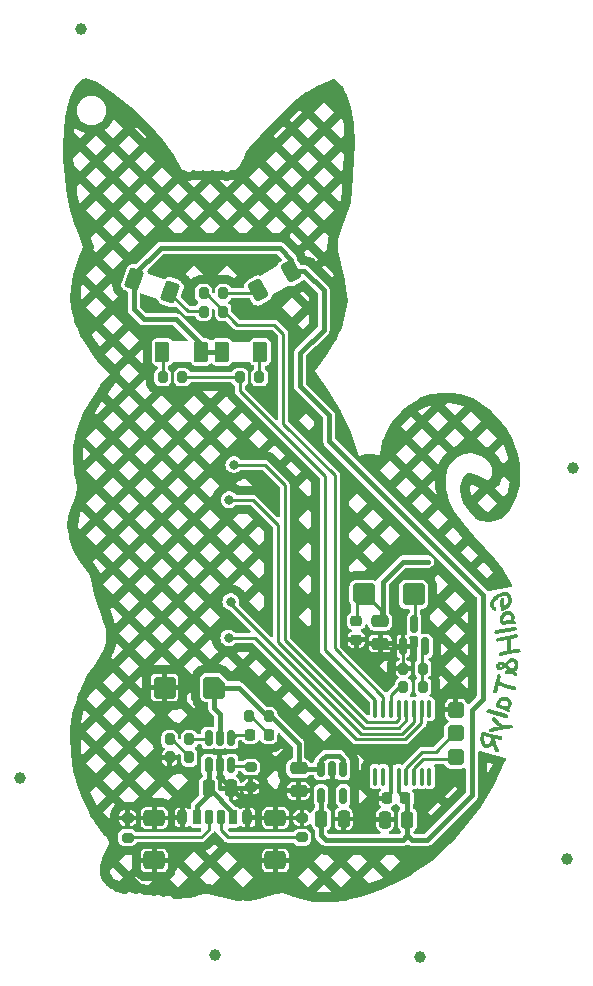
<source format=gbr>
%TF.GenerationSoftware,KiCad,Pcbnew,8.0.4*%
%TF.CreationDate,2024-07-30T00:27:24+03:00*%
%TF.ProjectId,purrChash,70757272-4368-4617-9368-2e6b69636164,rev?*%
%TF.SameCoordinates,Original*%
%TF.FileFunction,Copper,L2,Bot*%
%TF.FilePolarity,Positive*%
%FSLAX46Y46*%
G04 Gerber Fmt 4.6, Leading zero omitted, Abs format (unit mm)*
G04 Created by KiCad (PCBNEW 8.0.4) date 2024-07-30 00:27:24*
%MOMM*%
%LPD*%
G01*
G04 APERTURE LIST*
G04 Aperture macros list*
%AMRoundRect*
0 Rectangle with rounded corners*
0 $1 Rounding radius*
0 $2 $3 $4 $5 $6 $7 $8 $9 X,Y pos of 4 corners*
0 Add a 4 corners polygon primitive as box body*
4,1,4,$2,$3,$4,$5,$6,$7,$8,$9,$2,$3,0*
0 Add four circle primitives for the rounded corners*
1,1,$1+$1,$2,$3*
1,1,$1+$1,$4,$5*
1,1,$1+$1,$6,$7*
1,1,$1+$1,$8,$9*
0 Add four rect primitives between the rounded corners*
20,1,$1+$1,$2,$3,$4,$5,0*
20,1,$1+$1,$4,$5,$6,$7,0*
20,1,$1+$1,$6,$7,$8,$9,0*
20,1,$1+$1,$8,$9,$2,$3,0*%
%AMFreePoly0*
4,1,18,-0.925000,0.675000,-0.905970,0.770671,-0.851777,0.851777,-0.770671,0.905970,-0.675000,0.925000,0.675000,0.925000,0.770671,0.905970,0.851777,0.851777,0.905970,0.770671,0.925000,0.675000,0.925000,-0.675000,0.905970,-0.770671,0.851777,-0.851777,0.770671,-0.905970,0.675000,-0.925000,-0.555000,-0.925000,-0.925000,-0.555000,-0.925000,0.675000,-0.925000,0.675000,$1*%
%AMFreePoly1*
4,1,18,-0.925000,0.647500,-0.903877,0.753695,-0.843722,0.843722,-0.753695,0.903877,-0.647500,0.925000,0.647500,0.925000,0.753695,0.903877,0.843722,0.843722,0.903877,0.753695,0.925000,0.647500,0.925000,-0.647500,0.903877,-0.753695,0.843722,-0.843722,0.753695,-0.903877,0.647500,-0.925000,-0.370000,-0.925000,-0.925000,-0.370000,-0.925000,0.647500,-0.925000,0.647500,$1*%
G04 Aperture macros list end*
%ADD10C,0.300000*%
%TA.AperFunction,NonConductor*%
%ADD11C,0.300000*%
%TD*%
%TA.AperFunction,SMDPad,CuDef*%
%ADD12RoundRect,0.250000X0.425000X0.425000X-0.425000X0.425000X-0.425000X-0.425000X0.425000X-0.425000X0*%
%TD*%
%TA.AperFunction,SMDPad,CuDef*%
%ADD13C,1.000000*%
%TD*%
%TA.AperFunction,SMDPad,CuDef*%
%ADD14RoundRect,0.150000X-0.150000X0.512500X-0.150000X-0.512500X0.150000X-0.512500X0.150000X0.512500X0*%
%TD*%
%TA.AperFunction,SMDPad,CuDef*%
%ADD15RoundRect,0.200000X-0.200000X-0.275000X0.200000X-0.275000X0.200000X0.275000X-0.200000X0.275000X0*%
%TD*%
%TA.AperFunction,SMDPad,CuDef*%
%ADD16RoundRect,0.200000X0.275000X-0.200000X0.275000X0.200000X-0.275000X0.200000X-0.275000X-0.200000X0*%
%TD*%
%TA.AperFunction,SMDPad,CuDef*%
%ADD17FreePoly0,0.000000*%
%TD*%
%TA.AperFunction,SMDPad,CuDef*%
%ADD18RoundRect,0.250000X-0.675000X-0.675000X0.675000X-0.675000X0.675000X0.675000X-0.675000X0.675000X0*%
%TD*%
%TA.AperFunction,SMDPad,CuDef*%
%ADD19RoundRect,0.250000X0.650000X0.425000X-0.650000X0.425000X-0.650000X-0.425000X0.650000X-0.425000X0*%
%TD*%
%TA.AperFunction,SMDPad,CuDef*%
%ADD20RoundRect,0.250000X0.650000X0.500000X-0.650000X0.500000X-0.650000X-0.500000X0.650000X-0.500000X0*%
%TD*%
%TA.AperFunction,SMDPad,CuDef*%
%ADD21RoundRect,0.200000X0.200000X0.400000X-0.200000X0.400000X-0.200000X-0.400000X0.200000X-0.400000X0*%
%TD*%
%TA.AperFunction,SMDPad,CuDef*%
%ADD22RoundRect,0.190000X0.190000X0.410000X-0.190000X0.410000X-0.190000X-0.410000X0.190000X-0.410000X0*%
%TD*%
%TA.AperFunction,SMDPad,CuDef*%
%ADD23RoundRect,0.175000X-0.175000X-0.425000X0.175000X-0.425000X0.175000X0.425000X-0.175000X0.425000X0*%
%TD*%
%TA.AperFunction,SMDPad,CuDef*%
%ADD24RoundRect,0.200000X-0.200000X-0.400000X0.200000X-0.400000X0.200000X0.400000X-0.200000X0.400000X0*%
%TD*%
%TA.AperFunction,SMDPad,CuDef*%
%ADD25RoundRect,0.190000X-0.190000X-0.410000X0.190000X-0.410000X0.190000X0.410000X-0.190000X0.410000X0*%
%TD*%
%TA.AperFunction,SMDPad,CuDef*%
%ADD26RoundRect,0.175000X0.175000X0.425000X-0.175000X0.425000X-0.175000X-0.425000X0.175000X-0.425000X0*%
%TD*%
%TA.AperFunction,SMDPad,CuDef*%
%ADD27RoundRect,0.250000X-0.375000X-0.625000X0.375000X-0.625000X0.375000X0.625000X-0.375000X0.625000X0*%
%TD*%
%TA.AperFunction,SMDPad,CuDef*%
%ADD28FreePoly1,180.000000*%
%TD*%
%TA.AperFunction,SMDPad,CuDef*%
%ADD29RoundRect,0.250000X0.675000X0.675000X-0.675000X0.675000X-0.675000X-0.675000X0.675000X-0.675000X0*%
%TD*%
%TA.AperFunction,SMDPad,CuDef*%
%ADD30RoundRect,0.200000X0.200000X0.275000X-0.200000X0.275000X-0.200000X-0.275000X0.200000X-0.275000X0*%
%TD*%
%TA.AperFunction,SMDPad,CuDef*%
%ADD31RoundRect,0.250000X-0.250000X-0.475000X0.250000X-0.475000X0.250000X0.475000X-0.250000X0.475000X0*%
%TD*%
%TA.AperFunction,SMDPad,CuDef*%
%ADD32RoundRect,0.250000X-0.475000X0.250000X-0.475000X-0.250000X0.475000X-0.250000X0.475000X0.250000X0*%
%TD*%
%TA.AperFunction,SMDPad,CuDef*%
%ADD33RoundRect,0.218750X-0.218750X-0.256250X0.218750X-0.256250X0.218750X0.256250X-0.218750X0.256250X0*%
%TD*%
%TA.AperFunction,SMDPad,CuDef*%
%ADD34RoundRect,0.100000X0.100000X-0.637500X0.100000X0.637500X-0.100000X0.637500X-0.100000X-0.637500X0*%
%TD*%
%TA.AperFunction,SMDPad,CuDef*%
%ADD35RoundRect,0.250000X-0.012260X-0.728766X0.637260X-0.353766X0.012260X0.728766X-0.637260X0.353766X0*%
%TD*%
%TA.AperFunction,SMDPad,CuDef*%
%ADD36RoundRect,0.218750X-0.256250X0.218750X-0.256250X-0.218750X0.256250X-0.218750X0.256250X0.218750X0*%
%TD*%
%TA.AperFunction,SMDPad,CuDef*%
%ADD37RoundRect,0.250000X0.250000X0.475000X-0.250000X0.475000X-0.250000X-0.475000X0.250000X-0.475000X0*%
%TD*%
%TA.AperFunction,SMDPad,CuDef*%
%ADD38RoundRect,0.200000X-0.275000X0.200000X-0.275000X-0.200000X0.275000X-0.200000X0.275000X0.200000X0*%
%TD*%
%TA.AperFunction,SMDPad,CuDef*%
%ADD39RoundRect,0.250000X0.375000X0.625000X-0.375000X0.625000X-0.375000X-0.625000X0.375000X-0.625000X0*%
%TD*%
%TA.AperFunction,SMDPad,CuDef*%
%ADD40RoundRect,0.225000X0.225000X0.250000X-0.225000X0.250000X-0.225000X-0.250000X0.225000X-0.250000X0*%
%TD*%
%TA.AperFunction,SMDPad,CuDef*%
%ADD41RoundRect,0.150000X0.150000X-0.587500X0.150000X0.587500X-0.150000X0.587500X-0.150000X-0.587500X0*%
%TD*%
%TA.AperFunction,SMDPad,CuDef*%
%ADD42RoundRect,0.250000X0.566147X0.459050X-0.138622X0.715565X-0.566147X-0.459050X0.138622X-0.715565X0*%
%TD*%
%TA.AperFunction,ViaPad*%
%ADD43C,0.800000*%
%TD*%
%TA.AperFunction,Conductor*%
%ADD44C,0.430000*%
%TD*%
%TA.AperFunction,Conductor*%
%ADD45C,0.250000*%
%TD*%
%TA.AperFunction,Conductor*%
%ADD46C,0.308000*%
%TD*%
%TA.AperFunction,Conductor*%
%ADD47C,0.400000*%
%TD*%
G04 APERTURE END LIST*
D10*
D11*
G36*
X53035259Y-63070000D02*
G01*
X53102344Y-63086255D01*
X53187247Y-63122295D01*
X53261630Y-63173829D01*
X53325494Y-63240860D01*
X53371861Y-63310648D01*
X53402150Y-63371007D01*
X53432300Y-63458917D01*
X53448151Y-63550803D01*
X53449702Y-63646663D01*
X53439652Y-63731993D01*
X53432855Y-63766187D01*
X53409621Y-63848987D01*
X53377470Y-63927951D01*
X53336402Y-64003077D01*
X53286417Y-64074367D01*
X53227515Y-64141820D01*
X53159697Y-64205436D01*
X53184071Y-64226993D01*
X53247674Y-64283348D01*
X53310261Y-64339075D01*
X53350155Y-64393041D01*
X53361777Y-64479704D01*
X53353032Y-64511142D01*
X53303920Y-64578279D01*
X53282548Y-64593568D01*
X53197419Y-64608408D01*
X53165858Y-64596128D01*
X53096192Y-64548593D01*
X53023486Y-64487465D01*
X52961631Y-64430862D01*
X52891508Y-64363475D01*
X52823637Y-64385031D01*
X52742367Y-64403429D01*
X52647794Y-64414595D01*
X52553483Y-64414670D01*
X52459432Y-64403655D01*
X52415567Y-64391586D01*
X52344260Y-64346666D01*
X52313736Y-64308769D01*
X52300131Y-64226313D01*
X52302550Y-64215094D01*
X52350112Y-64145613D01*
X52432862Y-64114377D01*
X52621121Y-64108362D01*
X52551786Y-64047413D01*
X52480516Y-63988179D01*
X52407310Y-63930658D01*
X52332168Y-63874851D01*
X52254456Y-63942407D01*
X52176185Y-63996091D01*
X52097354Y-64035904D01*
X52017963Y-64061846D01*
X51921955Y-64074666D01*
X51825141Y-64067511D01*
X51747205Y-64044175D01*
X51674489Y-63998640D01*
X51615407Y-63932292D01*
X51601488Y-63909959D01*
X51568656Y-63830518D01*
X51556696Y-63743394D01*
X51559129Y-63714195D01*
X51877743Y-63714195D01*
X51882373Y-63795540D01*
X51939020Y-63818599D01*
X51954470Y-63819326D01*
X52034072Y-63793619D01*
X52057961Y-63781662D01*
X52129240Y-63734508D01*
X52059290Y-63696034D01*
X51998104Y-63665878D01*
X52533868Y-63665878D01*
X52591609Y-63710151D01*
X52662492Y-63764969D01*
X52741284Y-63826723D01*
X52809173Y-63880954D01*
X52876249Y-63936103D01*
X52947427Y-63998516D01*
X52956329Y-63990398D01*
X53019803Y-63920942D01*
X53069511Y-63843473D01*
X53105454Y-63757990D01*
X53125613Y-63676619D01*
X53130313Y-63641674D01*
X53127897Y-63556233D01*
X53101652Y-63472969D01*
X53095766Y-63461618D01*
X53039341Y-63395528D01*
X52961241Y-63363044D01*
X52872733Y-63366114D01*
X52790738Y-63401589D01*
X52723037Y-63453852D01*
X52711222Y-63467055D01*
X52652132Y-63533170D01*
X52593014Y-63599444D01*
X52533868Y-63665878D01*
X51998104Y-63665878D01*
X51988691Y-63661239D01*
X51924736Y-63667670D01*
X51877743Y-63714195D01*
X51559129Y-63714195D01*
X51563776Y-63658412D01*
X51574596Y-63617133D01*
X51616270Y-63541442D01*
X51676616Y-63481150D01*
X51748421Y-63433783D01*
X51766801Y-63423801D01*
X51846873Y-63388972D01*
X51930784Y-63369643D01*
X52016936Y-63371930D01*
X52077503Y-63385899D01*
X52159875Y-63414315D01*
X52237344Y-63449451D01*
X52318814Y-63493883D01*
X52364143Y-63445016D01*
X52432312Y-63372364D01*
X52501935Y-63299693D01*
X52566371Y-63234917D01*
X52631093Y-63176658D01*
X52678770Y-63143364D01*
X52764159Y-63098823D01*
X52852037Y-63071749D01*
X52942404Y-63062141D01*
X53035259Y-63070000D01*
G37*
D10*
D11*
G36*
X51638726Y-65932561D02*
G01*
X51659943Y-65844377D01*
X51679115Y-65753652D01*
X51696237Y-65666740D01*
X51698489Y-65654980D01*
X51715422Y-65568924D01*
X51733225Y-65485393D01*
X51753191Y-65402399D01*
X51759963Y-65377428D01*
X51850428Y-65406164D01*
X51942923Y-65436983D01*
X52037617Y-65469298D01*
X52127397Y-65500386D01*
X52206335Y-65527978D01*
X52227057Y-65535255D01*
X52316522Y-65566533D01*
X52400127Y-65595003D01*
X52492720Y-65625460D01*
X52576875Y-65651873D01*
X52664393Y-65677577D01*
X52698385Y-65686908D01*
X52778617Y-65713242D01*
X52814550Y-65726632D01*
X52895422Y-65755690D01*
X52930313Y-65766248D01*
X53016153Y-65779576D01*
X53098005Y-65772493D01*
X53176700Y-65737884D01*
X53223600Y-65664722D01*
X53225340Y-65580889D01*
X53212137Y-65543869D01*
X53157745Y-65480533D01*
X53111217Y-65460086D01*
X53059980Y-65452375D01*
X53007032Y-65444636D01*
X52924086Y-65419531D01*
X52845841Y-65393277D01*
X52761799Y-65365469D01*
X52683338Y-65341998D01*
X52597982Y-65317541D01*
X52512554Y-65290663D01*
X52431350Y-65263555D01*
X52342781Y-65232690D01*
X52263347Y-65204099D01*
X52173645Y-65171528D01*
X52092986Y-65142575D01*
X52008130Y-65112609D01*
X51925589Y-65084236D01*
X51845505Y-65058180D01*
X51861195Y-64999625D01*
X51884585Y-64908720D01*
X51904222Y-64824608D01*
X51922386Y-64735061D01*
X51936887Y-64644042D01*
X51942562Y-64593286D01*
X51927067Y-64507407D01*
X51865564Y-64443254D01*
X51824889Y-64427640D01*
X51740748Y-64427523D01*
X51708154Y-64439777D01*
X51645055Y-64494317D01*
X51623905Y-64550459D01*
X51609219Y-64634586D01*
X51596548Y-64716945D01*
X51593916Y-64734571D01*
X51579313Y-64820232D01*
X51561049Y-64904937D01*
X51557589Y-64918274D01*
X51534063Y-65004067D01*
X51509801Y-65090477D01*
X51500454Y-65123483D01*
X51475975Y-65209359D01*
X51453345Y-65290272D01*
X51442810Y-65328985D01*
X51420399Y-65412625D01*
X51397970Y-65496332D01*
X51373925Y-65586068D01*
X51352372Y-65666506D01*
X51329491Y-65751897D01*
X51307992Y-65832135D01*
X51305040Y-65843150D01*
X51304476Y-65928165D01*
X51322755Y-65969547D01*
X51384266Y-66029242D01*
X51428417Y-66046863D01*
X51512633Y-66050287D01*
X51559785Y-66033059D01*
X51621204Y-65975017D01*
X51638726Y-65932561D01*
G37*
G36*
X52335340Y-66339825D02*
G01*
X52419101Y-66357022D01*
X52436948Y-66361946D01*
X52520910Y-66389424D01*
X52610061Y-66428681D01*
X52686555Y-66474793D01*
X52759802Y-66537254D01*
X52815820Y-66609045D01*
X52822391Y-66620055D01*
X52858503Y-66702424D01*
X52877320Y-66794063D01*
X52879685Y-66879990D01*
X52869343Y-66972729D01*
X52851019Y-67055214D01*
X52831916Y-67106855D01*
X52789350Y-67182693D01*
X52770842Y-67210427D01*
X52719144Y-67280145D01*
X52665347Y-67345483D01*
X52677819Y-67370898D01*
X52710866Y-67450865D01*
X52721954Y-67536893D01*
X52710167Y-67568572D01*
X52654787Y-67631949D01*
X52628748Y-67646411D01*
X52545077Y-67651556D01*
X52513942Y-67631392D01*
X52447809Y-67578209D01*
X52411356Y-67548010D01*
X52346566Y-67495629D01*
X52303185Y-67471275D01*
X52220146Y-67436264D01*
X52135872Y-67408067D01*
X52049122Y-67383260D01*
X51974581Y-67364520D01*
X51890694Y-67347257D01*
X51857518Y-67342129D01*
X51774470Y-67335028D01*
X51697298Y-67342291D01*
X51626971Y-67288479D01*
X51592893Y-67211553D01*
X51575326Y-67126918D01*
X51573998Y-67117168D01*
X51566506Y-67033781D01*
X51567153Y-66984217D01*
X51857723Y-66984217D01*
X51863019Y-67028623D01*
X51884835Y-67030619D01*
X51970176Y-67041001D01*
X52053283Y-67058111D01*
X52097432Y-67070822D01*
X52180718Y-67098216D01*
X52266363Y-67129310D01*
X52349258Y-67161254D01*
X52440909Y-67198083D01*
X52482647Y-67163688D01*
X52539882Y-67098224D01*
X52568624Y-67050164D01*
X52598207Y-66971998D01*
X52602860Y-66951993D01*
X52603774Y-66866552D01*
X52566731Y-66789471D01*
X52520050Y-66746360D01*
X52441266Y-66703489D01*
X52356642Y-66675147D01*
X52308048Y-66665127D01*
X52221386Y-66662437D01*
X52135763Y-66679473D01*
X52051178Y-66716238D01*
X52007088Y-66743984D01*
X51941063Y-66802580D01*
X51892188Y-66872299D01*
X51860461Y-66953142D01*
X51857723Y-66984217D01*
X51567153Y-66984217D01*
X51567595Y-66950350D01*
X51581980Y-66863048D01*
X51592026Y-66828565D01*
X51622996Y-66746822D01*
X51662333Y-66671455D01*
X51710036Y-66602465D01*
X51766105Y-66539852D01*
X51830540Y-66483615D01*
X51903342Y-66433754D01*
X51965179Y-66399949D01*
X52043533Y-66367422D01*
X52139109Y-66342657D01*
X52236378Y-66333458D01*
X52335340Y-66339825D01*
G37*
G36*
X52334573Y-68130757D02*
G01*
X52419550Y-68145546D01*
X52504721Y-68134652D01*
X52572023Y-68075645D01*
X52589235Y-68032208D01*
X52591860Y-67948485D01*
X52576303Y-67908812D01*
X52516854Y-67850604D01*
X52478526Y-67835758D01*
X50927609Y-67420191D01*
X50843273Y-67421568D01*
X50808245Y-67438931D01*
X50752814Y-67505451D01*
X50740268Y-67540218D01*
X50737693Y-67625656D01*
X50751037Y-67660455D01*
X50810577Y-67718765D01*
X50844216Y-67731417D01*
X52334573Y-68130757D01*
G37*
G36*
X51156237Y-69318243D02*
G01*
X51253182Y-69299357D01*
X51342200Y-69281910D01*
X51441407Y-69262383D01*
X51550803Y-69240777D01*
X51639536Y-69223208D01*
X51734000Y-69204470D01*
X51834195Y-69184562D01*
X51940122Y-69163485D01*
X52051779Y-69141239D01*
X52151499Y-69121405D01*
X52245499Y-69103648D01*
X52333779Y-69087969D01*
X52416339Y-69074367D01*
X52507861Y-69060787D01*
X52591145Y-69050198D01*
X52677708Y-69043193D01*
X52761934Y-69035452D01*
X52815276Y-69030300D01*
X52894412Y-69005020D01*
X52949918Y-68938400D01*
X52958240Y-68913858D01*
X52960376Y-68827785D01*
X52947128Y-68790090D01*
X52889316Y-68726700D01*
X52857058Y-68713942D01*
X52761713Y-68708660D01*
X52676647Y-68714639D01*
X52592088Y-68724006D01*
X52492856Y-68737447D01*
X52408803Y-68750203D01*
X52316496Y-68765250D01*
X52215937Y-68782589D01*
X52180583Y-68788878D01*
X52111025Y-68724922D01*
X52048742Y-68666493D01*
X51980559Y-68601607D01*
X51906477Y-68530265D01*
X51826494Y-68452465D01*
X51762635Y-68389877D01*
X51695458Y-68323657D01*
X51624962Y-68253806D01*
X51576121Y-68205220D01*
X51518647Y-68141753D01*
X51505123Y-68126876D01*
X51436059Y-68076849D01*
X51420244Y-68071463D01*
X51334713Y-68075415D01*
X51301760Y-68091728D01*
X51242709Y-68150837D01*
X51226164Y-68190973D01*
X51225927Y-68277084D01*
X51249544Y-68321898D01*
X51306534Y-68392162D01*
X51373205Y-68467812D01*
X51433513Y-68532210D01*
X51500016Y-68600054D01*
X51572716Y-68671346D01*
X51651611Y-68746084D01*
X51714849Y-68804399D01*
X51781572Y-68864654D01*
X51695190Y-68879454D01*
X51606563Y-68894676D01*
X51523891Y-68908935D01*
X51439072Y-68923726D01*
X51425506Y-68926145D01*
X51334883Y-68944607D01*
X51249343Y-68963947D01*
X51159189Y-68986756D01*
X51093517Y-69005264D01*
X51018237Y-69046778D01*
X50978027Y-69117032D01*
X50976409Y-69202690D01*
X50989941Y-69241015D01*
X51044920Y-69303844D01*
X51080090Y-69318473D01*
X51156237Y-69318243D01*
G37*
G36*
X50540603Y-69308894D02*
G01*
X51464499Y-69553872D01*
X51548374Y-69575921D01*
X51632135Y-69597457D01*
X51721826Y-69620243D01*
X51811465Y-69643223D01*
X51895188Y-69664901D01*
X51979045Y-69687016D01*
X52016730Y-69701815D01*
X52077301Y-69761488D01*
X52094044Y-69802213D01*
X52092316Y-69886732D01*
X52074881Y-69928864D01*
X52013697Y-69986026D01*
X51966855Y-70003075D01*
X51882839Y-69999537D01*
X51835772Y-69985872D01*
X51752031Y-69960727D01*
X51663343Y-69933839D01*
X51572490Y-69906177D01*
X51488715Y-69880606D01*
X51492907Y-69936307D01*
X51502616Y-70019710D01*
X51516430Y-70102936D01*
X51534350Y-70185985D01*
X51556374Y-70268857D01*
X51582503Y-70351552D01*
X51612738Y-70434070D01*
X51647077Y-70516410D01*
X51685522Y-70598574D01*
X51728072Y-70680561D01*
X51774727Y-70762371D01*
X51793218Y-70802495D01*
X51796481Y-70888131D01*
X51779276Y-70929406D01*
X51717755Y-70987827D01*
X51674944Y-71005234D01*
X51589166Y-71004095D01*
X51557725Y-70992338D01*
X51493015Y-70936205D01*
X51457651Y-70883743D01*
X51415502Y-70811765D01*
X51375636Y-70732675D01*
X51338054Y-70646473D01*
X51302756Y-70553158D01*
X51276161Y-70473386D01*
X51251028Y-70389062D01*
X51242829Y-70400273D01*
X51185003Y-70472737D01*
X51126420Y-70534672D01*
X51058539Y-70592562D01*
X50980990Y-70641250D01*
X50954798Y-70653591D01*
X50875526Y-70679001D01*
X50786220Y-70686807D01*
X50695623Y-70673111D01*
X50631289Y-70651335D01*
X50552176Y-70609970D01*
X50480681Y-70554513D01*
X50416803Y-70484965D01*
X50360544Y-70401324D01*
X50311902Y-70303591D01*
X50280420Y-70221044D01*
X50253223Y-70130570D01*
X50230311Y-70032169D01*
X50225854Y-70008287D01*
X50217279Y-69923980D01*
X50217880Y-69873430D01*
X50528893Y-69873430D01*
X50535524Y-69961858D01*
X50554661Y-70051540D01*
X50581664Y-70131042D01*
X50607262Y-70187312D01*
X50653510Y-70261342D01*
X50713324Y-70321085D01*
X50789451Y-70358233D01*
X50798269Y-70359336D01*
X50877747Y-70330308D01*
X50922237Y-70302413D01*
X50985715Y-70246615D01*
X51036834Y-70179364D01*
X51078259Y-70103899D01*
X51111312Y-70026867D01*
X51142099Y-69938438D01*
X51166024Y-69856042D01*
X51178548Y-69806095D01*
X50562512Y-69641028D01*
X50552727Y-69690280D01*
X50536381Y-69775450D01*
X50534767Y-69786259D01*
X50528893Y-69873430D01*
X50217880Y-69873430D01*
X50218367Y-69832440D01*
X50227607Y-69743868D01*
X50231220Y-69723263D01*
X50246972Y-69639300D01*
X50263496Y-69552332D01*
X50281683Y-69457026D01*
X50284368Y-69444336D01*
X50322935Y-69365872D01*
X50394025Y-69316903D01*
X50457706Y-69301643D01*
X50540603Y-69308894D01*
G37*
D10*
D11*
G36*
X52264895Y-59005741D02*
G01*
X52344948Y-58968931D01*
X52419844Y-58927905D01*
X52489582Y-58882662D01*
X52569503Y-58820181D01*
X52641366Y-58751112D01*
X52705171Y-58675455D01*
X52760917Y-58593212D01*
X52807292Y-58505594D01*
X52842786Y-58415695D01*
X52867400Y-58323516D01*
X52881132Y-58229055D01*
X52883983Y-58132313D01*
X52875953Y-58033289D01*
X52869695Y-57993041D01*
X52849616Y-57901878D01*
X52823087Y-57819552D01*
X52782739Y-57732425D01*
X52733102Y-57658023D01*
X52674177Y-57596346D01*
X52629734Y-57562297D01*
X52555189Y-57521853D01*
X52471386Y-57494129D01*
X52378323Y-57479125D01*
X52293697Y-57476338D01*
X52202641Y-57482384D01*
X52125167Y-57493581D01*
X52034833Y-57513153D01*
X51945026Y-57539920D01*
X51855747Y-57573882D01*
X51766995Y-57615038D01*
X51678771Y-57663389D01*
X51591074Y-57718935D01*
X51556143Y-57743168D01*
X51488317Y-57793877D01*
X51409260Y-57859996D01*
X51336564Y-57929152D01*
X51270230Y-58001345D01*
X51210257Y-58076575D01*
X51156646Y-58154842D01*
X51127533Y-58203259D01*
X51088413Y-58283266D01*
X51062372Y-58363307D01*
X51048627Y-58454824D01*
X51051965Y-58546385D01*
X51055469Y-58569282D01*
X51080157Y-58653636D01*
X51117026Y-58734388D01*
X51162393Y-58815034D01*
X51189522Y-58858486D01*
X51239497Y-58929483D01*
X51295359Y-58991874D01*
X51363317Y-59039749D01*
X51433726Y-59050267D01*
X51509049Y-59013869D01*
X51536584Y-58983223D01*
X51567326Y-58904541D01*
X51565248Y-58858851D01*
X51522725Y-58782452D01*
X51472930Y-58717865D01*
X51421822Y-58645838D01*
X51384655Y-58569553D01*
X51369508Y-58513909D01*
X51381204Y-58429643D01*
X51420156Y-58351851D01*
X51475271Y-58272379D01*
X51538137Y-58195788D01*
X51607585Y-58121584D01*
X51680081Y-58055104D01*
X51755625Y-57996348D01*
X51834218Y-57945315D01*
X51915859Y-57902006D01*
X52000548Y-57866420D01*
X52088286Y-57838558D01*
X52179072Y-57818419D01*
X52266024Y-57806724D01*
X52355331Y-57805750D01*
X52439232Y-57827150D01*
X52444178Y-57829857D01*
X52505515Y-57894935D01*
X52539996Y-57979396D01*
X52555656Y-58048415D01*
X52564274Y-58134803D01*
X52559126Y-58218137D01*
X52536879Y-58308238D01*
X52507529Y-58375644D01*
X52458801Y-58452433D01*
X52396031Y-58522212D01*
X52329587Y-58577517D01*
X52252392Y-58627455D01*
X52228361Y-58640738D01*
X52221805Y-58557718D01*
X52218883Y-58461788D01*
X52221355Y-58369888D01*
X52229221Y-58282016D01*
X52242481Y-58198174D01*
X52251134Y-58157764D01*
X52254536Y-58083803D01*
X52220168Y-58007515D01*
X52181696Y-57974377D01*
X52102408Y-57947978D01*
X52069927Y-57950237D01*
X51995084Y-57990259D01*
X51947690Y-58066099D01*
X51920506Y-58161428D01*
X51907329Y-58262251D01*
X51902991Y-58356905D01*
X51902889Y-58408897D01*
X51905970Y-58501938D01*
X51912692Y-58600000D01*
X51921076Y-58685552D01*
X51931990Y-58774591D01*
X51945432Y-58867115D01*
X51961404Y-58963126D01*
X51995173Y-59040333D01*
X52027125Y-59070434D01*
X52106246Y-59099854D01*
X52146158Y-59097510D01*
X52225186Y-59061163D01*
X52264895Y-59005741D01*
G37*
G36*
X52723374Y-59096187D02*
G01*
X52816154Y-59121840D01*
X52897265Y-59163230D01*
X52907873Y-59170432D01*
X52975411Y-59229822D01*
X53031194Y-59304923D01*
X53069652Y-59381800D01*
X53099472Y-59470220D01*
X53117725Y-59552721D01*
X53122236Y-59607597D01*
X53115709Y-59694318D01*
X53110655Y-59727276D01*
X53093265Y-59812310D01*
X53072122Y-59894262D01*
X53094166Y-59912026D01*
X53157913Y-59970534D01*
X53204318Y-60043816D01*
X53207024Y-60077508D01*
X53183617Y-60158351D01*
X53166129Y-60182463D01*
X53092473Y-60222487D01*
X53055733Y-60217371D01*
X52973319Y-60197119D01*
X52927519Y-60185155D01*
X52846663Y-60165063D01*
X52797053Y-60161325D01*
X52706998Y-60164688D01*
X52618704Y-60174749D01*
X52529598Y-60188927D01*
X52454120Y-60203447D01*
X52370797Y-60223252D01*
X52338562Y-60232625D01*
X52260294Y-60261288D01*
X52193422Y-60300485D01*
X52106942Y-60281436D01*
X52043547Y-60226119D01*
X51991857Y-60156838D01*
X51986533Y-60148563D01*
X51944502Y-60076155D01*
X51910230Y-60000081D01*
X51886372Y-59914878D01*
X51880903Y-59879381D01*
X51874426Y-59792208D01*
X51874428Y-59792163D01*
X52171425Y-59792163D01*
X52176837Y-59878840D01*
X52187488Y-59908161D01*
X52211054Y-59946168D01*
X52231670Y-59938758D01*
X52313403Y-59912100D01*
X52395954Y-59892484D01*
X52441339Y-59885346D01*
X52528400Y-59874975D01*
X52619161Y-59866961D01*
X52707789Y-59860879D01*
X52806418Y-59855524D01*
X52829709Y-59806713D01*
X52853916Y-59723193D01*
X52859654Y-59667489D01*
X52853430Y-59584145D01*
X52849194Y-59564048D01*
X52813913Y-59486225D01*
X52747764Y-59432021D01*
X52687237Y-59412678D01*
X52597717Y-59407119D01*
X52509044Y-59417196D01*
X52460768Y-59428652D01*
X52381089Y-59462838D01*
X52310687Y-59514465D01*
X52249565Y-59583532D01*
X52221332Y-59627312D01*
X52186257Y-59708321D01*
X52171425Y-59792163D01*
X51874428Y-59792163D01*
X51878226Y-59707278D01*
X51892303Y-59624591D01*
X51916657Y-59544148D01*
X51951289Y-59465949D01*
X51996197Y-59389993D01*
X52037954Y-59333222D01*
X52095220Y-59270628D01*
X52171375Y-59207791D01*
X52255644Y-59158347D01*
X52348024Y-59122294D01*
X52431205Y-59102480D01*
X52449461Y-59099401D01*
X52537169Y-59088821D01*
X52634558Y-59086723D01*
X52723374Y-59096187D01*
G37*
G36*
X53104210Y-60745754D02*
G01*
X53187475Y-60723244D01*
X53260062Y-60677376D01*
X53296121Y-60595454D01*
X53293363Y-60548813D01*
X53260359Y-60471825D01*
X53229494Y-60442443D01*
X53151015Y-60414813D01*
X53110004Y-60417556D01*
X51528769Y-60696371D01*
X51452916Y-60733261D01*
X51428508Y-60763800D01*
X51406384Y-60847514D01*
X51409706Y-60884326D01*
X51443480Y-60962847D01*
X51470280Y-60988746D01*
X51548885Y-61016431D01*
X51584719Y-61013681D01*
X53104210Y-60745754D01*
G37*
G36*
X52008193Y-62894055D02*
G01*
X52087934Y-62861242D01*
X52150062Y-62845007D01*
X52232634Y-62825283D01*
X52248681Y-62820872D01*
X52331219Y-62800296D01*
X52346963Y-62797218D01*
X52434580Y-62780374D01*
X52524528Y-62761297D01*
X52605850Y-62743165D01*
X52670024Y-62728448D01*
X52758269Y-62708288D01*
X52846946Y-62688779D01*
X52931185Y-62671331D01*
X52992267Y-62659823D01*
X53074775Y-62647431D01*
X53157390Y-62637459D01*
X53245978Y-62628157D01*
X53334336Y-62618895D01*
X53424016Y-62607996D01*
X53498872Y-62596635D01*
X53575744Y-62559121D01*
X53598074Y-62532765D01*
X53624908Y-62454082D01*
X53622215Y-62413828D01*
X53589589Y-62335892D01*
X53558996Y-62303971D01*
X53480114Y-62270900D01*
X53446410Y-62272807D01*
X53357628Y-62286928D01*
X53274436Y-62298625D01*
X53196017Y-62308947D01*
X53108605Y-62320692D01*
X53019967Y-62333468D01*
X52946105Y-62345424D01*
X52864064Y-62361086D01*
X52831636Y-62368138D01*
X52822198Y-62284096D01*
X52814971Y-62191311D01*
X52810536Y-62104823D01*
X52807726Y-62011912D01*
X52806540Y-61912578D01*
X52806243Y-61827252D01*
X52806033Y-61741912D01*
X52805908Y-61656556D01*
X52805870Y-61571185D01*
X52805919Y-61485799D01*
X52805954Y-61457333D01*
X52887503Y-61438481D01*
X52968089Y-61418310D01*
X53045959Y-61398149D01*
X53133121Y-61376555D01*
X53217185Y-61357547D01*
X53288875Y-61343511D01*
X53362386Y-61304462D01*
X53380307Y-61281011D01*
X53404655Y-61198894D01*
X53401586Y-61162579D01*
X53367068Y-61084352D01*
X53339305Y-61058038D01*
X53261008Y-61029522D01*
X53227175Y-61031853D01*
X53136764Y-61050236D01*
X53054903Y-61069512D01*
X52972150Y-61090459D01*
X52892952Y-61111445D01*
X52801298Y-61135656D01*
X52720027Y-61156059D01*
X52630796Y-61176695D01*
X52558730Y-61191036D01*
X52466676Y-61207835D01*
X52379425Y-61224445D01*
X52293737Y-61241150D01*
X52197986Y-61260133D01*
X52128561Y-61274054D01*
X52042371Y-61291317D01*
X51948221Y-61309934D01*
X51864191Y-61326263D01*
X51778947Y-61342420D01*
X51698392Y-61357072D01*
X51623623Y-61393997D01*
X51601981Y-61420028D01*
X51576353Y-61499078D01*
X51579210Y-61539567D01*
X51614016Y-61617164D01*
X51642165Y-61643146D01*
X51721117Y-61671935D01*
X51755185Y-61669596D01*
X51839403Y-61653633D01*
X51923398Y-61636450D01*
X52013277Y-61617341D01*
X52102993Y-61598465D01*
X52186870Y-61581452D01*
X52271032Y-61565568D01*
X52354930Y-61545072D01*
X52378431Y-61538620D01*
X52460513Y-61518371D01*
X52491915Y-61512707D01*
X52490048Y-61968384D01*
X52491342Y-62065643D01*
X52494423Y-62157400D01*
X52499291Y-62243653D01*
X52507228Y-62337328D01*
X52517597Y-62423512D01*
X52434689Y-62442066D01*
X52350062Y-62460271D01*
X52257798Y-62479835D01*
X52167001Y-62498931D01*
X52106453Y-62511607D01*
X52025802Y-62537518D01*
X51951379Y-62576333D01*
X51912335Y-62601489D01*
X51845104Y-62656485D01*
X51798421Y-62731064D01*
X51796594Y-62772415D01*
X51831684Y-62849128D01*
X51856111Y-62873228D01*
X51934582Y-62906566D01*
X51974229Y-62904681D01*
X52008193Y-62894055D01*
G37*
D12*
%TO.P,J2,1,Pin_1*%
%TO.N,GND*%
X48150000Y-67450000D03*
%TO.P,J2,2,Pin_2*%
%TO.N,/SBWTDIO*%
X48150000Y-69450000D03*
%TO.P,J2,3,Pin_3*%
%TO.N,/SBWTCK*%
X48150000Y-71450000D03*
%TD*%
D13*
%TO.P,REF\u002A\u002A,*%
%TO.N,*%
X57550000Y-80100000D03*
%TD*%
%TO.P,REF\u002A\u002A,*%
%TO.N,*%
X45100000Y-88350000D03*
%TD*%
%TO.P,REF\u002A\u002A,*%
%TO.N,*%
X27750000Y-88200000D03*
%TD*%
%TO.P,REF\u002A\u002A,*%
%TO.N,*%
X11250000Y-73250000D03*
%TD*%
%TO.P,REF\u002A\u002A,*%
%TO.N,*%
X58050000Y-47000000D03*
%TD*%
%TO.P,REF\u002A\u002A,*%
%TO.N,*%
X16450000Y-9800000D03*
%TD*%
D14*
%TO.P,U2,1,IN*%
%TO.N,/VBAT*%
X36727500Y-72442500D03*
%TO.P,U2,2,GND*%
%TO.N,GND*%
X37677500Y-72442500D03*
%TO.P,U2,3,EN*%
%TO.N,/VBAT*%
X38627500Y-72442500D03*
%TO.P,U2,4,NC*%
%TO.N,unconnected-(U2-NC-Pad4)*%
X38627500Y-74717500D03*
%TO.P,U2,5,OUT*%
%TO.N,/3V3*%
X36727500Y-74717500D03*
%TD*%
D15*
%TO.P,R11,1*%
%TO.N,/LED3_R*%
X23335000Y-39300000D03*
%TO.P,R11,2*%
%TO.N,/LED_MCU2*%
X24985000Y-39300000D03*
%TD*%
D14*
%TO.P,U1,1,TS*%
%TO.N,/TS*%
X27210000Y-69842500D03*
%TO.P,U1,2,OUT*%
%TO.N,/VBAT*%
X28160000Y-69842500D03*
%TO.P,U1,3,~{CHG}*%
%TO.N,CHG*%
X29110000Y-69842500D03*
%TO.P,U1,4,ISET*%
%TO.N,/ISET*%
X29110000Y-72117500D03*
%TO.P,U1,5,GND*%
%TO.N,GND*%
X28160000Y-72117500D03*
%TO.P,U1,6,VIN*%
%TO.N,/5V_USB*%
X27210000Y-72117500D03*
%TD*%
D16*
%TO.P,R2,1*%
%TO.N,/CC1*%
X35120000Y-78265000D03*
%TO.P,R2,2*%
%TO.N,GND*%
X35120000Y-76615000D03*
%TD*%
D17*
%TO.P,M1,1,+*%
%TO.N,/3V3*%
X40370000Y-57680000D03*
D18*
%TO.P,M1,2,-*%
%TO.N,/MOTOR_GND*%
X44570000Y-57680000D03*
%TD*%
D19*
%TO.P,J1,S1,SHIELD*%
%TO.N,GND*%
X22625000Y-76625000D03*
D20*
X22625000Y-80205000D03*
D19*
X32875000Y-76625000D03*
D20*
X32875000Y-80205000D03*
D21*
%TO.P,J1,B12,GND_B*%
X30500000Y-76570000D03*
D22*
%TO.P,J1,B9,VBUS_B*%
%TO.N,/5V_USB*%
X29270000Y-76570000D03*
D23*
%TO.P,J1,B5,CC2*%
%TO.N,/CC2*%
X27250000Y-76570000D03*
D24*
%TO.P,J1,A12,GND_A*%
%TO.N,GND*%
X25000000Y-76570000D03*
D25*
%TO.P,J1,A9,VBUS_A*%
%TO.N,/5V_USB*%
X26230000Y-76570000D03*
D26*
%TO.P,J1,A5,CC1*%
%TO.N,/CC1*%
X28250000Y-76570000D03*
%TD*%
D27*
%TO.P,D5,1,K*%
%TO.N,/LED3_R*%
X23310000Y-37140000D03*
%TO.P,D5,2,A*%
%TO.N,/3V3*%
X26560000Y-37140000D03*
%TD*%
D28*
%TO.P,BT1,1,+*%
%TO.N,/VBAT*%
X27690000Y-65570000D03*
D29*
%TO.P,BT1,2,-*%
%TO.N,GND*%
X23490000Y-65570000D03*
%TD*%
D30*
%TO.P,R5,1*%
%TO.N,/TS_R*%
X25575000Y-71490000D03*
%TO.P,R5,2*%
%TO.N,GND*%
X23925000Y-71490000D03*
%TD*%
%TO.P,R12,1*%
%TO.N,/LED4_R*%
X31525000Y-39300000D03*
%TO.P,R12,2*%
%TO.N,/LED_MCU2*%
X29875000Y-39300000D03*
%TD*%
D31*
%TO.P,C1,1*%
%TO.N,/5V_USB*%
X27220000Y-74090000D03*
%TO.P,C1,2*%
%TO.N,GND*%
X29120000Y-74090000D03*
%TD*%
D32*
%TO.P,C2,1*%
%TO.N,/VBAT*%
X34830000Y-72410000D03*
%TO.P,C2,2*%
%TO.N,GND*%
X34830000Y-74310000D03*
%TD*%
D31*
%TO.P,C3,1*%
%TO.N,/3V3*%
X36750000Y-76690000D03*
%TO.P,C3,2*%
%TO.N,GND*%
X38650000Y-76690000D03*
%TD*%
D30*
%TO.P,R8,1*%
%TO.N,/MOTOR_MCU_R*%
X45365000Y-65520000D03*
%TO.P,R8,2*%
%TO.N,/MOTOR_MCU*%
X43715000Y-65520000D03*
%TD*%
D32*
%TO.P,C5,1*%
%TO.N,/3V3*%
X41740000Y-59950000D03*
%TO.P,C5,2*%
%TO.N,GND*%
X41740000Y-61850000D03*
%TD*%
D33*
%TO.P,D1,1,K*%
%TO.N,CHG*%
X30732500Y-69550000D03*
%TO.P,D1,2,A*%
%TO.N,/CHG_LED*%
X32307500Y-69550000D03*
%TD*%
D34*
%TO.P,U3,1,P1.1/UCA0CLK/ACLK/C1/A1*%
%TO.N,unconnected-(U3-P1.1{slash}UCA0CLK{slash}ACLK{slash}C1{slash}A1-Pad1)*%
X45895000Y-73105000D03*
%TO.P,U3,2,P1.0/UCA0STE/SMCLK/C0/A1/Veref+*%
%TO.N,unconnected-(U3-P1.0{slash}UCA0STE{slash}SMCLK{slash}C0{slash}A1{slash}Veref+-Pad2)*%
X45245000Y-73105000D03*
%TO.P,U3,3,TEST/SBWTCK*%
%TO.N,/SBWTCK*%
X44595000Y-73105000D03*
%TO.P,U3,4,NRST/NMI/SBWTDIO*%
%TO.N,/SBWTDIO*%
X43945000Y-73105000D03*
%TO.P,U3,5,DVCC*%
%TO.N,/3V3*%
X43295000Y-73105000D03*
%TO.P,U3,6,DVSS*%
%TO.N,GND*%
X42645000Y-73105000D03*
%TO.P,U3,7,P2.7/TB0CLK/XIN*%
%TO.N,unconnected-(U3-P2.7{slash}TB0CLK{slash}XIN-Pad7)*%
X41995000Y-73105000D03*
%TO.P,U3,8,P2.6/MCLK/XOUT*%
%TO.N,unconnected-(U3-P2.6{slash}MCLK{slash}XOUT-Pad8)*%
X41345000Y-73105000D03*
%TO.P,U3,9,P2.1/TB0.2*%
%TO.N,/LED_MCU2*%
X41345000Y-67380000D03*
%TO.P,U3,10,P2.0/TB0.1/COUT*%
%TO.N,/LED_MCU1*%
X41995000Y-67380000D03*
%TO.P,U3,11,P1.7/UCA0TXD/UCA0SIMO/TB0.2/TDO/A7/VREF+*%
%TO.N,/MOTOR_MCU*%
X42645000Y-67380000D03*
%TO.P,U3,12,P1.6/UCA0RXD/UCA0SOMI/TB0.1/TDI/TCLK/A6*%
%TO.N,Net-(U3-P1.6{slash}UCA0RXD{slash}UCA0SOMI{slash}TB0.1{slash}TDI{slash}TCLK{slash}A6)*%
X43295000Y-67380000D03*
%TO.P,U3,13,P1.5/UCA0CLK/TMS/A5*%
%TO.N,Net-(U3-P1.5{slash}UCA0CLK{slash}TMS{slash}A5)*%
X43945000Y-67380000D03*
%TO.P,U3,14,P1.4/UCA0STE/TCK/A4*%
%TO.N,Net-(U3-P1.4{slash}UCA0STE{slash}TCK{slash}A4)*%
X44595000Y-67380000D03*
%TO.P,U3,15,P1.3/UCA0STE/TCK/A4*%
%TO.N,Net-(U3-P1.3{slash}UCA0STE{slash}TCK{slash}A4)*%
X45245000Y-67380000D03*
%TO.P,U3,16,P1.2/VCARXD/UCASOMI/TB0TRG/C2/A2/Veref-*%
%TO.N,unconnected-(U3-P1.2{slash}VCARXD{slash}UCASOMI{slash}TB0TRG{slash}C2{slash}A2{slash}Veref--Pad16)*%
X45895000Y-67380000D03*
%TD*%
D35*
%TO.P,D4,1,K*%
%TO.N,/LED2_R*%
X31387564Y-31950000D03*
%TO.P,D4,2,A*%
%TO.N,/3V3*%
X34202147Y-30325000D03*
%TD*%
D30*
%TO.P,R6,1*%
%TO.N,/VBAT*%
X32315000Y-68020000D03*
%TO.P,R6,2*%
%TO.N,/CHG_LED*%
X30665000Y-68020000D03*
%TD*%
D36*
%TO.P,D2,1,K*%
%TO.N,/3V3*%
X39720000Y-59942500D03*
%TO.P,D2,2,A*%
%TO.N,GND*%
X39720000Y-61517500D03*
%TD*%
D16*
%TO.P,R1,1*%
%TO.N,/CC2*%
X20350000Y-78275000D03*
%TO.P,R1,2*%
%TO.N,GND*%
X20350000Y-76625000D03*
%TD*%
D37*
%TO.P,C4,1*%
%TO.N,/3V3*%
X44030000Y-76750000D03*
%TO.P,C4,2*%
%TO.N,GND*%
X42130000Y-76750000D03*
%TD*%
D30*
%TO.P,R10,2*%
%TO.N,/LED_MCU1*%
X26795000Y-32180000D03*
%TO.P,R10,1*%
%TO.N,/LED2_R*%
X28445000Y-32180000D03*
%TD*%
D38*
%TO.P,R3,1*%
%TO.N,/ISET*%
X30780000Y-72315000D03*
%TO.P,R3,2*%
%TO.N,GND*%
X30780000Y-73965000D03*
%TD*%
D39*
%TO.P,D6,1,K*%
%TO.N,/LED4_R*%
X31570000Y-37140000D03*
%TO.P,D6,2,A*%
%TO.N,/3V3*%
X28320000Y-37140000D03*
%TD*%
D40*
%TO.P,C6,1*%
%TO.N,/3V3*%
X43865000Y-74960000D03*
%TO.P,C6,2*%
%TO.N,GND*%
X42315000Y-74960000D03*
%TD*%
D41*
%TO.P,Q1,1,G*%
%TO.N,/MOTOR_MCU_R*%
X45580000Y-62077500D03*
%TO.P,Q1,2,S*%
%TO.N,GND*%
X43680000Y-62077500D03*
%TO.P,Q1,3,D*%
%TO.N,/MOTOR_GND*%
X44630000Y-60202500D03*
%TD*%
D30*
%TO.P,R4,1*%
%TO.N,/TS*%
X25575000Y-69960000D03*
%TO.P,R4,2*%
%TO.N,/TS_R*%
X23925000Y-69960000D03*
%TD*%
%TO.P,R7,1*%
%TO.N,/MOTOR_MCU_R*%
X45365000Y-63960000D03*
%TO.P,R7,2*%
%TO.N,GND*%
X43715000Y-63960000D03*
%TD*%
D42*
%TO.P,D3,1,K*%
%TO.N,/LED1_R*%
X23985570Y-32098828D03*
%TO.P,D3,2,A*%
%TO.N,/3V3*%
X20931569Y-30987263D03*
%TD*%
D15*
%TO.P,R9,2*%
%TO.N,/LED_MCU1*%
X28445000Y-33740000D03*
%TO.P,R9,1*%
%TO.N,/LED1_R*%
X26795000Y-33740000D03*
%TD*%
D43*
%TO.N,Net-(U3-P1.3{slash}UCA0STE{slash}TCK{slash}A4)*%
X28920000Y-61360000D03*
%TO.N,Net-(U3-P1.4{slash}UCA0STE{slash}TCK{slash}A4)*%
X29080000Y-58300000D03*
%TO.N,Net-(U3-P1.5{slash}UCA0CLK{slash}TMS{slash}A5)*%
X28970000Y-49670000D03*
%TO.N,Net-(U3-P1.6{slash}UCA0RXD{slash}UCA0SOMI{slash}TB0.1{slash}TDI{slash}TCLK{slash}A6)*%
X29350000Y-46700000D03*
%TD*%
D44*
%TO.N,/3V3*%
X36960000Y-31950000D02*
X35335000Y-30325000D01*
X36960000Y-35260000D02*
X36960000Y-31950000D01*
X34950000Y-40030000D02*
X34950000Y-37270000D01*
X37440000Y-42520000D02*
X34950000Y-40030000D01*
X37440000Y-44710000D02*
X37440000Y-42520000D01*
X34950000Y-37270000D02*
X36960000Y-35260000D01*
X50430653Y-57700653D02*
X37440000Y-44710000D01*
X49510064Y-67439936D02*
X50430653Y-66519347D01*
X50430653Y-66519347D02*
X50430653Y-57700653D01*
X35335000Y-30325000D02*
X34202147Y-30325000D01*
X49510064Y-68239936D02*
X49510064Y-67439936D01*
X45740000Y-78450000D02*
X49500000Y-74690000D01*
X44400000Y-78450000D02*
X45740000Y-78450000D01*
X49500000Y-74690000D02*
X49500000Y-68250000D01*
X44030000Y-78080000D02*
X44400000Y-78450000D01*
X49500000Y-68250000D02*
X49510064Y-68239936D01*
D45*
%TO.N,/SBWTDIO*%
X46450000Y-71000000D02*
X48000000Y-69450000D01*
X43945000Y-72367501D02*
X45312501Y-71000000D01*
X45312501Y-71000000D02*
X46450000Y-71000000D01*
X43945000Y-73105000D02*
X43945000Y-72367501D01*
%TO.N,/SBWTCK*%
X45362501Y-71600000D02*
X47850000Y-71600000D01*
X44595000Y-72367501D02*
X45362501Y-71600000D01*
X44595000Y-73105000D02*
X44595000Y-72367501D01*
X47850000Y-71600000D02*
X48000000Y-71450000D01*
%TO.N,/LED_MCU1*%
X41995000Y-66345000D02*
X41995000Y-67380000D01*
X33550000Y-35600000D02*
X33550000Y-43250000D01*
X32790000Y-34840000D02*
X33550000Y-35600000D01*
X37910000Y-62260000D02*
X41995000Y-66345000D01*
X29615000Y-34840000D02*
X32790000Y-34840000D01*
X26955000Y-32180000D02*
X29615000Y-34840000D01*
X33550000Y-43250000D02*
X37910000Y-47610000D01*
X37910000Y-47610000D02*
X37910000Y-62260000D01*
X26795000Y-32180000D02*
X26955000Y-32180000D01*
D44*
%TO.N,/5V_USB*%
X27220000Y-74100764D02*
X27220000Y-74090000D01*
X29270000Y-76150764D02*
X27220000Y-74100764D01*
X29270000Y-76570000D02*
X29270000Y-76150764D01*
X26230000Y-76570000D02*
X26230000Y-75590000D01*
D45*
%TO.N,GND*%
X30655000Y-74090000D02*
X30780000Y-73965000D01*
X41800000Y-61750000D02*
X42237500Y-62187500D01*
D44*
X29120000Y-74090000D02*
X30655000Y-74090000D01*
D45*
X39740000Y-61477500D02*
X40487500Y-61477500D01*
D44*
X28210000Y-73180000D02*
X29120000Y-74090000D01*
D45*
X42315000Y-75010000D02*
X42315000Y-74875000D01*
X40760000Y-61750000D02*
X41800000Y-61750000D01*
X40487500Y-61477500D02*
X40760000Y-61750000D01*
X43645000Y-62300000D02*
X43532500Y-62187500D01*
D46*
X42315000Y-74875000D02*
X42650000Y-74540000D01*
D44*
X28210000Y-72217500D02*
X28210000Y-73180000D01*
X30500000Y-75470000D02*
X29120000Y-74090000D01*
X30500000Y-76570000D02*
X30500000Y-75720000D01*
D46*
X42650000Y-74540000D02*
X42650000Y-73110000D01*
D45*
X43645000Y-64000000D02*
X43645000Y-62300000D01*
X42650000Y-73110000D02*
X42645000Y-73105000D01*
X42237500Y-62187500D02*
X43532500Y-62187500D01*
D47*
%TO.N,/VBAT*%
X36727500Y-72442500D02*
X34862500Y-72442500D01*
D44*
X32165000Y-67980000D02*
X32500000Y-67980000D01*
D47*
X34830000Y-70310000D02*
X34730000Y-70210000D01*
X34830000Y-72410000D02*
X34830000Y-70310000D01*
D44*
X32500000Y-67980000D02*
X34730000Y-70210000D01*
D47*
X28210000Y-67780000D02*
X27690000Y-67260000D01*
D44*
X37120000Y-71340000D02*
X36730000Y-71730000D01*
X36692500Y-72530000D02*
X36730000Y-72492500D01*
D47*
X27690000Y-67260000D02*
X27690000Y-65570000D01*
D44*
X27690000Y-65570000D02*
X29755000Y-65570000D01*
X38630000Y-72492500D02*
X38630000Y-71730000D01*
D47*
X34862500Y-72442500D02*
X34830000Y-72410000D01*
D44*
X38630000Y-71730000D02*
X38240000Y-71340000D01*
D47*
X28210000Y-69942500D02*
X28210000Y-67780000D01*
D44*
X36730000Y-71730000D02*
X36730000Y-72492500D01*
X29755000Y-65570000D02*
X32165000Y-67980000D01*
X38240000Y-71340000D02*
X37120000Y-71340000D01*
%TO.N,/3V3*%
X21720000Y-34390000D02*
X24450000Y-34390000D01*
X36730000Y-76680000D02*
X36730000Y-78050000D01*
X34202147Y-29332147D02*
X33220000Y-28350000D01*
X20870000Y-31048832D02*
X20870000Y-33540000D01*
D45*
X41800000Y-59850000D02*
X41800000Y-59010000D01*
D44*
X23180000Y-28350000D02*
X20931569Y-30598431D01*
D45*
X39740000Y-59902500D02*
X39740000Y-58410000D01*
D44*
X44030000Y-78080000D02*
X44030000Y-76750000D01*
X44030000Y-76750000D02*
X44030000Y-75175000D01*
D46*
X43295000Y-73105000D02*
X43295000Y-74440000D01*
D44*
X34202147Y-30325000D02*
X34202147Y-29332147D01*
X41950000Y-56610000D02*
X43660000Y-54900000D01*
D45*
X41800000Y-59010000D02*
X40470000Y-57680000D01*
D44*
X41800000Y-59850000D02*
X41950000Y-59700000D01*
X20931569Y-30598431D02*
X20931569Y-30987263D01*
X43660000Y-54900000D02*
X45780000Y-54900000D01*
X33220000Y-28350000D02*
X23180000Y-28350000D01*
X26580000Y-36520000D02*
X26580000Y-37150000D01*
X44030000Y-75175000D02*
X43865000Y-75010000D01*
X36730000Y-74767500D02*
X36730000Y-76680000D01*
X43660000Y-78450000D02*
X44030000Y-78080000D01*
X28280000Y-37150000D02*
X28290000Y-37140000D01*
X41950000Y-59700000D02*
X41950000Y-56610000D01*
X26580000Y-37150000D02*
X28280000Y-37150000D01*
X24450000Y-34390000D02*
X26580000Y-36520000D01*
X37130000Y-78450000D02*
X43660000Y-78450000D01*
D46*
X43295000Y-74440000D02*
X43865000Y-75010000D01*
D44*
X20870000Y-33540000D02*
X21720000Y-34390000D01*
X36730000Y-78050000D02*
X37130000Y-78450000D01*
X20931569Y-30987263D02*
X20870000Y-31048832D01*
D45*
X39740000Y-58410000D02*
X40470000Y-57680000D01*
D44*
%TO.N,/5V_USB*%
X27220000Y-72257500D02*
X27260000Y-72217500D01*
X27220000Y-74600000D02*
X27220000Y-74090000D01*
X26230000Y-75590000D02*
X27220000Y-74600000D01*
X27220000Y-74090000D02*
X27220000Y-72257500D01*
D45*
%TO.N,/LED1_R*%
X26805000Y-33680000D02*
X26875000Y-33750000D01*
X23985570Y-32215570D02*
X25450000Y-33680000D01*
X25450000Y-33680000D02*
X26805000Y-33680000D01*
X23985570Y-32098828D02*
X23985570Y-32215570D01*
%TO.N,/LED2_R*%
X28445000Y-32180000D02*
X31157564Y-32180000D01*
X31157564Y-32180000D02*
X31387564Y-31950000D01*
%TO.N,/MOTOR_GND*%
X44670000Y-60125000D02*
X44670000Y-57680000D01*
X44482500Y-60312500D02*
X44670000Y-60125000D01*
%TO.N,/MOTOR_MCU_R*%
X45295000Y-62325000D02*
X45432500Y-62187500D01*
X45275000Y-64020000D02*
X45295000Y-64000000D01*
X45295000Y-64000000D02*
X45295000Y-62325000D01*
X45275000Y-65430000D02*
X45275000Y-64020000D01*
%TO.N,/MOTOR_MCU*%
X42645000Y-66205000D02*
X43220000Y-65630000D01*
X43220000Y-65630000D02*
X43625000Y-65630000D01*
X42645000Y-67380000D02*
X42645000Y-66205000D01*
%TO.N,/CC2*%
X20595000Y-78260000D02*
X20590000Y-78265000D01*
X27250000Y-77610000D02*
X26600000Y-78260000D01*
X27250000Y-76563500D02*
X27250000Y-77610000D01*
X26600000Y-78260000D02*
X20595000Y-78260000D01*
%TO.N,/CC1*%
X28250000Y-77640000D02*
X28875000Y-78265000D01*
X28875000Y-78265000D02*
X34820000Y-78265000D01*
X28250000Y-76570000D02*
X28250000Y-77640000D01*
%TO.N,/ISET*%
X29160000Y-72217500D02*
X30682500Y-72217500D01*
X30682500Y-72217500D02*
X30780000Y-72315000D01*
%TO.N,/TS_R*%
X23925000Y-69960000D02*
X24125000Y-69960000D01*
X24125000Y-69960000D02*
X25585000Y-71420000D01*
%TO.N,/TS*%
X25592500Y-69942500D02*
X25575000Y-69960000D01*
X27260000Y-69942500D02*
X25592500Y-69942500D01*
%TO.N,CHG*%
X30582500Y-69510000D02*
X30492500Y-69600000D01*
X29502500Y-69600000D02*
X29160000Y-69942500D01*
X30492500Y-69600000D02*
X29502500Y-69600000D01*
%TO.N,/CHG_LED*%
X30665000Y-68020000D02*
X30777500Y-68020000D01*
X32157500Y-69510000D02*
X32157500Y-69407500D01*
X30777500Y-68020000D02*
X32307500Y-69550000D01*
%TO.N,/LED3_R*%
X23335000Y-39300000D02*
X23335000Y-37155000D01*
X23335000Y-37155000D02*
X23330000Y-37150000D01*
%TO.N,/LED4_R*%
X31525000Y-37155000D02*
X31540000Y-37140000D01*
X31525000Y-39300000D02*
X31525000Y-37155000D01*
%TO.N,Net-(U3-P1.3{slash}UCA0STE{slash}TCK{slash}A4)*%
X31110000Y-61360000D02*
X39710000Y-69960000D01*
X45240000Y-67385000D02*
X45245000Y-67380000D01*
X28920000Y-61360000D02*
X31110000Y-61360000D01*
X45240000Y-68540000D02*
X45240000Y-67385000D01*
X43820000Y-69960000D02*
X45240000Y-68540000D01*
X39710000Y-69960000D02*
X43820000Y-69960000D01*
%TO.N,Net-(U3-P1.4{slash}UCA0STE{slash}TCK{slash}A4)*%
X40090000Y-69480000D02*
X29080000Y-58470000D01*
X44595000Y-68475000D02*
X43590000Y-69480000D01*
X44595000Y-67380000D02*
X44595000Y-68475000D01*
X29080000Y-58470000D02*
X29080000Y-58300000D01*
X43590000Y-69480000D02*
X40090000Y-69480000D01*
%TO.N,/LED_MCU2*%
X29875000Y-39300000D02*
X24985000Y-39300000D01*
X37080000Y-62390000D02*
X37080000Y-47660000D01*
X37080000Y-47660000D02*
X29875000Y-40455000D01*
X41345000Y-67380000D02*
X41345000Y-66655000D01*
X29875000Y-40455000D02*
X29875000Y-39300000D01*
X41345000Y-66655000D02*
X37080000Y-62390000D01*
%TO.N,Net-(U3-P1.6{slash}UCA0RXD{slash}UCA0SOMI{slash}TB0.1{slash}TDI{slash}TCLK{slash}A6)*%
X43295000Y-68265000D02*
X43295000Y-67380000D01*
X33660000Y-61530000D02*
X40620000Y-68490000D01*
X31950000Y-46700000D02*
X33660000Y-48410000D01*
X29350000Y-46700000D02*
X31950000Y-46700000D01*
X33660000Y-48410000D02*
X33660000Y-61530000D01*
X40620000Y-68490000D02*
X43070000Y-68490000D01*
X43070000Y-68490000D02*
X43295000Y-68265000D01*
%TO.N,Net-(U3-P1.5{slash}UCA0CLK{slash}TMS{slash}A5)*%
X43945000Y-67380000D02*
X43945000Y-68345000D01*
X33110000Y-51810000D02*
X31000000Y-49700000D01*
X43945000Y-68345000D02*
X43300000Y-68990000D01*
X33110000Y-61730000D02*
X33110000Y-51810000D01*
X43300000Y-68990000D02*
X40370000Y-68990000D01*
X31000000Y-49700000D02*
X28930000Y-49700000D01*
X40370000Y-68990000D02*
X33110000Y-61730000D01*
%TD*%
%TA.AperFunction,Conductor*%
%TO.N,GND*%
G36*
X17085667Y-14048054D02*
G01*
X17113499Y-14055192D01*
X17737169Y-14295065D01*
X17761439Y-14307626D01*
X19394286Y-15396191D01*
X19405259Y-15404418D01*
X19578571Y-15550000D01*
X20647585Y-16447971D01*
X20652297Y-16452139D01*
X22097597Y-17797762D01*
X22102275Y-17802356D01*
X22520229Y-18235237D01*
X22794875Y-18519692D01*
X22804459Y-18530878D01*
X23349072Y-19248777D01*
X23350912Y-19251267D01*
X24245880Y-20494278D01*
X24253441Y-20506145D01*
X24949999Y-21749999D01*
X24950000Y-21750000D01*
X25120114Y-21750000D01*
X25187153Y-21769685D01*
X25207795Y-21786319D01*
X25211985Y-21790509D01*
X25211986Y-21790510D01*
X25211988Y-21790511D01*
X25337511Y-21862982D01*
X25337512Y-21862982D01*
X25337515Y-21862984D01*
X25477525Y-21900500D01*
X25477528Y-21900500D01*
X25622472Y-21900500D01*
X25622475Y-21900500D01*
X25762485Y-21862984D01*
X25888015Y-21790509D01*
X25892205Y-21786319D01*
X25953528Y-21752834D01*
X25979886Y-21750000D01*
X25995198Y-21750000D01*
X26057197Y-21766612D01*
X26137515Y-21812984D01*
X26277525Y-21850500D01*
X26277528Y-21850500D01*
X26422472Y-21850500D01*
X26422475Y-21850500D01*
X26562485Y-21812984D01*
X26642802Y-21766612D01*
X26704802Y-21750000D01*
X26795198Y-21750000D01*
X26857197Y-21766612D01*
X26937515Y-21812984D01*
X27077525Y-21850500D01*
X27077528Y-21850500D01*
X27222472Y-21850500D01*
X27222475Y-21850500D01*
X27362485Y-21812984D01*
X27442802Y-21766612D01*
X27504802Y-21750000D01*
X27595198Y-21750000D01*
X27657197Y-21766612D01*
X27737515Y-21812984D01*
X27877525Y-21850500D01*
X27877528Y-21850500D01*
X28022472Y-21850500D01*
X28022475Y-21850500D01*
X28162485Y-21812984D01*
X28242802Y-21766612D01*
X28304802Y-21750000D01*
X28320114Y-21750000D01*
X28387153Y-21769685D01*
X28407795Y-21786319D01*
X28411985Y-21790509D01*
X28411986Y-21790510D01*
X28411988Y-21790511D01*
X28537511Y-21862982D01*
X28537512Y-21862982D01*
X28537515Y-21862984D01*
X28677525Y-21900500D01*
X28677528Y-21900500D01*
X28822472Y-21900500D01*
X28822475Y-21900500D01*
X28962485Y-21862984D01*
X29088015Y-21790509D01*
X29092205Y-21786319D01*
X29153528Y-21752834D01*
X29179886Y-21750000D01*
X29424998Y-21750000D01*
X29425000Y-21750000D01*
X29650000Y-21650000D01*
X29900000Y-21300000D01*
X30061222Y-20977556D01*
X32036623Y-20977556D01*
X32886566Y-21827499D01*
X33736509Y-20977556D01*
X34794340Y-20977556D01*
X35644283Y-21827499D01*
X36494226Y-20977556D01*
X37552056Y-20977556D01*
X38401998Y-21827498D01*
X38590926Y-21638569D01*
X38666904Y-20392518D01*
X38401999Y-20127613D01*
X37552056Y-20977556D01*
X36494226Y-20977556D01*
X35644283Y-20127613D01*
X34794340Y-20977556D01*
X33736509Y-20977556D01*
X32886566Y-20127613D01*
X32036623Y-20977556D01*
X30061222Y-20977556D01*
X30200000Y-20700000D01*
X30343638Y-20269083D01*
X30362070Y-20233906D01*
X30645921Y-19855438D01*
X30654643Y-19845046D01*
X30885595Y-19598697D01*
X33415481Y-19598697D01*
X34265424Y-20448640D01*
X35115366Y-19598697D01*
X36173198Y-19598697D01*
X37023141Y-20448640D01*
X37873083Y-19598697D01*
X37023141Y-18748755D01*
X36173198Y-19598697D01*
X35115366Y-19598697D01*
X34265424Y-18748755D01*
X33415481Y-19598697D01*
X30885595Y-19598697D01*
X31530047Y-18911282D01*
X32728066Y-18911282D01*
X32886566Y-19069782D01*
X33736509Y-18219839D01*
X34794340Y-18219839D01*
X35644283Y-19069782D01*
X36494225Y-18219839D01*
X37552056Y-18219839D01*
X38401998Y-19069781D01*
X38704244Y-18767534D01*
X38678332Y-17938323D01*
X38617478Y-17585376D01*
X38401998Y-17369896D01*
X37552056Y-18219839D01*
X36494225Y-18219839D01*
X35644283Y-17369896D01*
X34794340Y-18219839D01*
X33736509Y-18219839D01*
X33551346Y-18034676D01*
X33528000Y-18058021D01*
X32728066Y-18911282D01*
X31530047Y-18911282D01*
X32847724Y-17505761D01*
X34080261Y-17505761D01*
X34265424Y-17690924D01*
X35115367Y-16840981D01*
X36173198Y-16840981D01*
X37023141Y-17690924D01*
X37873084Y-16840981D01*
X37023141Y-15991038D01*
X36173198Y-16840981D01*
X35115367Y-16840981D01*
X34938219Y-16663833D01*
X34874089Y-16711932D01*
X34080261Y-17505761D01*
X32847724Y-17505761D01*
X32898650Y-17451440D01*
X32901432Y-17448568D01*
X34293767Y-16056233D01*
X34307048Y-16044714D01*
X34378616Y-15991038D01*
X35492845Y-15155365D01*
X35507849Y-15145718D01*
X36594302Y-14553108D01*
X36605988Y-14547505D01*
X37747615Y-14071826D01*
X37817067Y-14064213D01*
X37850760Y-14075380D01*
X38082002Y-14191001D01*
X38114229Y-14214229D01*
X38535771Y-14635771D01*
X38558999Y-14667998D01*
X38593488Y-14736975D01*
X38797857Y-15145713D01*
X38847483Y-15244966D01*
X38852048Y-15255234D01*
X39295415Y-16388283D01*
X39302138Y-16412401D01*
X39548528Y-17841466D01*
X39550270Y-17858661D01*
X39599821Y-19444282D01*
X39599652Y-19455702D01*
X39350166Y-23547267D01*
X39349715Y-23552701D01*
X39251463Y-24486094D01*
X39245475Y-24513231D01*
X38446477Y-26849985D01*
X38199999Y-27699999D01*
X38149999Y-28599999D01*
X38797969Y-31092191D01*
X38801001Y-31108014D01*
X38949806Y-32298448D01*
X38950149Y-32301490D01*
X38998229Y-32782298D01*
X38996720Y-32817488D01*
X38850500Y-33597332D01*
X38849380Y-33602657D01*
X38502872Y-35087689D01*
X38494703Y-35111475D01*
X38201596Y-35746542D01*
X38198193Y-35753354D01*
X38048887Y-36030639D01*
X37852367Y-36395603D01*
X37847296Y-36404177D01*
X37302330Y-37246398D01*
X37297423Y-37253435D01*
X36700008Y-38049988D01*
X36199999Y-38749999D01*
X37347134Y-40395888D01*
X37352514Y-40404310D01*
X38397629Y-42195936D01*
X38402059Y-42204240D01*
X39246870Y-43943556D01*
X39252369Y-43956769D01*
X39949999Y-45950000D01*
X39949999Y-45949999D01*
X39950000Y-45950000D01*
X40535192Y-45803702D01*
X40565266Y-45800000D01*
X40995575Y-45800000D01*
X41004410Y-45800315D01*
X41700000Y-45850000D01*
X41709636Y-45797004D01*
X43067489Y-45797004D01*
X43917432Y-46646947D01*
X44767375Y-45797004D01*
X45825205Y-45797004D01*
X46675147Y-46646946D01*
X46725362Y-46596730D01*
X46871490Y-46246026D01*
X46882921Y-46224720D01*
X46964687Y-46102625D01*
X46980036Y-46083942D01*
X47351293Y-45712684D01*
X51424957Y-45712684D01*
X51544899Y-45804948D01*
X51563556Y-45822667D01*
X51665219Y-45941612D01*
X51679817Y-45962800D01*
X51887876Y-46344241D01*
X52190581Y-46646946D01*
X52586402Y-46251124D01*
X52548868Y-46013410D01*
X52201876Y-45015808D01*
X52172527Y-44965114D01*
X51424957Y-45712684D01*
X47351293Y-45712684D01*
X47396032Y-45667945D01*
X46675148Y-44947061D01*
X45825205Y-45797004D01*
X44767375Y-45797004D01*
X43917432Y-44947061D01*
X43067489Y-45797004D01*
X41709636Y-45797004D01*
X41897344Y-44764604D01*
X41906028Y-44736435D01*
X42047490Y-44418145D01*
X44446347Y-44418145D01*
X45296290Y-45268088D01*
X46146232Y-44418145D01*
X47204064Y-44418145D01*
X48010692Y-45224773D01*
X48171574Y-45150519D01*
X48903948Y-44418146D01*
X49961780Y-44418146D01*
X50732346Y-45188712D01*
X50753216Y-45199004D01*
X50773978Y-45211932D01*
X50827052Y-45252758D01*
X51661665Y-44418145D01*
X50811723Y-43568203D01*
X49961780Y-44418146D01*
X48903948Y-44418146D01*
X48903949Y-44418145D01*
X48054007Y-43568203D01*
X47204064Y-44418145D01*
X46146232Y-44418145D01*
X45296290Y-43568203D01*
X44446347Y-44418145D01*
X42047490Y-44418145D01*
X42297635Y-43855319D01*
X42302861Y-43844912D01*
X42500383Y-43493762D01*
X43521964Y-43493762D01*
X43917432Y-43889230D01*
X44767375Y-43039287D01*
X45825205Y-43039287D01*
X46675148Y-43889229D01*
X47525090Y-43039287D01*
X48582922Y-43039287D01*
X49432865Y-43889230D01*
X50282807Y-43039287D01*
X49432865Y-42189344D01*
X48582922Y-43039287D01*
X47525090Y-43039287D01*
X46675148Y-42189344D01*
X45825205Y-43039287D01*
X44767375Y-43039287D01*
X44356060Y-42627972D01*
X44019582Y-42919588D01*
X43521964Y-43493762D01*
X42500383Y-43493762D01*
X42743850Y-43060932D01*
X42758215Y-43040520D01*
X43394202Y-42306690D01*
X43406693Y-42294199D01*
X43510492Y-42204240D01*
X43541567Y-42177308D01*
X44963226Y-42177308D01*
X45296290Y-42510372D01*
X46146233Y-41660429D01*
X46146232Y-41660428D01*
X47204063Y-41660428D01*
X48054006Y-42510371D01*
X48826354Y-41738023D01*
X48418426Y-41609203D01*
X47622612Y-41520779D01*
X47361143Y-41503348D01*
X47204063Y-41660428D01*
X46146232Y-41660428D01*
X46122207Y-41636403D01*
X45432596Y-41890471D01*
X44963226Y-42177308D01*
X43541567Y-42177308D01*
X44142228Y-41656734D01*
X44158766Y-41644642D01*
X45039622Y-41106341D01*
X45061406Y-41095797D01*
X45988548Y-40754219D01*
X46012057Y-40748096D01*
X46936283Y-40602165D01*
X46963862Y-40600924D01*
X47697288Y-40649819D01*
X47702663Y-40650295D01*
X48587941Y-40748660D01*
X48611577Y-40753656D01*
X49534979Y-41045256D01*
X49563352Y-41058345D01*
X50345045Y-41546903D01*
X50354647Y-41553553D01*
X50480769Y-41650000D01*
X51191755Y-42193695D01*
X51207076Y-42207582D01*
X51895006Y-42944649D01*
X51904335Y-42955911D01*
X52046667Y-43150000D01*
X52446037Y-43694596D01*
X52453356Y-43705797D01*
X52994076Y-44639768D01*
X53003881Y-44661159D01*
X53396362Y-45789541D01*
X53401727Y-45810939D01*
X53548993Y-46743624D01*
X53550339Y-46756446D01*
X53599624Y-47692871D01*
X53599554Y-47707123D01*
X53550707Y-48488673D01*
X53547246Y-48511012D01*
X53353056Y-49287774D01*
X53344547Y-49311359D01*
X52760106Y-50528945D01*
X52732924Y-50565937D01*
X52020511Y-51230856D01*
X51973244Y-51258449D01*
X51071800Y-51543115D01*
X51027178Y-51548657D01*
X50231597Y-51501858D01*
X50173159Y-51483224D01*
X49816426Y-51260266D01*
X49787486Y-51235211D01*
X49783801Y-51230856D01*
X49252343Y-50602769D01*
X49247819Y-50597092D01*
X48810345Y-50013793D01*
X48793810Y-49983906D01*
X48774453Y-49933579D01*
X49961780Y-49933579D01*
X50680982Y-50652781D01*
X50927933Y-50667308D01*
X51661665Y-49933578D01*
X50811723Y-49083636D01*
X49961780Y-49933579D01*
X48774453Y-49933579D01*
X48738028Y-49838874D01*
X48556632Y-49367244D01*
X48548683Y-49331572D01*
X48505482Y-48726758D01*
X49381709Y-48726758D01*
X49412499Y-49157817D01*
X49486724Y-49350802D01*
X50141669Y-48695856D01*
X50099551Y-48673177D01*
X51459096Y-48673177D01*
X52190580Y-49404662D01*
X52459252Y-49135989D01*
X52523633Y-49001863D01*
X52682691Y-48365633D01*
X52692617Y-48206813D01*
X52190580Y-47704776D01*
X52055027Y-47840329D01*
X51864527Y-48284832D01*
X51848047Y-48312608D01*
X51726303Y-48467515D01*
X51703209Y-48490093D01*
X51459096Y-48673177D01*
X50099551Y-48673177D01*
X49579337Y-48393061D01*
X49476247Y-48351825D01*
X49474637Y-48355046D01*
X49381709Y-48726758D01*
X48505482Y-48726758D01*
X48501408Y-48669719D01*
X48504794Y-48630822D01*
X48646699Y-48063200D01*
X48656088Y-48037824D01*
X48838400Y-47673200D01*
X48869926Y-47633395D01*
X49115511Y-47428741D01*
X49179614Y-47400945D01*
X49194894Y-47400000D01*
X49426120Y-47400000D01*
X49472172Y-47408869D01*
X49575000Y-47450000D01*
X49943472Y-47597389D01*
X49956186Y-47603331D01*
X50600000Y-47950000D01*
X50900000Y-48000000D01*
X51100000Y-47850000D01*
X51250000Y-47500000D01*
X51250000Y-47000000D01*
X50950000Y-46450000D01*
X50949999Y-46449999D01*
X50949996Y-46449996D01*
X50498412Y-46102625D01*
X50300000Y-45950000D01*
X50299998Y-45949999D01*
X49550000Y-45750000D01*
X49549996Y-45750000D01*
X48850000Y-45800000D01*
X48849996Y-45800001D01*
X48200002Y-46099999D01*
X48199997Y-46100002D01*
X47650003Y-46649995D01*
X47650001Y-46649999D01*
X47650000Y-46650000D01*
X47430891Y-47175862D01*
X47400000Y-47250000D01*
X47315396Y-47799929D01*
X47300000Y-47900000D01*
X47300000Y-48750000D01*
X47359967Y-49001863D01*
X47549999Y-49799998D01*
X47550000Y-49800001D01*
X47732745Y-50145185D01*
X48000000Y-50650000D01*
X48800000Y-51700000D01*
X49700000Y-52750000D01*
X50598026Y-53725000D01*
X51446498Y-54646198D01*
X51453170Y-54654076D01*
X52145411Y-55544099D01*
X52153852Y-55556421D01*
X52324795Y-55841325D01*
X52746308Y-56543847D01*
X52752956Y-56556535D01*
X52903379Y-56889049D01*
X52913076Y-56958243D01*
X52883825Y-57021694D01*
X52824912Y-57059259D01*
X52811934Y-57062274D01*
X50928227Y-57394422D01*
X50858788Y-57386678D01*
X50819014Y-57359987D01*
X48905993Y-55446966D01*
X49963823Y-55446966D01*
X50813766Y-56296909D01*
X51269349Y-55841325D01*
X50782465Y-55215332D01*
X50501023Y-54909766D01*
X49963823Y-55446966D01*
X48905993Y-55446966D01*
X47527135Y-54068108D01*
X48584965Y-54068108D01*
X49434908Y-54918051D01*
X49993843Y-54359115D01*
X49178830Y-53474242D01*
X48584965Y-54068108D01*
X47527135Y-54068108D01*
X46148277Y-52689250D01*
X47206107Y-52689250D01*
X48056050Y-53539193D01*
X48685659Y-52909583D01*
X48129387Y-52260598D01*
X48127106Y-52257858D01*
X48113537Y-52241074D01*
X48111332Y-52238265D01*
X47914903Y-51980453D01*
X47206107Y-52689250D01*
X46148277Y-52689250D01*
X44769419Y-51310392D01*
X45827249Y-51310392D01*
X46677192Y-52160335D01*
X47457463Y-51380063D01*
X47286126Y-51155182D01*
X47280297Y-51146842D01*
X47247107Y-51094946D01*
X47241980Y-51086155D01*
X47178047Y-50965393D01*
X46675147Y-50462493D01*
X45827249Y-51310392D01*
X44769419Y-51310392D01*
X43390561Y-49931534D01*
X44448391Y-49931534D01*
X45298334Y-50781477D01*
X46146232Y-49933578D01*
X45296289Y-49083635D01*
X44448391Y-49931534D01*
X43390561Y-49931534D01*
X42011703Y-48552676D01*
X43069533Y-48552676D01*
X43919476Y-49402619D01*
X44767375Y-48554720D01*
X44767374Y-48554719D01*
X45825205Y-48554719D01*
X46520656Y-49250171D01*
X46439605Y-48909753D01*
X46437079Y-48895492D01*
X46426846Y-48808337D01*
X46426000Y-48793877D01*
X46426000Y-47953924D01*
X45825205Y-48554719D01*
X44767374Y-48554719D01*
X43917432Y-47704777D01*
X43069533Y-48552676D01*
X42011703Y-48552676D01*
X40632845Y-47173818D01*
X41690675Y-47173818D01*
X42540618Y-48023761D01*
X43388517Y-47175862D01*
X44446347Y-47175862D01*
X45296290Y-48025805D01*
X46146233Y-47175862D01*
X45296290Y-46325919D01*
X44446347Y-47175862D01*
X43388517Y-47175862D01*
X42538574Y-46325919D01*
X41690675Y-47173818D01*
X40632845Y-47173818D01*
X37991819Y-44532792D01*
X37958334Y-44471469D01*
X37955500Y-44445111D01*
X37955500Y-42452134D01*
X37955500Y-42452133D01*
X37920369Y-42321025D01*
X37852503Y-42203476D01*
X35501819Y-39852792D01*
X35468334Y-39791469D01*
X35465500Y-39765111D01*
X35465500Y-37534889D01*
X35485185Y-37467850D01*
X35501819Y-37447208D01*
X36299895Y-36649132D01*
X37372503Y-35576525D01*
X37391290Y-35543984D01*
X37440368Y-35458979D01*
X37440369Y-35458976D01*
X37447791Y-35431270D01*
X37447792Y-35431270D01*
X37447792Y-35431267D01*
X37475500Y-35327867D01*
X37475500Y-31882133D01*
X37440369Y-31751025D01*
X37440369Y-31751024D01*
X37440369Y-31751023D01*
X37372505Y-31633479D01*
X37372501Y-31633474D01*
X35741978Y-30002951D01*
X36799809Y-30002951D01*
X37649751Y-30852893D01*
X37794943Y-30707701D01*
X37740034Y-30496514D01*
X37023140Y-29779620D01*
X36799809Y-30002951D01*
X35741978Y-30002951D01*
X35651525Y-29912498D01*
X35651520Y-29912494D01*
X35555485Y-29857049D01*
X35533976Y-29844631D01*
X35533975Y-29844630D01*
X35533974Y-29844630D01*
X35533972Y-29844629D01*
X35506270Y-29837207D01*
X35506268Y-29837205D01*
X35506268Y-29837207D01*
X35402867Y-29809500D01*
X35402865Y-29809500D01*
X35044790Y-29809500D01*
X34977751Y-29789815D01*
X34937403Y-29747500D01*
X34935853Y-29744816D01*
X34779519Y-29474036D01*
X34734260Y-29395645D01*
X34717647Y-29333645D01*
X34717647Y-29264281D01*
X34714009Y-29250705D01*
X34682516Y-29133172D01*
X34682515Y-29133171D01*
X34682515Y-29133169D01*
X34673871Y-29118198D01*
X34673869Y-29118196D01*
X34614650Y-29015623D01*
X34330031Y-28731004D01*
X35314040Y-28731004D01*
X35321654Y-28744192D01*
X35342546Y-28780378D01*
X35346370Y-28787532D01*
X35360849Y-28816891D01*
X35364198Y-28824281D01*
X35382948Y-28869544D01*
X35385807Y-28877142D01*
X35396331Y-28908145D01*
X35398687Y-28915909D01*
X35437810Y-29061918D01*
X35468149Y-29063908D01*
X35476222Y-29064703D01*
X35524795Y-29071098D01*
X35532801Y-29072420D01*
X35564905Y-29078806D01*
X35572807Y-29080648D01*
X35727419Y-29122077D01*
X35727418Y-29122077D01*
X35751224Y-29128455D01*
X35751241Y-29128460D01*
X36123413Y-29228185D01*
X36183073Y-29264551D01*
X36213602Y-29327398D01*
X36214258Y-29364146D01*
X36208062Y-29411204D01*
X36270894Y-29474036D01*
X36494225Y-29250704D01*
X35644282Y-28400761D01*
X35314040Y-28731004D01*
X34330031Y-28731004D01*
X33536525Y-27937498D01*
X33536520Y-27937494D01*
X33418974Y-27869630D01*
X33418972Y-27869629D01*
X33391270Y-27862207D01*
X33391268Y-27862205D01*
X33391268Y-27862207D01*
X33287867Y-27834500D01*
X23112133Y-27834500D01*
X23024727Y-27857920D01*
X22981024Y-27869631D01*
X22863477Y-27937496D01*
X22863474Y-27937498D01*
X21084997Y-29715974D01*
X21023674Y-29749459D01*
X20954908Y-29744816D01*
X20940725Y-29739654D01*
X20853967Y-29719382D01*
X20853966Y-29719382D01*
X20849722Y-29719494D01*
X20702693Y-29723400D01*
X20702685Y-29723401D01*
X20558113Y-29768082D01*
X20558107Y-29768084D01*
X20430943Y-29850118D01*
X20330627Y-29963417D01*
X20330622Y-29963424D01*
X20290395Y-30042896D01*
X20290388Y-30042912D01*
X20025359Y-30771074D01*
X19855255Y-31238432D01*
X19833377Y-31298540D01*
X19833375Y-31298546D01*
X19813106Y-31385289D01*
X19813106Y-31385296D01*
X19817124Y-31536568D01*
X19817125Y-31536574D01*
X19861808Y-31681151D01*
X19930451Y-31787557D01*
X19943843Y-31808317D01*
X20057143Y-31908634D01*
X20057145Y-31908635D01*
X20057148Y-31908637D01*
X20136620Y-31948864D01*
X20136627Y-31948867D01*
X20136637Y-31948872D01*
X20272912Y-31998471D01*
X20329174Y-32039896D01*
X20354110Y-32105164D01*
X20354500Y-32114992D01*
X20354500Y-33607867D01*
X20377575Y-33693981D01*
X20389632Y-33738978D01*
X20457494Y-33856520D01*
X20457496Y-33856523D01*
X20457497Y-33856524D01*
X21403476Y-34802503D01*
X21521025Y-34870369D01*
X21652133Y-34905500D01*
X21652134Y-34905500D01*
X21787867Y-34905500D01*
X24185111Y-34905500D01*
X24252150Y-34925185D01*
X24272792Y-34941819D01*
X25580973Y-36250000D01*
X24172256Y-36250000D01*
X24169361Y-36242658D01*
X24169360Y-36242657D01*
X24169360Y-36242656D01*
X24077922Y-36122077D01*
X23957343Y-36030639D01*
X23816561Y-35975122D01*
X23770926Y-35969642D01*
X23728102Y-35964500D01*
X22891898Y-35964500D01*
X22852853Y-35969188D01*
X22803438Y-35975122D01*
X22662656Y-36030639D01*
X22542077Y-36122077D01*
X22450639Y-36242656D01*
X22395122Y-36383438D01*
X22392632Y-36404177D01*
X22384500Y-36471898D01*
X22384500Y-37808102D01*
X22385843Y-37819284D01*
X22395122Y-37896561D01*
X22450639Y-38037343D01*
X22542077Y-38157922D01*
X22662656Y-38249360D01*
X22662657Y-38249360D01*
X22662658Y-38249361D01*
X22803436Y-38304877D01*
X22803438Y-38304877D01*
X22803443Y-38304879D01*
X22811148Y-38306827D01*
X22810616Y-38308931D01*
X22864490Y-38332028D01*
X22903628Y-38389907D01*
X22909500Y-38427614D01*
X22909500Y-38506534D01*
X22889815Y-38573573D01*
X22859812Y-38605800D01*
X22777452Y-38667455D01*
X22691206Y-38782664D01*
X22691202Y-38782671D01*
X22640910Y-38917513D01*
X22640909Y-38917517D01*
X22634500Y-38977127D01*
X22634500Y-38977134D01*
X22634500Y-38977135D01*
X22634500Y-39622870D01*
X22634501Y-39622876D01*
X22640908Y-39682483D01*
X22691202Y-39817328D01*
X22691206Y-39817335D01*
X22777452Y-39932544D01*
X22777455Y-39932547D01*
X22892664Y-40018793D01*
X22892671Y-40018797D01*
X22913123Y-40026425D01*
X23027517Y-40069091D01*
X23087127Y-40075500D01*
X23582872Y-40075499D01*
X23642483Y-40069091D01*
X23777331Y-40018796D01*
X23892546Y-39932546D01*
X23978796Y-39817331D01*
X24029091Y-39682483D01*
X24035500Y-39622873D01*
X24035499Y-38977128D01*
X24029091Y-38917517D01*
X24023569Y-38902713D01*
X23978797Y-38782671D01*
X23978793Y-38782664D01*
X23892547Y-38667455D01*
X23810188Y-38605800D01*
X23768318Y-38549866D01*
X23760500Y-38506534D01*
X23760500Y-38411379D01*
X23780185Y-38344340D01*
X23832989Y-38298585D01*
X23838978Y-38296037D01*
X23957342Y-38249361D01*
X24077922Y-38157922D01*
X24169361Y-38037342D01*
X24184087Y-38000000D01*
X25685913Y-38000000D01*
X25700639Y-38037343D01*
X25792077Y-38157922D01*
X25912656Y-38249360D01*
X25912657Y-38249360D01*
X25912658Y-38249361D01*
X26053436Y-38304877D01*
X26141898Y-38315500D01*
X26141903Y-38315500D01*
X26978097Y-38315500D01*
X26978102Y-38315500D01*
X27066564Y-38304877D01*
X27207342Y-38249361D01*
X27327922Y-38157922D01*
X27341196Y-38140418D01*
X27397388Y-38098895D01*
X27467109Y-38094343D01*
X27528223Y-38128207D01*
X27538804Y-38140418D01*
X27552077Y-38157922D01*
X27672656Y-38249360D01*
X27672657Y-38249360D01*
X27672658Y-38249361D01*
X27813436Y-38304877D01*
X27901898Y-38315500D01*
X27901903Y-38315500D01*
X28738097Y-38315500D01*
X28738102Y-38315500D01*
X28826564Y-38304877D01*
X28967342Y-38249361D01*
X29087922Y-38157922D01*
X29179361Y-38037342D01*
X29194087Y-38000000D01*
X30695913Y-38000000D01*
X30710639Y-38037343D01*
X30802077Y-38157922D01*
X30922657Y-38249361D01*
X30951151Y-38260597D01*
X31020991Y-38288138D01*
X31076133Y-38331043D01*
X31099327Y-38396950D01*
X31099500Y-38403492D01*
X31099500Y-38506534D01*
X31079815Y-38573573D01*
X31049812Y-38605800D01*
X30967452Y-38667455D01*
X30881206Y-38782664D01*
X30881202Y-38782671D01*
X30830910Y-38917513D01*
X30830909Y-38917517D01*
X30824500Y-38977127D01*
X30824500Y-38977134D01*
X30824500Y-38977135D01*
X30824500Y-39622870D01*
X30824501Y-39622876D01*
X30830908Y-39682483D01*
X30881202Y-39817328D01*
X30881206Y-39817335D01*
X30967452Y-39932544D01*
X30967455Y-39932547D01*
X31082664Y-40018793D01*
X31082671Y-40018797D01*
X31103123Y-40026425D01*
X31217517Y-40069091D01*
X31277127Y-40075500D01*
X31772872Y-40075499D01*
X31832483Y-40069091D01*
X31967331Y-40018796D01*
X32082546Y-39932546D01*
X32168796Y-39817331D01*
X32219091Y-39682483D01*
X32225500Y-39622873D01*
X32225499Y-38977128D01*
X32219091Y-38917517D01*
X32213569Y-38902713D01*
X32168797Y-38782671D01*
X32168793Y-38782664D01*
X32082547Y-38667455D01*
X32000188Y-38605800D01*
X31958318Y-38549866D01*
X31950500Y-38506534D01*
X31950500Y-38430015D01*
X31970185Y-38362976D01*
X32022989Y-38317221D01*
X32059717Y-38306900D01*
X32076564Y-38304877D01*
X32217342Y-38249361D01*
X32337922Y-38157922D01*
X32429361Y-38037342D01*
X32484877Y-37896564D01*
X32495500Y-37808102D01*
X32495500Y-36471898D01*
X32484877Y-36383436D01*
X32429361Y-36242658D01*
X32429360Y-36242657D01*
X32429360Y-36242656D01*
X32337922Y-36122077D01*
X32217343Y-36030639D01*
X32076561Y-35975122D01*
X32030926Y-35969642D01*
X31988102Y-35964500D01*
X31151898Y-35964500D01*
X31112853Y-35969188D01*
X31063438Y-35975122D01*
X30922656Y-36030639D01*
X30802077Y-36122077D01*
X30710639Y-36242656D01*
X30688026Y-36300000D01*
X29201974Y-36300000D01*
X29179361Y-36242658D01*
X29179360Y-36242657D01*
X29179360Y-36242656D01*
X29087922Y-36122077D01*
X28967343Y-36030639D01*
X28826561Y-35975122D01*
X28780926Y-35969642D01*
X28738102Y-35964500D01*
X27901898Y-35964500D01*
X27862853Y-35969188D01*
X27813438Y-35975122D01*
X27672656Y-36030639D01*
X27552078Y-36122077D01*
X27538803Y-36139583D01*
X27482610Y-36181105D01*
X27412888Y-36185656D01*
X27351775Y-36151790D01*
X27341197Y-36139583D01*
X27327921Y-36122077D01*
X27207343Y-36030639D01*
X27066561Y-35975122D01*
X27020926Y-35969642D01*
X26978102Y-35964500D01*
X26978097Y-35964500D01*
X26804889Y-35964500D01*
X26737850Y-35944815D01*
X26717208Y-35928181D01*
X24766525Y-33977498D01*
X24766520Y-33977494D01*
X24648974Y-33909630D01*
X24648972Y-33909629D01*
X24621270Y-33902207D01*
X24621268Y-33902205D01*
X24621268Y-33902207D01*
X24517867Y-33874500D01*
X24517865Y-33874500D01*
X21984889Y-33874500D01*
X21917850Y-33854815D01*
X21897208Y-33838181D01*
X21421819Y-33362792D01*
X21388334Y-33301469D01*
X21385500Y-33275111D01*
X21385500Y-32221468D01*
X21405185Y-32154429D01*
X21417496Y-32140284D01*
X22870871Y-32638584D01*
X22871125Y-32648133D01*
X22871126Y-32648139D01*
X22915809Y-32792716D01*
X22995771Y-32916668D01*
X22997844Y-32919882D01*
X23111144Y-33020199D01*
X23111146Y-33020200D01*
X23111149Y-33020202D01*
X23190621Y-33060429D01*
X23190629Y-33060432D01*
X23190638Y-33060437D01*
X23976413Y-33346436D01*
X23976423Y-33346438D01*
X23976425Y-33346439D01*
X23999757Y-33351890D01*
X24063173Y-33366709D01*
X24214449Y-33362690D01*
X24214451Y-33362689D01*
X24214453Y-33362689D01*
X24245766Y-33353011D01*
X24359031Y-33318007D01*
X24359041Y-33318000D01*
X24366715Y-33314423D01*
X24368226Y-33317665D01*
X24419218Y-33302580D01*
X24486298Y-33322129D01*
X24507151Y-33338899D01*
X25109515Y-33941263D01*
X25188737Y-34020485D01*
X25285763Y-34076503D01*
X25393982Y-34105500D01*
X26008479Y-34105500D01*
X26075518Y-34125185D01*
X26121273Y-34177989D01*
X26124661Y-34186167D01*
X26151202Y-34257328D01*
X26151206Y-34257335D01*
X26237452Y-34372544D01*
X26237455Y-34372547D01*
X26352664Y-34458793D01*
X26352671Y-34458797D01*
X26397618Y-34475561D01*
X26487517Y-34509091D01*
X26547127Y-34515500D01*
X27042872Y-34515499D01*
X27102483Y-34509091D01*
X27237331Y-34458796D01*
X27352546Y-34372546D01*
X27438796Y-34257331D01*
X27489091Y-34122483D01*
X27495500Y-34062873D01*
X27495499Y-33621607D01*
X27515183Y-33554570D01*
X27567987Y-33508815D01*
X27637146Y-33498871D01*
X27700702Y-33527896D01*
X27707180Y-33533928D01*
X27708181Y-33534929D01*
X27741666Y-33596252D01*
X27744500Y-33622610D01*
X27744500Y-34062870D01*
X27744501Y-34062876D01*
X27750908Y-34122483D01*
X27801202Y-34257328D01*
X27801206Y-34257335D01*
X27887452Y-34372544D01*
X27887455Y-34372547D01*
X28002664Y-34458793D01*
X28002671Y-34458797D01*
X28047618Y-34475561D01*
X28137517Y-34509091D01*
X28197127Y-34515500D01*
X28637389Y-34515499D01*
X28704428Y-34535183D01*
X28725070Y-34551818D01*
X29353737Y-35180485D01*
X29450763Y-35236503D01*
X29558982Y-35265500D01*
X29671018Y-35265500D01*
X32562390Y-35265500D01*
X32629429Y-35285185D01*
X32650071Y-35301819D01*
X33088181Y-35739928D01*
X33121666Y-35801251D01*
X33124500Y-35827609D01*
X33124500Y-42803390D01*
X33104815Y-42870429D01*
X33052011Y-42916184D01*
X32982853Y-42926128D01*
X32919297Y-42897103D01*
X32912819Y-42891071D01*
X30336819Y-40315071D01*
X30303334Y-40253748D01*
X30300500Y-40227390D01*
X30300500Y-40093464D01*
X30320185Y-40026425D01*
X30350187Y-39994199D01*
X30432546Y-39932546D01*
X30518796Y-39817331D01*
X30569091Y-39682483D01*
X30575500Y-39622873D01*
X30575499Y-38977128D01*
X30569091Y-38917517D01*
X30563569Y-38902713D01*
X30518797Y-38782671D01*
X30518793Y-38782664D01*
X30432547Y-38667455D01*
X30432544Y-38667452D01*
X30317335Y-38581206D01*
X30317328Y-38581202D01*
X30182486Y-38530910D01*
X30182485Y-38530909D01*
X30182483Y-38530909D01*
X30122873Y-38524500D01*
X30122863Y-38524500D01*
X29627129Y-38524500D01*
X29627123Y-38524501D01*
X29567516Y-38530908D01*
X29432671Y-38581202D01*
X29432664Y-38581206D01*
X29317455Y-38667452D01*
X29317452Y-38667455D01*
X29231206Y-38782664D01*
X29231204Y-38782668D01*
X29231204Y-38782669D01*
X29227039Y-38793834D01*
X29185171Y-38849766D01*
X29119707Y-38874184D01*
X29110859Y-38874500D01*
X25749141Y-38874500D01*
X25682102Y-38854815D01*
X25636347Y-38802011D01*
X25632969Y-38793859D01*
X25628796Y-38782669D01*
X25628793Y-38782665D01*
X25628793Y-38782664D01*
X25542547Y-38667455D01*
X25542544Y-38667452D01*
X25427335Y-38581206D01*
X25427328Y-38581202D01*
X25292486Y-38530910D01*
X25292485Y-38530909D01*
X25292483Y-38530909D01*
X25232873Y-38524500D01*
X25232863Y-38524500D01*
X24737129Y-38524500D01*
X24737123Y-38524501D01*
X24677516Y-38530908D01*
X24542671Y-38581202D01*
X24542664Y-38581206D01*
X24427455Y-38667452D01*
X24427452Y-38667455D01*
X24341206Y-38782664D01*
X24341202Y-38782671D01*
X24290910Y-38917513D01*
X24290909Y-38917517D01*
X24284500Y-38977127D01*
X24284500Y-38977134D01*
X24284500Y-38977135D01*
X24284500Y-39622870D01*
X24284501Y-39622876D01*
X24290908Y-39682483D01*
X24341202Y-39817328D01*
X24341206Y-39817335D01*
X24427452Y-39932544D01*
X24427455Y-39932547D01*
X24542664Y-40018793D01*
X24542671Y-40018797D01*
X24563123Y-40026425D01*
X24677517Y-40069091D01*
X24737127Y-40075500D01*
X25232872Y-40075499D01*
X25292483Y-40069091D01*
X25427331Y-40018796D01*
X25542546Y-39932546D01*
X25628796Y-39817331D01*
X25632960Y-39806165D01*
X25674829Y-39750234D01*
X25740293Y-39725816D01*
X25749141Y-39725500D01*
X29110859Y-39725500D01*
X29177898Y-39745185D01*
X29223653Y-39797989D01*
X29227030Y-39806140D01*
X29231204Y-39817331D01*
X29231205Y-39817332D01*
X29231206Y-39817335D01*
X29317452Y-39932544D01*
X29317453Y-39932545D01*
X29317454Y-39932546D01*
X29399811Y-39994198D01*
X29441682Y-40050131D01*
X29449500Y-40093464D01*
X29449500Y-40398982D01*
X29449500Y-40511018D01*
X29478497Y-40619237D01*
X29534515Y-40716263D01*
X29534517Y-40716265D01*
X36618181Y-47799929D01*
X36651666Y-47861252D01*
X36654500Y-47887610D01*
X36654500Y-62333982D01*
X36654500Y-62446018D01*
X36683497Y-62554237D01*
X36739515Y-62651263D01*
X36739517Y-62651265D01*
X40808181Y-66719929D01*
X40841666Y-66781252D01*
X40844500Y-66807610D01*
X40844500Y-67813390D01*
X40824815Y-67880429D01*
X40772011Y-67926184D01*
X40702853Y-67936128D01*
X40639297Y-67907103D01*
X40632819Y-67901071D01*
X34121819Y-61390071D01*
X34088334Y-61328748D01*
X34085500Y-61302390D01*
X34085500Y-59546426D01*
X34833500Y-59546426D01*
X34833500Y-59624746D01*
X35644283Y-60435529D01*
X35906500Y-60173312D01*
X35906500Y-58997860D01*
X35644283Y-58735643D01*
X34833500Y-59546426D01*
X34085500Y-59546426D01*
X34085500Y-56788710D01*
X34833500Y-56788710D01*
X34833500Y-56867029D01*
X35644283Y-57677812D01*
X35906500Y-57415595D01*
X35906500Y-56240144D01*
X35644283Y-55977927D01*
X34833500Y-56788710D01*
X34085500Y-56788710D01*
X34085500Y-54030993D01*
X34833500Y-54030993D01*
X34833500Y-54109313D01*
X35644283Y-54920096D01*
X35906500Y-54657879D01*
X35906500Y-53482427D01*
X35644283Y-53220210D01*
X34833500Y-54030993D01*
X34085500Y-54030993D01*
X34085500Y-51273277D01*
X34833500Y-51273277D01*
X34833500Y-51351597D01*
X35644283Y-52162380D01*
X35906500Y-51900163D01*
X35906500Y-50724711D01*
X35644283Y-50462494D01*
X34833500Y-51273277D01*
X34085500Y-51273277D01*
X34085500Y-48515559D01*
X34833500Y-48515559D01*
X34833500Y-48593880D01*
X35644283Y-49404663D01*
X35906500Y-49142446D01*
X35906500Y-48146078D01*
X35554740Y-47794318D01*
X34833500Y-48515559D01*
X34085500Y-48515559D01*
X34085500Y-48353984D01*
X34085500Y-48353982D01*
X34056503Y-48245763D01*
X34000485Y-48148737D01*
X33921263Y-48069515D01*
X32692629Y-46840881D01*
X33750460Y-46840881D01*
X34546720Y-47637141D01*
X34552266Y-47643062D01*
X34573849Y-47667672D01*
X34578997Y-47673944D01*
X34595620Y-47695607D01*
X35025825Y-47265403D01*
X34175882Y-46415460D01*
X33750460Y-46840881D01*
X32692629Y-46840881D01*
X32211263Y-46359515D01*
X32114237Y-46303497D01*
X32006018Y-46274500D01*
X32006017Y-46274500D01*
X29971580Y-46274500D01*
X29904541Y-46254815D01*
X29883799Y-46237042D01*
X29883797Y-46237045D01*
X29883627Y-46236894D01*
X29878767Y-46232730D01*
X29878185Y-46232073D01*
X29750849Y-46119263D01*
X29600226Y-46040210D01*
X29435056Y-45999500D01*
X29264944Y-45999500D01*
X29099773Y-46040210D01*
X28949150Y-46119263D01*
X28821816Y-46232072D01*
X28725182Y-46372068D01*
X28664860Y-46531125D01*
X28664859Y-46531130D01*
X28644355Y-46700000D01*
X28664859Y-46868869D01*
X28664860Y-46868874D01*
X28725182Y-47027931D01*
X28787475Y-47118177D01*
X28821817Y-47167929D01*
X28927505Y-47261560D01*
X28949150Y-47280736D01*
X29078715Y-47348737D01*
X29099775Y-47359790D01*
X29264944Y-47400500D01*
X29435056Y-47400500D01*
X29600225Y-47359790D01*
X29679692Y-47318081D01*
X29750849Y-47280736D01*
X29750850Y-47280734D01*
X29750852Y-47280734D01*
X29878183Y-47167929D01*
X29878185Y-47167925D01*
X29878767Y-47167270D01*
X29879312Y-47166927D01*
X29883797Y-47162955D01*
X29884457Y-47163700D01*
X29937958Y-47130145D01*
X29971580Y-47125500D01*
X31722390Y-47125500D01*
X31789429Y-47145185D01*
X31810071Y-47161819D01*
X33198181Y-48549929D01*
X33231666Y-48611252D01*
X33234500Y-48637610D01*
X33234500Y-51033390D01*
X33214815Y-51100429D01*
X33162011Y-51146184D01*
X33092853Y-51156128D01*
X33029297Y-51127103D01*
X33022819Y-51121071D01*
X31261265Y-49359517D01*
X31261263Y-49359515D01*
X31196579Y-49322169D01*
X31164239Y-49303498D01*
X31164238Y-49303497D01*
X31164237Y-49303497D01*
X31056018Y-49274500D01*
X31056017Y-49274500D01*
X29613257Y-49274500D01*
X29546218Y-49254815D01*
X29511207Y-49220939D01*
X29498185Y-49202073D01*
X29370849Y-49089263D01*
X29220226Y-49010210D01*
X29055056Y-48969500D01*
X28884944Y-48969500D01*
X28719773Y-49010210D01*
X28569150Y-49089263D01*
X28441816Y-49202072D01*
X28345182Y-49342068D01*
X28284860Y-49501125D01*
X28284859Y-49501130D01*
X28264355Y-49670000D01*
X28284859Y-49838869D01*
X28284860Y-49838874D01*
X28345182Y-49997931D01*
X28406086Y-50086164D01*
X28441817Y-50137929D01*
X28547505Y-50231560D01*
X28569150Y-50250736D01*
X28719773Y-50329789D01*
X28719775Y-50329790D01*
X28884944Y-50370500D01*
X29055056Y-50370500D01*
X29220225Y-50329790D01*
X29370852Y-50250734D01*
X29477012Y-50156685D01*
X29540245Y-50126963D01*
X29559239Y-50125500D01*
X30772390Y-50125500D01*
X30839429Y-50145185D01*
X30860071Y-50161819D01*
X32648181Y-51949929D01*
X32681666Y-52011252D01*
X32684500Y-52037610D01*
X32684500Y-61173390D01*
X32664815Y-61240429D01*
X32612011Y-61286184D01*
X32542853Y-61296128D01*
X32479297Y-61267103D01*
X32472819Y-61261071D01*
X29797879Y-58586131D01*
X29764394Y-58524808D01*
X29765061Y-58476418D01*
X29764236Y-58476318D01*
X29766987Y-58453660D01*
X29785645Y-58300000D01*
X29774320Y-58206728D01*
X30657765Y-58206728D01*
X31507708Y-59056671D01*
X31936500Y-58627879D01*
X31936500Y-57785577D01*
X31507708Y-57356785D01*
X30657765Y-58206728D01*
X29774320Y-58206728D01*
X29765140Y-58131128D01*
X29704818Y-57972070D01*
X29608183Y-57832071D01*
X29480852Y-57719266D01*
X29480849Y-57719263D01*
X29330226Y-57640210D01*
X29165056Y-57599500D01*
X28994944Y-57599500D01*
X28829773Y-57640210D01*
X28679150Y-57719263D01*
X28551816Y-57832072D01*
X28455182Y-57972068D01*
X28394860Y-58131125D01*
X28394859Y-58131130D01*
X28374355Y-58300000D01*
X28394859Y-58468869D01*
X28394860Y-58468874D01*
X28455182Y-58627931D01*
X28517475Y-58718177D01*
X28551817Y-58767929D01*
X28657505Y-58861560D01*
X28679150Y-58880736D01*
X28763841Y-58925185D01*
X28829775Y-58959790D01*
X28979706Y-58996744D01*
X29037712Y-59029460D01*
X30731071Y-60722819D01*
X30764556Y-60784142D01*
X30759572Y-60853834D01*
X30717700Y-60909767D01*
X30652236Y-60934184D01*
X30643390Y-60934500D01*
X29541580Y-60934500D01*
X29474541Y-60914815D01*
X29453799Y-60897042D01*
X29453797Y-60897045D01*
X29453627Y-60896894D01*
X29448767Y-60892730D01*
X29448185Y-60892073D01*
X29427044Y-60873344D01*
X29397250Y-60846949D01*
X29320849Y-60779263D01*
X29170226Y-60700210D01*
X29005056Y-60659500D01*
X28834944Y-60659500D01*
X28669773Y-60700210D01*
X28519150Y-60779263D01*
X28391816Y-60892072D01*
X28295182Y-61032068D01*
X28234860Y-61191125D01*
X28234859Y-61191130D01*
X28214355Y-61360000D01*
X28234859Y-61528869D01*
X28234860Y-61528874D01*
X28295182Y-61687931D01*
X28344288Y-61759072D01*
X28391817Y-61827929D01*
X28491967Y-61916654D01*
X28519150Y-61940736D01*
X28660744Y-62015050D01*
X28669775Y-62019790D01*
X28834944Y-62060500D01*
X29005056Y-62060500D01*
X29170225Y-62019790D01*
X29256879Y-61974310D01*
X29320849Y-61940736D01*
X29320850Y-61940734D01*
X29320852Y-61940734D01*
X29448183Y-61827929D01*
X29448185Y-61827925D01*
X29448767Y-61827270D01*
X29449312Y-61826927D01*
X29453797Y-61822955D01*
X29454457Y-61823700D01*
X29507958Y-61790145D01*
X29541580Y-61785500D01*
X30882390Y-61785500D01*
X30949429Y-61805185D01*
X30970071Y-61821819D01*
X39369515Y-70221263D01*
X39448737Y-70300485D01*
X39545763Y-70356503D01*
X39653982Y-70385500D01*
X39653984Y-70385500D01*
X43876016Y-70385500D01*
X43876018Y-70385500D01*
X43984237Y-70356503D01*
X44081263Y-70300485D01*
X45491053Y-68890692D01*
X45491058Y-68890689D01*
X45501261Y-68880485D01*
X45501263Y-68880485D01*
X45580485Y-68801263D01*
X45636503Y-68704237D01*
X45637503Y-68700503D01*
X45647687Y-68662502D01*
X45656593Y-68629261D01*
X45665500Y-68596019D01*
X45665500Y-68541999D01*
X45685185Y-68474960D01*
X45737989Y-68429205D01*
X45789495Y-68417999D01*
X46026518Y-68417999D01*
X46120304Y-68403146D01*
X46233342Y-68345550D01*
X46323050Y-68255842D01*
X46380646Y-68142804D01*
X46380646Y-68142802D01*
X46380647Y-68142801D01*
X46395499Y-68049024D01*
X46395500Y-68049019D01*
X46395499Y-66977155D01*
X47225000Y-66977155D01*
X47225000Y-67250000D01*
X47950000Y-67250000D01*
X47950000Y-66525000D01*
X47677155Y-66525000D01*
X47617627Y-66531401D01*
X47617620Y-66531403D01*
X47482913Y-66581645D01*
X47482906Y-66581649D01*
X47367812Y-66667809D01*
X47367809Y-66667812D01*
X47281649Y-66782906D01*
X47281645Y-66782913D01*
X47231403Y-66917620D01*
X47231401Y-66917627D01*
X47225000Y-66977155D01*
X46395499Y-66977155D01*
X46395499Y-66710982D01*
X46380646Y-66617196D01*
X46323050Y-66504158D01*
X46323046Y-66504154D01*
X46323045Y-66504152D01*
X46233347Y-66414454D01*
X46233344Y-66414452D01*
X46233342Y-66414450D01*
X46132021Y-66362824D01*
X46120301Y-66356852D01*
X46026522Y-66341999D01*
X46021669Y-66341618D01*
X46021792Y-66340047D01*
X45961403Y-66322315D01*
X45915648Y-66269511D01*
X45905704Y-66200353D01*
X45929176Y-66143689D01*
X46008796Y-66037331D01*
X46059091Y-65902483D01*
X46065500Y-65842873D01*
X46065499Y-65197128D01*
X46059091Y-65137517D01*
X46056455Y-65130450D01*
X46008797Y-65002671D01*
X46008793Y-65002664D01*
X45922547Y-64887455D01*
X45922544Y-64887452D01*
X45858176Y-64839266D01*
X45816305Y-64783333D01*
X45813206Y-64740000D01*
X46709161Y-64740000D01*
X46768101Y-64898029D01*
X46770579Y-64905362D01*
X46779650Y-64935262D01*
X46781667Y-64942745D01*
X46792421Y-64988255D01*
X46793965Y-64995845D01*
X46799239Y-65026648D01*
X46800308Y-65034321D01*
X46810286Y-65127144D01*
X46810596Y-65130450D01*
X46811671Y-65143808D01*
X46811894Y-65147130D01*
X46812964Y-65167128D01*
X46813097Y-65170433D01*
X46813455Y-65183800D01*
X46813499Y-65187120D01*
X46813499Y-65812610D01*
X47525091Y-65101019D01*
X48582922Y-65101019D01*
X49167153Y-65685250D01*
X49167153Y-64516788D01*
X48582922Y-65101019D01*
X47525091Y-65101019D01*
X46807047Y-64382975D01*
X46800305Y-64445685D01*
X46799238Y-64453352D01*
X46793967Y-64484143D01*
X46792422Y-64491733D01*
X46781670Y-64537240D01*
X46779654Y-64544719D01*
X46770582Y-64574628D01*
X46768103Y-64581969D01*
X46709161Y-64740000D01*
X45813206Y-64740000D01*
X45811321Y-64713641D01*
X45844807Y-64652318D01*
X45858176Y-64640734D01*
X45893093Y-64614593D01*
X45922546Y-64592546D01*
X46008796Y-64477331D01*
X46059091Y-64342483D01*
X46065500Y-64282873D01*
X46065499Y-63722161D01*
X47204064Y-63722161D01*
X48054007Y-64572104D01*
X48903950Y-63722161D01*
X48054007Y-62872218D01*
X47204064Y-63722161D01*
X46065499Y-63722161D01*
X46065499Y-63637128D01*
X46060122Y-63587106D01*
X46059091Y-63577516D01*
X46008797Y-63442671D01*
X46008793Y-63442664D01*
X45922547Y-63327455D01*
X45878932Y-63294804D01*
X45837061Y-63238869D01*
X45832078Y-63169178D01*
X45865564Y-63107855D01*
X45912286Y-63078498D01*
X45942882Y-63067793D01*
X46052150Y-62987150D01*
X46058718Y-62978250D01*
X46890142Y-62978250D01*
X47525090Y-62343302D01*
X48582922Y-62343302D01*
X49167153Y-62927533D01*
X49167153Y-61759072D01*
X48582922Y-62343302D01*
X47525090Y-62343302D01*
X46928500Y-61746712D01*
X46928500Y-62728010D01*
X46928466Y-62730906D01*
X46928193Y-62742592D01*
X46928091Y-62745497D01*
X46927273Y-62762964D01*
X46927105Y-62765842D01*
X46926287Y-62777500D01*
X46926049Y-62780399D01*
X46920255Y-62842179D01*
X46919324Y-62849655D01*
X46914654Y-62879686D01*
X46913271Y-62887090D01*
X46903565Y-62931531D01*
X46901734Y-62938844D01*
X46893454Y-62968097D01*
X46891182Y-62975281D01*
X46890142Y-62978250D01*
X46058718Y-62978250D01*
X46132793Y-62877882D01*
X46167918Y-62777500D01*
X46177646Y-62749701D01*
X46177646Y-62749699D01*
X46180500Y-62719269D01*
X46180500Y-61435730D01*
X46177646Y-61405300D01*
X46177646Y-61405298D01*
X46132793Y-61277119D01*
X46132792Y-61277117D01*
X46052150Y-61167850D01*
X45942882Y-61087207D01*
X45942880Y-61087206D01*
X45814700Y-61042353D01*
X45784270Y-61039500D01*
X45784266Y-61039500D01*
X45375734Y-61039500D01*
X45359852Y-61040989D01*
X45355462Y-61041401D01*
X45286878Y-61028060D01*
X45236394Y-60979757D01*
X45232707Y-60964444D01*
X47204064Y-60964444D01*
X48054007Y-61814387D01*
X48903949Y-60964444D01*
X48054007Y-60114501D01*
X47204064Y-60964444D01*
X45232707Y-60964444D01*
X45220038Y-60911829D01*
X45226847Y-60876984D01*
X45227646Y-60874699D01*
X45230500Y-60844269D01*
X45230500Y-59560730D01*
X45227646Y-59530300D01*
X45227646Y-59530298D01*
X45196155Y-59440303D01*
X45970487Y-59440303D01*
X45976049Y-59499601D01*
X45976287Y-59502500D01*
X45977105Y-59514158D01*
X45977273Y-59517036D01*
X45978091Y-59534503D01*
X45978193Y-59537408D01*
X45978466Y-59549094D01*
X45978500Y-59551990D01*
X45978500Y-59738880D01*
X46675148Y-60435528D01*
X47525091Y-59585586D01*
X48582922Y-59585586D01*
X49167153Y-60169817D01*
X49167153Y-59001355D01*
X48582922Y-59585586D01*
X47525091Y-59585586D01*
X46675147Y-58735642D01*
X46306201Y-59104588D01*
X46218487Y-59220259D01*
X46213144Y-59226827D01*
X46190693Y-59252575D01*
X46184913Y-59258763D01*
X46148763Y-59294913D01*
X46142575Y-59300693D01*
X46116827Y-59323144D01*
X46110259Y-59328487D01*
X45994594Y-59416196D01*
X45970487Y-59440303D01*
X45196155Y-59440303D01*
X45182793Y-59402119D01*
X45182793Y-59402118D01*
X45119728Y-59316668D01*
X45095759Y-59251040D01*
X45095500Y-59243036D01*
X45095500Y-59029500D01*
X45115185Y-58962461D01*
X45167989Y-58916706D01*
X45219500Y-58905500D01*
X45288097Y-58905500D01*
X45288102Y-58905500D01*
X45376564Y-58894877D01*
X45517342Y-58839361D01*
X45637922Y-58747922D01*
X45729361Y-58627342D01*
X45784877Y-58486564D01*
X45795500Y-58398102D01*
X45795500Y-58206728D01*
X47204064Y-58206728D01*
X48054007Y-59056671D01*
X48903950Y-58206728D01*
X48054007Y-57356785D01*
X47204064Y-58206728D01*
X45795500Y-58206728D01*
X45795500Y-56961898D01*
X45784877Y-56873436D01*
X45729361Y-56732658D01*
X45729360Y-56732657D01*
X45729360Y-56732656D01*
X45637922Y-56612077D01*
X45517343Y-56520639D01*
X45376561Y-56465122D01*
X45330926Y-56459642D01*
X45288102Y-56454500D01*
X43851898Y-56454500D01*
X43812853Y-56459188D01*
X43763438Y-56465122D01*
X43622656Y-56520639D01*
X43502077Y-56612077D01*
X43410639Y-56732656D01*
X43355122Y-56873438D01*
X43353248Y-56889049D01*
X43344500Y-56961898D01*
X43344500Y-58398102D01*
X43346195Y-58412213D01*
X43355122Y-58486561D01*
X43355122Y-58486563D01*
X43355123Y-58486564D01*
X43370205Y-58524808D01*
X43410639Y-58627343D01*
X43502077Y-58747922D01*
X43622656Y-58839360D01*
X43622657Y-58839360D01*
X43622658Y-58839361D01*
X43763436Y-58894877D01*
X43851898Y-58905500D01*
X44120500Y-58905500D01*
X44187539Y-58925185D01*
X44233294Y-58977989D01*
X44244500Y-59029500D01*
X44244500Y-59166300D01*
X44224815Y-59233339D01*
X44194135Y-59266069D01*
X44157854Y-59292845D01*
X44157850Y-59292850D01*
X44077207Y-59402117D01*
X44077206Y-59402119D01*
X44032353Y-59530298D01*
X44032353Y-59530300D01*
X44029500Y-59560730D01*
X44029500Y-60844269D01*
X44032353Y-60874697D01*
X44053590Y-60935389D01*
X44057151Y-61005167D01*
X44022422Y-61065795D01*
X43960429Y-61098022D01*
X43917151Y-61098816D01*
X43880000Y-61092932D01*
X43880000Y-61877500D01*
X44229999Y-61877500D01*
X44229999Y-61458521D01*
X44215732Y-61368437D01*
X44224688Y-61299143D01*
X44269685Y-61245692D01*
X44336437Y-61225053D01*
X44379162Y-61231999D01*
X44395301Y-61237646D01*
X44395300Y-61237646D01*
X44425730Y-61240500D01*
X44425734Y-61240500D01*
X44834265Y-61240500D01*
X44834266Y-61240500D01*
X44854532Y-61238599D01*
X44923116Y-61251936D01*
X44973603Y-61300237D01*
X44989962Y-61368164D01*
X44983158Y-61403000D01*
X44982354Y-61405298D01*
X44982353Y-61405300D01*
X44979500Y-61435730D01*
X44979500Y-61989083D01*
X44959815Y-62056122D01*
X44954764Y-62063305D01*
X44898498Y-62160760D01*
X44898497Y-62160763D01*
X44869500Y-62268982D01*
X44869500Y-63218936D01*
X44849815Y-63285975D01*
X44819813Y-63318201D01*
X44807458Y-63327449D01*
X44807451Y-63327457D01*
X44721206Y-63442664D01*
X44721202Y-63442671D01*
X44670910Y-63577513D01*
X44670909Y-63577517D01*
X44664500Y-63637127D01*
X44664500Y-63637134D01*
X44664500Y-63637135D01*
X44664500Y-64282870D01*
X44664501Y-64282876D01*
X44670908Y-64342483D01*
X44721202Y-64477328D01*
X44721203Y-64477329D01*
X44721204Y-64477331D01*
X44766052Y-64537240D01*
X44807456Y-64592549D01*
X44813181Y-64598274D01*
X44846666Y-64659597D01*
X44849500Y-64685955D01*
X44849500Y-64794045D01*
X44829815Y-64861084D01*
X44813185Y-64881723D01*
X44807451Y-64887457D01*
X44721206Y-65002664D01*
X44721202Y-65002671D01*
X44670910Y-65137513D01*
X44670909Y-65137517D01*
X44664500Y-65197127D01*
X44664500Y-65197134D01*
X44664500Y-65197135D01*
X44664500Y-65842870D01*
X44664501Y-65842876D01*
X44670908Y-65902483D01*
X44721202Y-66037328D01*
X44721203Y-66037330D01*
X44738613Y-66060587D01*
X44799904Y-66142461D01*
X44800824Y-66143689D01*
X44825241Y-66209153D01*
X44810390Y-66277426D01*
X44760985Y-66326832D01*
X44701558Y-66342000D01*
X44463482Y-66342000D01*
X44408323Y-66350736D01*
X44387711Y-66354000D01*
X44318419Y-66345045D01*
X44264968Y-66300048D01*
X44244329Y-66233296D01*
X44263055Y-66165983D01*
X44269050Y-66157215D01*
X44272544Y-66152547D01*
X44272546Y-66152546D01*
X44358796Y-66037331D01*
X44409091Y-65902483D01*
X44415500Y-65842873D01*
X44415499Y-65197128D01*
X44409091Y-65137517D01*
X44406455Y-65130450D01*
X44358797Y-65002671D01*
X44358793Y-65002664D01*
X44272547Y-64887455D01*
X44165920Y-64807633D01*
X44124050Y-64751699D01*
X44119066Y-64682007D01*
X44152552Y-64620685D01*
X44166599Y-64608596D01*
X44236792Y-64556791D01*
X44317346Y-64447645D01*
X44362149Y-64319604D01*
X44362149Y-64319600D01*
X44365000Y-64289206D01*
X44365000Y-64160000D01*
X43065001Y-64160000D01*
X43065001Y-64289196D01*
X43067851Y-64319606D01*
X43112653Y-64447645D01*
X43193207Y-64556792D01*
X43263401Y-64608597D01*
X43305651Y-64664244D01*
X43311110Y-64733900D01*
X43278042Y-64795450D01*
X43264079Y-64807633D01*
X43157452Y-64887455D01*
X43071206Y-65002664D01*
X43071202Y-65002671D01*
X43020908Y-65137517D01*
X43014334Y-65198669D01*
X42987596Y-65263220D01*
X42964186Y-65283264D01*
X42965186Y-65284567D01*
X42958734Y-65289517D01*
X42337681Y-65910571D01*
X42276358Y-65944056D01*
X42206666Y-65939072D01*
X42162319Y-65910571D01*
X39973909Y-63722161D01*
X41688631Y-63722161D01*
X42319726Y-64353256D01*
X42319451Y-64350319D01*
X42319215Y-64347433D01*
X42318397Y-64335786D01*
X42318228Y-64332901D01*
X42317410Y-64315439D01*
X42317308Y-64312532D01*
X42317035Y-64300842D01*
X42317001Y-64297947D01*
X42317001Y-64009182D01*
X42326440Y-63961730D01*
X42327156Y-63960001D01*
X42326439Y-63958270D01*
X42317000Y-63910818D01*
X42317000Y-63630793D01*
X43065000Y-63630793D01*
X43065000Y-63760000D01*
X44364999Y-63760000D01*
X44364999Y-63630803D01*
X44362148Y-63600393D01*
X44317346Y-63472354D01*
X44236792Y-63363207D01*
X44127645Y-63282653D01*
X44028699Y-63248031D01*
X43971922Y-63207309D01*
X43946175Y-63142356D01*
X43959631Y-63073795D01*
X44008018Y-63023392D01*
X44013359Y-63020504D01*
X44068044Y-62992641D01*
X44068050Y-62992636D01*
X44157636Y-62903050D01*
X44157639Y-62903046D01*
X44215166Y-62790144D01*
X44230000Y-62696486D01*
X44230000Y-62277500D01*
X43130001Y-62277500D01*
X43130001Y-62696479D01*
X43144835Y-62790149D01*
X43144837Y-62790155D01*
X43202356Y-62903041D01*
X43202363Y-62903050D01*
X43291949Y-62992636D01*
X43291956Y-62992641D01*
X43375140Y-63035025D01*
X43425936Y-63082999D01*
X43442732Y-63150820D01*
X43420195Y-63216955D01*
X43365480Y-63260407D01*
X43359802Y-63262551D01*
X43302357Y-63282652D01*
X43302354Y-63282653D01*
X43193207Y-63363207D01*
X43112653Y-63472354D01*
X43067850Y-63600395D01*
X43067850Y-63600399D01*
X43065000Y-63630793D01*
X42317000Y-63630793D01*
X42317000Y-63622053D01*
X42317034Y-63619157D01*
X42317307Y-63607471D01*
X42317408Y-63604573D01*
X42318225Y-63587106D01*
X42318395Y-63584210D01*
X42319214Y-63572552D01*
X42319451Y-63569664D01*
X42325242Y-63507914D01*
X42326173Y-63500437D01*
X42330844Y-63470402D01*
X42332227Y-63462997D01*
X42341933Y-63418559D01*
X42343764Y-63411250D01*
X42352042Y-63382002D01*
X42354313Y-63374817D01*
X42366072Y-63341210D01*
X42332824Y-63344785D01*
X42329518Y-63345096D01*
X42316152Y-63346172D01*
X42312832Y-63346395D01*
X42292829Y-63347466D01*
X42289510Y-63347599D01*
X42276145Y-63347956D01*
X42272834Y-63348000D01*
X42062792Y-63348000D01*
X41688631Y-63722161D01*
X39973909Y-63722161D01*
X38371819Y-62120071D01*
X38338334Y-62058748D01*
X38335500Y-62032390D01*
X38335500Y-61792722D01*
X38995000Y-61792722D01*
X38997968Y-61824379D01*
X39044640Y-61957755D01*
X39128550Y-62071449D01*
X39242244Y-62155359D01*
X39375620Y-62202031D01*
X39375619Y-62202031D01*
X39407278Y-62205000D01*
X39520000Y-62205000D01*
X39920000Y-62205000D01*
X40032722Y-62205000D01*
X40064379Y-62202031D01*
X40197755Y-62155359D01*
X40207937Y-62147844D01*
X40765000Y-62147844D01*
X40771401Y-62207372D01*
X40771403Y-62207379D01*
X40821645Y-62342086D01*
X40821649Y-62342093D01*
X40907809Y-62457187D01*
X40907812Y-62457190D01*
X41022906Y-62543350D01*
X41022913Y-62543354D01*
X41157620Y-62593596D01*
X41157627Y-62593598D01*
X41217155Y-62599999D01*
X41217172Y-62600000D01*
X41540000Y-62600000D01*
X41940000Y-62600000D01*
X42262828Y-62600000D01*
X42262844Y-62599999D01*
X42322372Y-62593598D01*
X42322379Y-62593596D01*
X42457086Y-62543354D01*
X42457093Y-62543350D01*
X42572187Y-62457190D01*
X42572190Y-62457187D01*
X42658350Y-62342093D01*
X42658354Y-62342086D01*
X42708596Y-62207379D01*
X42708598Y-62207372D01*
X42714999Y-62147844D01*
X42715000Y-62147827D01*
X42715000Y-62050000D01*
X41940000Y-62050000D01*
X41940000Y-62600000D01*
X41540000Y-62600000D01*
X41540000Y-62050000D01*
X40765000Y-62050000D01*
X40765000Y-62147844D01*
X40207937Y-62147844D01*
X40311449Y-62071449D01*
X40395359Y-61957755D01*
X40442031Y-61824379D01*
X40445000Y-61792722D01*
X40445000Y-61717500D01*
X39920000Y-61717500D01*
X39920000Y-62205000D01*
X39520000Y-62205000D01*
X39520000Y-61717500D01*
X38995000Y-61717500D01*
X38995000Y-61792722D01*
X38335500Y-61792722D01*
X38335500Y-61552155D01*
X40765000Y-61552155D01*
X40765000Y-61650000D01*
X41540000Y-61650000D01*
X41940000Y-61650000D01*
X42715000Y-61650000D01*
X42715000Y-61552172D01*
X42714999Y-61552155D01*
X42708598Y-61492627D01*
X42708596Y-61492620D01*
X42695875Y-61458513D01*
X43130000Y-61458513D01*
X43130000Y-61877500D01*
X43480000Y-61877500D01*
X43480000Y-61092932D01*
X43404855Y-61104833D01*
X43291953Y-61162360D01*
X43291949Y-61162363D01*
X43202363Y-61251949D01*
X43202360Y-61251953D01*
X43144833Y-61364855D01*
X43130000Y-61458513D01*
X42695875Y-61458513D01*
X42658354Y-61357913D01*
X42658350Y-61357906D01*
X42572190Y-61242812D01*
X42572187Y-61242809D01*
X42457093Y-61156649D01*
X42457086Y-61156645D01*
X42322379Y-61106403D01*
X42322372Y-61106401D01*
X42262844Y-61100000D01*
X41940000Y-61100000D01*
X41940000Y-61650000D01*
X41540000Y-61650000D01*
X41540000Y-61100000D01*
X41217155Y-61100000D01*
X41157627Y-61106401D01*
X41157620Y-61106403D01*
X41022913Y-61156645D01*
X41022906Y-61156649D01*
X40907812Y-61242809D01*
X40907809Y-61242812D01*
X40821649Y-61357906D01*
X40821645Y-61357913D01*
X40771403Y-61492620D01*
X40771401Y-61492627D01*
X40765000Y-61552155D01*
X38335500Y-61552155D01*
X38335500Y-59683097D01*
X38944500Y-59683097D01*
X38944500Y-60201902D01*
X38954520Y-60285343D01*
X38954520Y-60285344D01*
X38972745Y-60331558D01*
X38999537Y-60399500D01*
X39006886Y-60418134D01*
X39093132Y-60531867D01*
X39198784Y-60611985D01*
X39206868Y-60618115D01*
X39264771Y-60640949D01*
X39319914Y-60683854D01*
X39343107Y-60749762D01*
X39326986Y-60817747D01*
X39276670Y-60866223D01*
X39260237Y-60873344D01*
X39242243Y-60879640D01*
X39128550Y-60963550D01*
X39044640Y-61077244D01*
X38997968Y-61210620D01*
X38995000Y-61242277D01*
X38995000Y-61317500D01*
X40445000Y-61317500D01*
X40445000Y-61242277D01*
X40442031Y-61210620D01*
X40395359Y-61077244D01*
X40311449Y-60963550D01*
X40197754Y-60879639D01*
X40179764Y-60873344D01*
X40122988Y-60832622D01*
X40097241Y-60767669D01*
X40110698Y-60699108D01*
X40159085Y-60648705D01*
X40175223Y-60640951D01*
X40233132Y-60618115D01*
X40346867Y-60531867D01*
X40433115Y-60418132D01*
X40484951Y-60286682D01*
X40527856Y-60231541D01*
X40593764Y-60208348D01*
X40661748Y-60224468D01*
X40710225Y-60274785D01*
X40723420Y-60317390D01*
X40725121Y-60331558D01*
X40780639Y-60472343D01*
X40872077Y-60592922D01*
X40992656Y-60684360D01*
X40992657Y-60684360D01*
X40992658Y-60684361D01*
X41133436Y-60739877D01*
X41221898Y-60750500D01*
X41221903Y-60750500D01*
X42258097Y-60750500D01*
X42258102Y-60750500D01*
X42346564Y-60739877D01*
X42487342Y-60684361D01*
X42607922Y-60592922D01*
X42699361Y-60472342D01*
X42754877Y-60331564D01*
X42765500Y-60243102D01*
X42765500Y-59656898D01*
X42754877Y-59568436D01*
X42699361Y-59427658D01*
X42699360Y-59427657D01*
X42699360Y-59427656D01*
X42607922Y-59307077D01*
X42514575Y-59236290D01*
X42473051Y-59180097D01*
X42465500Y-59137486D01*
X42465500Y-56874889D01*
X42485185Y-56807850D01*
X42501819Y-56787208D01*
X42981404Y-56307623D01*
X46345451Y-56307623D01*
X46345698Y-56307973D01*
X46364432Y-56336535D01*
X46368831Y-56343768D01*
X46393888Y-56388331D01*
X46397783Y-56395847D01*
X46412457Y-56426700D01*
X46415832Y-56434469D01*
X46489515Y-56621317D01*
X46492188Y-56628790D01*
X46502004Y-56659265D01*
X46504194Y-56666892D01*
X46515940Y-56713357D01*
X46517639Y-56721115D01*
X46523486Y-56752612D01*
X46524685Y-56760460D01*
X46539497Y-56883809D01*
X46539883Y-56887495D01*
X46541219Y-56902362D01*
X46541495Y-56906048D01*
X46542831Y-56928359D01*
X46542998Y-56932064D01*
X46543445Y-56947009D01*
X46543500Y-56950716D01*
X46543500Y-57546164D01*
X46675148Y-57677812D01*
X47525090Y-56827869D01*
X46675147Y-55977926D01*
X46345451Y-56307623D01*
X42981404Y-56307623D01*
X43837208Y-55451819D01*
X43898531Y-55418334D01*
X43924889Y-55415500D01*
X45847865Y-55415500D01*
X45847867Y-55415500D01*
X45978975Y-55380369D01*
X46096524Y-55312502D01*
X46192502Y-55216524D01*
X46260369Y-55098975D01*
X46295500Y-54967867D01*
X46295500Y-54832133D01*
X46260369Y-54701025D01*
X46192502Y-54583476D01*
X46096524Y-54487498D01*
X46096522Y-54487497D01*
X46096520Y-54487495D01*
X45978978Y-54419632D01*
X45978979Y-54419632D01*
X45951265Y-54412206D01*
X45847867Y-54384500D01*
X43592133Y-54384500D01*
X43488731Y-54412207D01*
X43488730Y-54412206D01*
X43461028Y-54419629D01*
X43461021Y-54419632D01*
X43343479Y-54487494D01*
X43343474Y-54487498D01*
X41537498Y-56293474D01*
X41537494Y-56293479D01*
X41469630Y-56411023D01*
X41469631Y-56411023D01*
X41469630Y-56411029D01*
X41464483Y-56430235D01*
X41428115Y-56489894D01*
X41365267Y-56520421D01*
X41299219Y-56513492D01*
X41176561Y-56465122D01*
X41130926Y-56459642D01*
X41088102Y-56454500D01*
X39651898Y-56454500D01*
X39612853Y-56459188D01*
X39563438Y-56465122D01*
X39422656Y-56520639D01*
X39302077Y-56612077D01*
X39210639Y-56732656D01*
X39155122Y-56873438D01*
X39144499Y-56961903D01*
X39144499Y-58284877D01*
X39144500Y-58284903D01*
X39145877Y-58298097D01*
X39145878Y-58298099D01*
X39188871Y-58401893D01*
X39197241Y-58412213D01*
X39278181Y-58493153D01*
X39311666Y-58554476D01*
X39314500Y-58580834D01*
X39314500Y-59140046D01*
X39294815Y-59207085D01*
X39242011Y-59252840D01*
X39236001Y-59255396D01*
X39227464Y-59258763D01*
X39206866Y-59266885D01*
X39093132Y-59353132D01*
X39006886Y-59466865D01*
X38954520Y-59599655D01*
X38954520Y-59599656D01*
X38944500Y-59683097D01*
X38335500Y-59683097D01*
X38335500Y-55296426D01*
X39083500Y-55296426D01*
X39083500Y-55601596D01*
X39261883Y-55779979D01*
X39311318Y-55760485D01*
X39318790Y-55757812D01*
X39349265Y-55747996D01*
X39356892Y-55745806D01*
X39403357Y-55734060D01*
X39411115Y-55732361D01*
X39442612Y-55726514D01*
X39450460Y-55725315D01*
X39573809Y-55710503D01*
X39577495Y-55710117D01*
X39592362Y-55708781D01*
X39596048Y-55708505D01*
X39618359Y-55707169D01*
X39622064Y-55707002D01*
X39637009Y-55706555D01*
X39640716Y-55706500D01*
X40373311Y-55706500D01*
X40630799Y-55449011D01*
X39780857Y-54599068D01*
X39083500Y-55296426D01*
X38335500Y-55296426D01*
X38335500Y-54070153D01*
X40309773Y-54070153D01*
X41159715Y-54920095D01*
X42009658Y-54070153D01*
X41159715Y-53220210D01*
X40309773Y-54070153D01*
X38335500Y-54070153D01*
X38335500Y-52538709D01*
X39083500Y-52538709D01*
X39083500Y-52843880D01*
X39780857Y-53541237D01*
X40630800Y-52691295D01*
X41688631Y-52691295D01*
X42538574Y-53541238D01*
X43388517Y-52691295D01*
X42538574Y-51841352D01*
X41688631Y-52691295D01*
X40630800Y-52691295D01*
X39780857Y-51841352D01*
X39083500Y-52538709D01*
X38335500Y-52538709D01*
X38335500Y-51312437D01*
X40309773Y-51312437D01*
X41159715Y-52162379D01*
X42009658Y-51312437D01*
X41159715Y-50462494D01*
X40309773Y-51312437D01*
X38335500Y-51312437D01*
X38335500Y-49780993D01*
X39083500Y-49780993D01*
X39083500Y-50086164D01*
X39780857Y-50783521D01*
X40630799Y-49933578D01*
X39780857Y-49083636D01*
X39083500Y-49780993D01*
X38335500Y-49780993D01*
X38335500Y-47553984D01*
X38335500Y-47553982D01*
X38306503Y-47445763D01*
X38250485Y-47348737D01*
X38171263Y-47269515D01*
X34011819Y-43110071D01*
X33978334Y-43048748D01*
X33975500Y-43022390D01*
X33975500Y-42937024D01*
X34896603Y-42937024D01*
X35746546Y-43786967D01*
X36176500Y-43357013D01*
X36176500Y-43043357D01*
X35483385Y-42350242D01*
X34896603Y-42937024D01*
X33975500Y-42937024D01*
X33975500Y-35543984D01*
X33975500Y-35543982D01*
X33946503Y-35435763D01*
X33890485Y-35338737D01*
X33811263Y-35259515D01*
X33811262Y-35259514D01*
X33806932Y-35255184D01*
X33806921Y-35255174D01*
X33317886Y-34766138D01*
X34794340Y-34766138D01*
X35230672Y-35202470D01*
X35696500Y-34736642D01*
X35696500Y-33968412D01*
X35644283Y-33916195D01*
X34794340Y-34766138D01*
X33317886Y-34766138D01*
X33051265Y-34499517D01*
X33051264Y-34499516D01*
X33051263Y-34499515D01*
X32954237Y-34443497D01*
X32846018Y-34414500D01*
X32846017Y-34414500D01*
X29842610Y-34414500D01*
X29775571Y-34394815D01*
X29754929Y-34378181D01*
X29181818Y-33805070D01*
X29148333Y-33743747D01*
X29145499Y-33717389D01*
X29145499Y-33417129D01*
X29145498Y-33417123D01*
X29142290Y-33387280D01*
X33415481Y-33387280D01*
X34265424Y-34237222D01*
X35115367Y-33387280D01*
X34265424Y-32537337D01*
X33415481Y-33387280D01*
X29142290Y-33387280D01*
X29139091Y-33357516D01*
X29088797Y-33222671D01*
X29088793Y-33222664D01*
X29002547Y-33107455D01*
X29002544Y-33107452D01*
X28938176Y-33059266D01*
X28896305Y-33003333D01*
X28891321Y-32933641D01*
X28924807Y-32872318D01*
X28938176Y-32860734D01*
X28995944Y-32817488D01*
X29002546Y-32812546D01*
X29088796Y-32697331D01*
X29092960Y-32686165D01*
X29134829Y-32630234D01*
X29200293Y-32605816D01*
X29209141Y-32605500D01*
X30625750Y-32605500D01*
X30692789Y-32625185D01*
X30733136Y-32667499D01*
X30746776Y-32691124D01*
X30920104Y-32991337D01*
X30920109Y-32991345D01*
X30962329Y-33047683D01*
X30973539Y-33062642D01*
X31092007Y-33156801D01*
X31231485Y-33215507D01*
X31381630Y-33234406D01*
X31531305Y-33212095D01*
X31613227Y-33177064D01*
X32337401Y-32758962D01*
X32408700Y-32705531D01*
X32502859Y-32587064D01*
X32561565Y-32447585D01*
X32580231Y-32299282D01*
X32878654Y-32132516D01*
X34918435Y-32132516D01*
X35644282Y-32858364D01*
X35696500Y-32806147D01*
X35696500Y-32473357D01*
X35195624Y-31972481D01*
X34918435Y-32132516D01*
X32878654Y-32132516D01*
X33933415Y-31543091D01*
X34046068Y-31590507D01*
X34196213Y-31609406D01*
X34345888Y-31587095D01*
X34427810Y-31552064D01*
X35151984Y-31133962D01*
X35216267Y-31085788D01*
X35281717Y-31061338D01*
X35349998Y-31076154D01*
X35378309Y-31097336D01*
X36408181Y-32127208D01*
X36441666Y-32188531D01*
X36444500Y-32214889D01*
X36444500Y-34995110D01*
X36424815Y-35062149D01*
X36408181Y-35082791D01*
X34537498Y-36953474D01*
X34537494Y-36953479D01*
X34469632Y-37071021D01*
X34469631Y-37071023D01*
X34469631Y-37071024D01*
X34466159Y-37083982D01*
X34434500Y-37202133D01*
X34434500Y-40097867D01*
X34460189Y-40193737D01*
X34460189Y-40193738D01*
X34469630Y-40228975D01*
X34537494Y-40346520D01*
X34537498Y-40346525D01*
X36888181Y-42697208D01*
X36921666Y-42758531D01*
X36924500Y-42784889D01*
X36924500Y-44777867D01*
X36952207Y-44881268D01*
X36952206Y-44881268D01*
X36952207Y-44881270D01*
X36959629Y-44908972D01*
X36959630Y-44908974D01*
X37027494Y-45026520D01*
X37027498Y-45026525D01*
X49878834Y-57877861D01*
X49912319Y-57939184D01*
X49915153Y-57965542D01*
X49915153Y-66254458D01*
X49895468Y-66321497D01*
X49878834Y-66342139D01*
X49268804Y-66952168D01*
X49207481Y-66985653D01*
X49137789Y-66980669D01*
X49081856Y-66938797D01*
X49064941Y-66907820D01*
X49018354Y-66782913D01*
X49018350Y-66782906D01*
X48932190Y-66667812D01*
X48932187Y-66667809D01*
X48817093Y-66581649D01*
X48817086Y-66581645D01*
X48682379Y-66531403D01*
X48682372Y-66531401D01*
X48622844Y-66525000D01*
X48350000Y-66525000D01*
X48350000Y-67526000D01*
X48330315Y-67593039D01*
X48277511Y-67638794D01*
X48226000Y-67650000D01*
X47225000Y-67650000D01*
X47225000Y-67922844D01*
X47231401Y-67982372D01*
X47231403Y-67982379D01*
X47281645Y-68117086D01*
X47281649Y-68117093D01*
X47367809Y-68232186D01*
X47489122Y-68323002D01*
X47530993Y-68378936D01*
X47535977Y-68448628D01*
X47502492Y-68509951D01*
X47460309Y-68537621D01*
X47452658Y-68540638D01*
X47332077Y-68632077D01*
X47240639Y-68752656D01*
X47185122Y-68893438D01*
X47179188Y-68942853D01*
X47174500Y-68981898D01*
X47174500Y-68981903D01*
X47174500Y-69622390D01*
X47154815Y-69689429D01*
X47138181Y-69710071D01*
X46310071Y-70538181D01*
X46248748Y-70571666D01*
X46222390Y-70574500D01*
X45256482Y-70574500D01*
X45189133Y-70592546D01*
X45189132Y-70592545D01*
X45148268Y-70603495D01*
X45148261Y-70603498D01*
X45051241Y-70659513D01*
X45051235Y-70659517D01*
X43683737Y-72027016D01*
X43683734Y-72027019D01*
X43655944Y-72054807D01*
X43594620Y-72088290D01*
X43529974Y-72083664D01*
X43529583Y-72084869D01*
X43520301Y-72081852D01*
X43426524Y-72067000D01*
X43163482Y-72067000D01*
X43082519Y-72079823D01*
X43069696Y-72081854D01*
X42980286Y-72127411D01*
X42969802Y-72132753D01*
X42901132Y-72145649D01*
X42859046Y-72133668D01*
X42846248Y-72127411D01*
X42845000Y-72127229D01*
X42845000Y-72242466D01*
X42831485Y-72298760D01*
X42809353Y-72342195D01*
X42809352Y-72342198D01*
X42794500Y-72435975D01*
X42794500Y-72435980D01*
X42794500Y-72435981D01*
X42794500Y-73094916D01*
X42794501Y-73181000D01*
X42774817Y-73248039D01*
X42722013Y-73293794D01*
X42670501Y-73305000D01*
X42619500Y-73305000D01*
X42552461Y-73285315D01*
X42506706Y-73232511D01*
X42495500Y-73181000D01*
X42495499Y-72435982D01*
X42492403Y-72416432D01*
X42480646Y-72342196D01*
X42466783Y-72314989D01*
X42458515Y-72298761D01*
X42445000Y-72242467D01*
X42445000Y-72127230D01*
X42444999Y-72127229D01*
X42443750Y-72127411D01*
X42430947Y-72133670D01*
X42362073Y-72145426D01*
X42320197Y-72132752D01*
X42220301Y-72081852D01*
X42126524Y-72067000D01*
X41863482Y-72067000D01*
X41769693Y-72081854D01*
X41769691Y-72081855D01*
X41726293Y-72103968D01*
X41657624Y-72116864D01*
X41613706Y-72103968D01*
X41582936Y-72088290D01*
X41570303Y-72081853D01*
X41570299Y-72081852D01*
X41476524Y-72067000D01*
X41213482Y-72067000D01*
X41132519Y-72079823D01*
X41119696Y-72081854D01*
X41006658Y-72139450D01*
X41006657Y-72139451D01*
X41006652Y-72139454D01*
X40916954Y-72229152D01*
X40916951Y-72229157D01*
X40916950Y-72229158D01*
X40910169Y-72242467D01*
X40859352Y-72342198D01*
X40844500Y-72435975D01*
X40844500Y-73774017D01*
X40855228Y-73841754D01*
X40859354Y-73867804D01*
X40916950Y-73980842D01*
X40916952Y-73980844D01*
X40916954Y-73980847D01*
X41006652Y-74070545D01*
X41006654Y-74070546D01*
X41006658Y-74070550D01*
X41105426Y-74120875D01*
X41119698Y-74128147D01*
X41213475Y-74142999D01*
X41213481Y-74143000D01*
X41476518Y-74142999D01*
X41570304Y-74128146D01*
X41613705Y-74106031D01*
X41682372Y-74093135D01*
X41726295Y-74106032D01*
X41773705Y-74130189D01*
X41824500Y-74178163D01*
X41841295Y-74245984D01*
X41818757Y-74312119D01*
X41791721Y-74339939D01*
X41750671Y-74370669D01*
X41668815Y-74480015D01*
X41668814Y-74480016D01*
X41621083Y-74607989D01*
X41615000Y-74664571D01*
X41615000Y-74760000D01*
X42391000Y-74760000D01*
X42458039Y-74779685D01*
X42503794Y-74832489D01*
X42515000Y-74884000D01*
X42515000Y-75036000D01*
X42495315Y-75103039D01*
X42442511Y-75148794D01*
X42391000Y-75160000D01*
X41615001Y-75160000D01*
X41615001Y-75255439D01*
X41621081Y-75312007D01*
X41668813Y-75439981D01*
X41668815Y-75439984D01*
X41750669Y-75549328D01*
X41783093Y-75573600D01*
X41824964Y-75629533D01*
X41829949Y-75699225D01*
X41796465Y-75760548D01*
X41752117Y-75789050D01*
X41637911Y-75831646D01*
X41637906Y-75831649D01*
X41522812Y-75917809D01*
X41522809Y-75917812D01*
X41436649Y-76032906D01*
X41436645Y-76032913D01*
X41386403Y-76167620D01*
X41386401Y-76167627D01*
X41380000Y-76227155D01*
X41380000Y-76550000D01*
X42880000Y-76550000D01*
X42880000Y-76227172D01*
X42879999Y-76227155D01*
X42873598Y-76167627D01*
X42873596Y-76167620D01*
X42823354Y-76032913D01*
X42823350Y-76032906D01*
X42737190Y-75917813D01*
X42674331Y-75870756D01*
X42632460Y-75814822D01*
X42627476Y-75745130D01*
X42660961Y-75683807D01*
X42705310Y-75655307D01*
X42769979Y-75631187D01*
X42769984Y-75631184D01*
X42879331Y-75549328D01*
X42962080Y-75438788D01*
X43018013Y-75396916D01*
X43087705Y-75391932D01*
X43149028Y-75425416D01*
X43173425Y-75462610D01*
X43173478Y-75462581D01*
X43173909Y-75463348D01*
X43176699Y-75467601D01*
X43177634Y-75469973D01*
X43264921Y-75585078D01*
X43386783Y-75677489D01*
X43385630Y-75679008D01*
X43426873Y-75721286D01*
X43440878Y-75789738D01*
X43415652Y-75854895D01*
X43392241Y-75878162D01*
X43387077Y-75882077D01*
X43295639Y-76002656D01*
X43240122Y-76143438D01*
X43236494Y-76173654D01*
X43229500Y-76231898D01*
X43229500Y-77268102D01*
X43232345Y-77291792D01*
X43240122Y-77356561D01*
X43295639Y-77497343D01*
X43387077Y-77617922D01*
X43406303Y-77632501D01*
X43465426Y-77677335D01*
X43506948Y-77733526D01*
X43514500Y-77776138D01*
X43514500Y-77810500D01*
X43494815Y-77877539D01*
X43442011Y-77923294D01*
X43390500Y-77934500D01*
X42595808Y-77934500D01*
X42528769Y-77914815D01*
X42483014Y-77862011D01*
X42473070Y-77792853D01*
X42502095Y-77729297D01*
X42552475Y-77694318D01*
X42622086Y-77668354D01*
X42622093Y-77668350D01*
X42737187Y-77582190D01*
X42737190Y-77582187D01*
X42823350Y-77467093D01*
X42823354Y-77467086D01*
X42873596Y-77332379D01*
X42873598Y-77332372D01*
X42879999Y-77272844D01*
X42880000Y-77272827D01*
X42880000Y-76950000D01*
X41380000Y-76950000D01*
X41380000Y-77272844D01*
X41386401Y-77332372D01*
X41386403Y-77332379D01*
X41436645Y-77467086D01*
X41436649Y-77467093D01*
X41522809Y-77582187D01*
X41522812Y-77582190D01*
X41637906Y-77668350D01*
X41637913Y-77668354D01*
X41707525Y-77694318D01*
X41763459Y-77736189D01*
X41787876Y-77801654D01*
X41773024Y-77869927D01*
X41723619Y-77919332D01*
X41664192Y-77934500D01*
X37394889Y-77934500D01*
X37327850Y-77914815D01*
X37307208Y-77898181D01*
X37281819Y-77872792D01*
X37248334Y-77811469D01*
X37245500Y-77785111D01*
X37245500Y-77731305D01*
X37265185Y-77664266D01*
X37294575Y-77632501D01*
X37296286Y-77631204D01*
X37392922Y-77557922D01*
X37484361Y-77437342D01*
X37539877Y-77296564D01*
X37549931Y-77212844D01*
X37900000Y-77212844D01*
X37906401Y-77272372D01*
X37906403Y-77272379D01*
X37956645Y-77407086D01*
X37956649Y-77407093D01*
X38042809Y-77522187D01*
X38042812Y-77522190D01*
X38157906Y-77608350D01*
X38157913Y-77608354D01*
X38292620Y-77658596D01*
X38292627Y-77658598D01*
X38352155Y-77664999D01*
X38352172Y-77665000D01*
X38450000Y-77665000D01*
X38850000Y-77665000D01*
X38947828Y-77665000D01*
X38947844Y-77664999D01*
X39007372Y-77658598D01*
X39007379Y-77658596D01*
X39142086Y-77608354D01*
X39142093Y-77608350D01*
X39257187Y-77522190D01*
X39257190Y-77522187D01*
X39343350Y-77407093D01*
X39343354Y-77407086D01*
X39393596Y-77272379D01*
X39393598Y-77272372D01*
X39399999Y-77212844D01*
X39400000Y-77212827D01*
X39400000Y-76890000D01*
X38850000Y-76890000D01*
X38850000Y-77665000D01*
X38450000Y-77665000D01*
X38450000Y-76890000D01*
X37900000Y-76890000D01*
X37900000Y-77212844D01*
X37549931Y-77212844D01*
X37550500Y-77208102D01*
X37550500Y-76171898D01*
X37549930Y-76167155D01*
X37900000Y-76167155D01*
X37900000Y-76490000D01*
X39400000Y-76490000D01*
X39400000Y-76167172D01*
X39399999Y-76167155D01*
X39393598Y-76107627D01*
X39393596Y-76107620D01*
X39343354Y-75972913D01*
X39343350Y-75972906D01*
X39257190Y-75857812D01*
X39257187Y-75857809D01*
X39142093Y-75771649D01*
X39142088Y-75771646D01*
X39130834Y-75767449D01*
X39074901Y-75725577D01*
X39050484Y-75660113D01*
X39065336Y-75591840D01*
X39093694Y-75559336D01*
X39093079Y-75558721D01*
X39099646Y-75552152D01*
X39099650Y-75552150D01*
X39180293Y-75442882D01*
X39189198Y-75417433D01*
X39966391Y-75417433D01*
X40630799Y-74753026D01*
X39974052Y-74096279D01*
X39974605Y-74104158D01*
X39974773Y-74107036D01*
X39975591Y-74124503D01*
X39975693Y-74127408D01*
X39975966Y-74139094D01*
X39976000Y-74141990D01*
X39976000Y-75293010D01*
X39975966Y-75295906D01*
X39975693Y-75307592D01*
X39975591Y-75310497D01*
X39974773Y-75327964D01*
X39974605Y-75330842D01*
X39973787Y-75342500D01*
X39973549Y-75345399D01*
X39967755Y-75407179D01*
X39966824Y-75414655D01*
X39966391Y-75417433D01*
X39189198Y-75417433D01*
X39217836Y-75335590D01*
X39225146Y-75314701D01*
X39225146Y-75314699D01*
X39228000Y-75284269D01*
X39228000Y-74150730D01*
X39225146Y-74120300D01*
X39225146Y-74120298D01*
X39187304Y-74012155D01*
X39180293Y-73992118D01*
X39099650Y-73882850D01*
X38990382Y-73802207D01*
X38990380Y-73802206D01*
X38862200Y-73757353D01*
X38831770Y-73754500D01*
X38831766Y-73754500D01*
X38423234Y-73754500D01*
X38423230Y-73754500D01*
X38392800Y-73757353D01*
X38392798Y-73757353D01*
X38264619Y-73802206D01*
X38264617Y-73802207D01*
X38155350Y-73882850D01*
X38074707Y-73992117D01*
X38074706Y-73992119D01*
X38029853Y-74120298D01*
X38029853Y-74120300D01*
X38027000Y-74150730D01*
X38027000Y-75284269D01*
X38029853Y-75314699D01*
X38029853Y-75314701D01*
X38068595Y-75425416D01*
X38074707Y-75442882D01*
X38155350Y-75552150D01*
X38170965Y-75563674D01*
X38213215Y-75619322D01*
X38218674Y-75688978D01*
X38185606Y-75750527D01*
X38164878Y-75766154D01*
X38165011Y-75766331D01*
X38042812Y-75857809D01*
X38042809Y-75857812D01*
X37956649Y-75972906D01*
X37956645Y-75972913D01*
X37906403Y-76107620D01*
X37906401Y-76107627D01*
X37900000Y-76167155D01*
X37549930Y-76167155D01*
X37539877Y-76083436D01*
X37484361Y-75942658D01*
X37484360Y-75942657D01*
X37484360Y-75942656D01*
X37392923Y-75822079D01*
X37392920Y-75822077D01*
X37294574Y-75747498D01*
X37253051Y-75691305D01*
X37245500Y-75648694D01*
X37245500Y-75530828D01*
X37265185Y-75463789D01*
X37269730Y-75457194D01*
X37280293Y-75442882D01*
X37317836Y-75335590D01*
X37325146Y-75314701D01*
X37325146Y-75314699D01*
X37328000Y-75284269D01*
X37328000Y-74150730D01*
X37325146Y-74120300D01*
X37325146Y-74120298D01*
X37287304Y-74012155D01*
X37280293Y-73992118D01*
X37199650Y-73882850D01*
X37090382Y-73802207D01*
X37090380Y-73802206D01*
X36962200Y-73757353D01*
X36931770Y-73754500D01*
X36931766Y-73754500D01*
X36523234Y-73754500D01*
X36523230Y-73754500D01*
X36492800Y-73757353D01*
X36492798Y-73757353D01*
X36364619Y-73802206D01*
X36364617Y-73802207D01*
X36255350Y-73882850D01*
X36174707Y-73992117D01*
X36174706Y-73992119D01*
X36129853Y-74120298D01*
X36129853Y-74120300D01*
X36127000Y-74150730D01*
X36127000Y-75284269D01*
X36129853Y-75314699D01*
X36129853Y-75314701D01*
X36174706Y-75442881D01*
X36174707Y-75442882D01*
X36190137Y-75463789D01*
X36190269Y-75463967D01*
X36214241Y-75529596D01*
X36214500Y-75537602D01*
X36214500Y-75679027D01*
X36194815Y-75746066D01*
X36165426Y-75777830D01*
X36107078Y-75822077D01*
X36015639Y-75942656D01*
X35991978Y-76002658D01*
X35960123Y-76083436D01*
X35960122Y-76083438D01*
X35957207Y-76090832D01*
X35955657Y-76090221D01*
X35924944Y-76142243D01*
X35862533Y-76173654D01*
X35793047Y-76166336D01*
X35740480Y-76125305D01*
X35716791Y-76093207D01*
X35607645Y-76012653D01*
X35479602Y-75967850D01*
X35449207Y-75965000D01*
X35320000Y-75965000D01*
X35320000Y-77264999D01*
X35449196Y-77264999D01*
X35479606Y-77262148D01*
X35607645Y-77217346D01*
X35716790Y-77136793D01*
X35725728Y-77124683D01*
X35781375Y-77082431D01*
X35851031Y-77076972D01*
X35912581Y-77110038D01*
X35946484Y-77171131D01*
X35949500Y-77198315D01*
X35949500Y-77208102D01*
X35951811Y-77227346D01*
X35960122Y-77296561D01*
X35960122Y-77296563D01*
X35960123Y-77296564D01*
X35973469Y-77330406D01*
X36015639Y-77437343D01*
X36104089Y-77553981D01*
X36107078Y-77557922D01*
X36165425Y-77602168D01*
X36206948Y-77658359D01*
X36214500Y-77700971D01*
X36214500Y-78117867D01*
X36230776Y-78178610D01*
X36238915Y-78208983D01*
X36238915Y-78208984D01*
X36249629Y-78248973D01*
X36249630Y-78248974D01*
X36317494Y-78366520D01*
X36317496Y-78366523D01*
X36317497Y-78366524D01*
X36813475Y-78862502D01*
X36881342Y-78901684D01*
X36931025Y-78930369D01*
X37062133Y-78965500D01*
X37062135Y-78965500D01*
X43727867Y-78965500D01*
X43831268Y-78937792D01*
X43858976Y-78930369D01*
X43968000Y-78867423D01*
X44035900Y-78850951D01*
X44091998Y-78867423D01*
X44201024Y-78930369D01*
X44228731Y-78937792D01*
X44332133Y-78965500D01*
X44332134Y-78965500D01*
X45807867Y-78965500D01*
X45911268Y-78937792D01*
X45938976Y-78930369D01*
X46056524Y-78862503D01*
X49912503Y-75006524D01*
X49980369Y-74888976D01*
X50003221Y-74803691D01*
X50015500Y-74757867D01*
X50015500Y-72797030D01*
X50763500Y-72797030D01*
X50811722Y-72845252D01*
X50888699Y-72768275D01*
X51268439Y-72008795D01*
X50763500Y-71873497D01*
X50763500Y-72797030D01*
X50015500Y-72797030D01*
X50015500Y-71060285D01*
X50035185Y-70993246D01*
X50087989Y-70947491D01*
X50157147Y-70937547D01*
X50171589Y-70940508D01*
X52311662Y-71513940D01*
X52371320Y-71550304D01*
X52401849Y-71613151D01*
X52395782Y-71676957D01*
X52352322Y-71793757D01*
X52347015Y-71805968D01*
X51352017Y-73795966D01*
X51347690Y-73803885D01*
X50253251Y-75644531D01*
X50246209Y-75655102D01*
X48953328Y-77395519D01*
X48946284Y-77404161D01*
X47703926Y-78795602D01*
X47695677Y-78804002D01*
X46356444Y-80044032D01*
X46342779Y-80054998D01*
X44404746Y-81396714D01*
X44394956Y-81402837D01*
X43602640Y-81848515D01*
X43597302Y-81851349D01*
X42005823Y-82647088D01*
X41993908Y-82652284D01*
X40407526Y-83247177D01*
X40392163Y-83251828D01*
X38906917Y-83598385D01*
X38892954Y-83600812D01*
X37607081Y-83749183D01*
X37592868Y-83750000D01*
X36854123Y-83750000D01*
X36845875Y-83749725D01*
X36108107Y-83700540D01*
X36092037Y-83698407D01*
X35353641Y-83550728D01*
X35346402Y-83549053D01*
X34406821Y-83301795D01*
X34393435Y-83297447D01*
X34271428Y-83250000D01*
X33500000Y-82950000D01*
X32950002Y-83049999D01*
X32300601Y-83249815D01*
X32299234Y-83250226D01*
X31458319Y-83498412D01*
X31447446Y-83501094D01*
X30711997Y-83647610D01*
X30687770Y-83650000D01*
X30412278Y-83650000D01*
X30387960Y-83647592D01*
X30328470Y-83635694D01*
X30150003Y-83600000D01*
X30150001Y-83600000D01*
X30150000Y-83600000D01*
X29892760Y-83628582D01*
X29721265Y-83647637D01*
X29679171Y-83645099D01*
X29270975Y-83549053D01*
X27150000Y-83050000D01*
X27149998Y-83050000D01*
X26800000Y-83050000D01*
X26399999Y-83150000D01*
X26061866Y-83294914D01*
X26037338Y-83302532D01*
X25559925Y-83398014D01*
X25539880Y-83400348D01*
X24278091Y-83443858D01*
X24210413Y-83426496D01*
X24186137Y-83407613D01*
X24088017Y-83309493D01*
X24088011Y-83309488D01*
X23962488Y-83237017D01*
X23962489Y-83237017D01*
X23951006Y-83233940D01*
X23822475Y-83199500D01*
X23677525Y-83199500D01*
X23593519Y-83222009D01*
X23537513Y-83237016D01*
X23537510Y-83237018D01*
X23481976Y-83269080D01*
X23414076Y-83285551D01*
X23406472Y-83284954D01*
X23340617Y-83277738D01*
X23292122Y-83261863D01*
X23288016Y-83259492D01*
X23288015Y-83259491D01*
X23162485Y-83187016D01*
X23022475Y-83149500D01*
X22877525Y-83149500D01*
X22793519Y-83172009D01*
X22737513Y-83187016D01*
X22737508Y-83187019D01*
X22736807Y-83187424D01*
X22736140Y-83187585D01*
X22730005Y-83190127D01*
X22729608Y-83189169D01*
X22668905Y-83203890D01*
X22661309Y-83203293D01*
X22460082Y-83181241D01*
X22411591Y-83165367D01*
X22362485Y-83137016D01*
X22362486Y-83137016D01*
X22313980Y-83124019D01*
X22222475Y-83099500D01*
X22077525Y-83099500D01*
X22077521Y-83099500D01*
X21994529Y-83121737D01*
X21948930Y-83125224D01*
X21686438Y-83096458D01*
X21637946Y-83080583D01*
X21562488Y-83037017D01*
X21562489Y-83037017D01*
X21551006Y-83033940D01*
X21422475Y-82999500D01*
X21277525Y-82999500D01*
X21277523Y-82999500D01*
X21161875Y-83030487D01*
X21116275Y-83033974D01*
X20912794Y-83011675D01*
X20864302Y-82995800D01*
X20762488Y-82937017D01*
X20762489Y-82937017D01*
X20751006Y-82933940D01*
X20622475Y-82899500D01*
X20477525Y-82899500D01*
X20348993Y-82933940D01*
X20337511Y-82937017D01*
X20211983Y-83009491D01*
X20207159Y-83013193D01*
X20141989Y-83038384D01*
X20114093Y-83037561D01*
X20003945Y-83021782D01*
X19997015Y-83020588D01*
X19806922Y-82982251D01*
X19793278Y-82978681D01*
X19550537Y-82900173D01*
X19549483Y-82899827D01*
X19408358Y-82852786D01*
X19392116Y-82846058D01*
X19382534Y-82841267D01*
X36358106Y-82841267D01*
X36879097Y-82876000D01*
X37549739Y-82876000D01*
X37704993Y-82858085D01*
X37023140Y-82176232D01*
X36358106Y-82841267D01*
X19382534Y-82841267D01*
X19006906Y-82653453D01*
X18993577Y-82645718D01*
X18852865Y-82551910D01*
X18847248Y-82547936D01*
X18657048Y-82405286D01*
X18643767Y-82393767D01*
X18506233Y-82256233D01*
X18494714Y-82242952D01*
X18206708Y-81858944D01*
X18194999Y-81839998D01*
X18185814Y-81821627D01*
X18169315Y-81788629D01*
X18159110Y-81768219D01*
X18103942Y-81657884D01*
X18097214Y-81641642D01*
X18006363Y-81369089D01*
X18000000Y-81329877D01*
X18000000Y-81021359D01*
X18874000Y-81021359D01*
X18874000Y-81208170D01*
X18909508Y-81314694D01*
X18946483Y-81388644D01*
X19161934Y-81675912D01*
X19224088Y-81738066D01*
X19354992Y-81836244D01*
X19439538Y-81892608D01*
X19614936Y-81980307D01*
X19947926Y-81647317D01*
X21005757Y-81647317D01*
X21562031Y-82203592D01*
X22091358Y-82261601D01*
X22399961Y-81953000D01*
X21917166Y-81953000D01*
X21913855Y-81952956D01*
X21900490Y-81952599D01*
X21897171Y-81952466D01*
X21877168Y-81951395D01*
X21873848Y-81951172D01*
X21860482Y-81950096D01*
X21857176Y-81949785D01*
X21764421Y-81939812D01*
X21756754Y-81938745D01*
X21725969Y-81933475D01*
X21718379Y-81931930D01*
X21672872Y-81921178D01*
X21665393Y-81919163D01*
X21635480Y-81910090D01*
X21628139Y-81907610D01*
X21446471Y-81839852D01*
X21438293Y-81836465D01*
X21405802Y-81821627D01*
X21397883Y-81817663D01*
X21350968Y-81792044D01*
X21345213Y-81788629D01*
X23904785Y-81788629D01*
X24613417Y-82497261D01*
X25463360Y-81647318D01*
X26521190Y-81647318D01*
X27049872Y-82176000D01*
X27193378Y-82176000D01*
X27207674Y-82176827D01*
X27293851Y-82186829D01*
X27307956Y-82189298D01*
X27608401Y-82259990D01*
X28221074Y-81647318D01*
X29278907Y-81647318D01*
X30128850Y-82497261D01*
X30978793Y-81647318D01*
X34794340Y-81647318D01*
X35644283Y-82497261D01*
X36494226Y-81647318D01*
X37552056Y-81647318D01*
X38401999Y-82497261D01*
X39251942Y-81647318D01*
X40309773Y-81647318D01*
X40821106Y-82158651D01*
X41650169Y-81847753D01*
X41968273Y-81688700D01*
X42009657Y-81647317D01*
X41159715Y-80797375D01*
X40309773Y-81647318D01*
X39251942Y-81647318D01*
X38401999Y-80797375D01*
X37552056Y-81647318D01*
X36494226Y-81647318D01*
X35644283Y-80797375D01*
X34794340Y-81647318D01*
X30978793Y-81647318D01*
X30128850Y-80797375D01*
X29278907Y-81647318D01*
X28221074Y-81647318D01*
X28221075Y-81647317D01*
X27371133Y-80797375D01*
X26521190Y-81647318D01*
X25463360Y-81647318D01*
X24613416Y-80797374D01*
X24511570Y-80899220D01*
X24509812Y-80915578D01*
X24508745Y-80923246D01*
X24503475Y-80954031D01*
X24501930Y-80961621D01*
X24491178Y-81007128D01*
X24489163Y-81014607D01*
X24480090Y-81044520D01*
X24477610Y-81051861D01*
X24409852Y-81233529D01*
X24406465Y-81241707D01*
X24391627Y-81274198D01*
X24387663Y-81282117D01*
X24362044Y-81329032D01*
X24357528Y-81336642D01*
X24338219Y-81366687D01*
X24333171Y-81373958D01*
X24214975Y-81531847D01*
X24209421Y-81538739D01*
X24186034Y-81565729D01*
X24180002Y-81572207D01*
X24142207Y-81610002D01*
X24135729Y-81616034D01*
X24108739Y-81639421D01*
X24101847Y-81644975D01*
X23943958Y-81763171D01*
X23936687Y-81768219D01*
X23906642Y-81787528D01*
X23904785Y-81788629D01*
X21345213Y-81788629D01*
X21343358Y-81787528D01*
X21313313Y-81768219D01*
X21306042Y-81763171D01*
X21148153Y-81644975D01*
X21141261Y-81639421D01*
X21114271Y-81616034D01*
X21107793Y-81610002D01*
X21075433Y-81577642D01*
X21005757Y-81647317D01*
X19947926Y-81647317D01*
X19097984Y-80797375D01*
X18874000Y-81021359D01*
X18000000Y-81021359D01*
X18000000Y-80815266D01*
X18003702Y-80785192D01*
X18132886Y-80268458D01*
X19626898Y-80268458D01*
X20476841Y-81118401D01*
X20734312Y-80860930D01*
X20730215Y-80822824D01*
X20729904Y-80819518D01*
X20728828Y-80806152D01*
X20728605Y-80802832D01*
X20727534Y-80782829D01*
X20727401Y-80779510D01*
X20727044Y-80766145D01*
X20727000Y-80762834D01*
X20727000Y-80752844D01*
X21475000Y-80752844D01*
X21481401Y-80812372D01*
X21481403Y-80812379D01*
X21531645Y-80947086D01*
X21531649Y-80947093D01*
X21617809Y-81062187D01*
X21617812Y-81062190D01*
X21732906Y-81148350D01*
X21732913Y-81148354D01*
X21867620Y-81198596D01*
X21867627Y-81198598D01*
X21927155Y-81204999D01*
X21927172Y-81205000D01*
X22425000Y-81205000D01*
X22825000Y-81205000D01*
X23322828Y-81205000D01*
X23322844Y-81204999D01*
X23382372Y-81198598D01*
X23382379Y-81198596D01*
X23517086Y-81148354D01*
X23517093Y-81148350D01*
X23632187Y-81062190D01*
X23632190Y-81062187D01*
X23718350Y-80947093D01*
X23718354Y-80947086D01*
X23768596Y-80812379D01*
X23768598Y-80812372D01*
X23774999Y-80752844D01*
X23775000Y-80752827D01*
X23775000Y-80405000D01*
X22825000Y-80405000D01*
X22825000Y-81205000D01*
X22425000Y-81205000D01*
X22425000Y-80405000D01*
X21475000Y-80405000D01*
X21475000Y-80752844D01*
X20727000Y-80752844D01*
X20727000Y-80268459D01*
X25142332Y-80268459D01*
X25992275Y-81118402D01*
X26842217Y-80268459D01*
X27900049Y-80268459D01*
X28749991Y-81118401D01*
X29115548Y-80752844D01*
X31725000Y-80752844D01*
X31731401Y-80812372D01*
X31731403Y-80812379D01*
X31781645Y-80947086D01*
X31781649Y-80947093D01*
X31867809Y-81062187D01*
X31867812Y-81062190D01*
X31982906Y-81148350D01*
X31982913Y-81148354D01*
X32117620Y-81198596D01*
X32117627Y-81198598D01*
X32177155Y-81204999D01*
X32177172Y-81205000D01*
X32675000Y-81205000D01*
X33075000Y-81205000D01*
X33572828Y-81205000D01*
X33572844Y-81204999D01*
X33632372Y-81198598D01*
X33632379Y-81198596D01*
X33767086Y-81148354D01*
X33767093Y-81148350D01*
X33882187Y-81062190D01*
X33882190Y-81062187D01*
X33968350Y-80947093D01*
X33968354Y-80947086D01*
X34018596Y-80812379D01*
X34018598Y-80812372D01*
X34024999Y-80752844D01*
X34025000Y-80752827D01*
X34025000Y-80405000D01*
X33075000Y-80405000D01*
X33075000Y-81205000D01*
X32675000Y-81205000D01*
X32675000Y-80405000D01*
X31725000Y-80405000D01*
X31725000Y-80752844D01*
X29115548Y-80752844D01*
X29599934Y-80268459D01*
X36173198Y-80268459D01*
X37023141Y-81118402D01*
X37873083Y-80268459D01*
X38930914Y-80268459D01*
X39780857Y-81118401D01*
X40630799Y-80268459D01*
X41688631Y-80268459D01*
X42538574Y-81118402D01*
X43388516Y-80268459D01*
X42833557Y-79713500D01*
X42243591Y-79713500D01*
X41688631Y-80268459D01*
X40630799Y-80268459D01*
X40075840Y-79713500D01*
X39485874Y-79713500D01*
X38930914Y-80268459D01*
X37873083Y-80268459D01*
X37318124Y-79713500D01*
X37037634Y-79713500D01*
X37029521Y-79713234D01*
X36996851Y-79711092D01*
X36988778Y-79710297D01*
X36940205Y-79703902D01*
X36932196Y-79702580D01*
X36900091Y-79696193D01*
X36892192Y-79694351D01*
X36777924Y-79663732D01*
X36173198Y-80268459D01*
X29599934Y-80268459D01*
X28988630Y-79657155D01*
X31725000Y-79657155D01*
X31725000Y-80005000D01*
X32675000Y-80005000D01*
X33075000Y-80005000D01*
X34025000Y-80005000D01*
X34025000Y-79657172D01*
X34024999Y-79657155D01*
X34018598Y-79597627D01*
X34018596Y-79597620D01*
X33968354Y-79462913D01*
X33968350Y-79462906D01*
X33882190Y-79347812D01*
X33882187Y-79347809D01*
X33767093Y-79261649D01*
X33767086Y-79261645D01*
X33632379Y-79211403D01*
X33632372Y-79211401D01*
X33572844Y-79205000D01*
X33075000Y-79205000D01*
X33075000Y-80005000D01*
X32675000Y-80005000D01*
X32675000Y-79205000D01*
X32177155Y-79205000D01*
X32117627Y-79211401D01*
X32117620Y-79211403D01*
X31982913Y-79261645D01*
X31982906Y-79261649D01*
X31867812Y-79347809D01*
X31867809Y-79347812D01*
X31781649Y-79462906D01*
X31781645Y-79462913D01*
X31731403Y-79597620D01*
X31731401Y-79597627D01*
X31725000Y-79657155D01*
X28988630Y-79657155D01*
X28768539Y-79437064D01*
X28753700Y-79436092D01*
X28745627Y-79435297D01*
X28734655Y-79433852D01*
X27900049Y-80268459D01*
X26842217Y-80268459D01*
X26007258Y-79433500D01*
X25977292Y-79433500D01*
X25142332Y-80268459D01*
X20727000Y-80268459D01*
X20727000Y-80254182D01*
X20736438Y-80206731D01*
X20737154Y-80205000D01*
X20736438Y-80203269D01*
X20727000Y-80155818D01*
X20727000Y-79721605D01*
X20726192Y-79721671D01*
X20722870Y-79721894D01*
X20702872Y-79722964D01*
X20699567Y-79723097D01*
X20686200Y-79723455D01*
X20682880Y-79723499D01*
X20171858Y-79723499D01*
X19626898Y-80268458D01*
X18132886Y-80268458D01*
X18150000Y-80200000D01*
X18196701Y-80013195D01*
X18206082Y-79987834D01*
X18371422Y-79657155D01*
X21475000Y-79657155D01*
X21475000Y-80005000D01*
X22425000Y-80005000D01*
X22825000Y-80005000D01*
X23775000Y-80005000D01*
X23775000Y-79657172D01*
X23774999Y-79657155D01*
X23768598Y-79597627D01*
X23768596Y-79597620D01*
X23718354Y-79462913D01*
X23718350Y-79462906D01*
X23646639Y-79367113D01*
X26998703Y-79367113D01*
X27371133Y-79739543D01*
X28030549Y-79080127D01*
X27735000Y-78784578D01*
X27372859Y-79146720D01*
X27366938Y-79152266D01*
X27342328Y-79173849D01*
X27336056Y-79178997D01*
X27297190Y-79208821D01*
X27290591Y-79213550D01*
X27263368Y-79231739D01*
X27256480Y-79236022D01*
X27117022Y-79316539D01*
X27109863Y-79320365D01*
X27080499Y-79334845D01*
X27073109Y-79338193D01*
X27027847Y-79356941D01*
X27020251Y-79359800D01*
X26998703Y-79367113D01*
X23646639Y-79367113D01*
X23632190Y-79347812D01*
X23632187Y-79347809D01*
X23517093Y-79261649D01*
X23517086Y-79261645D01*
X23382379Y-79211403D01*
X23382372Y-79211401D01*
X23322844Y-79205000D01*
X22825000Y-79205000D01*
X22825000Y-80005000D01*
X22425000Y-80005000D01*
X22425000Y-79205000D01*
X21927155Y-79205000D01*
X21867627Y-79211401D01*
X21867620Y-79211403D01*
X21732913Y-79261645D01*
X21732906Y-79261649D01*
X21617812Y-79347809D01*
X21617809Y-79347812D01*
X21531649Y-79462906D01*
X21531645Y-79462913D01*
X21481403Y-79597620D01*
X21481401Y-79597627D01*
X21475000Y-79657155D01*
X18371422Y-79657155D01*
X18700000Y-79000000D01*
X18750000Y-78800000D01*
X18750000Y-78650000D01*
X18700000Y-78450000D01*
X18600000Y-78250000D01*
X18450000Y-78125000D01*
X18449997Y-78124998D01*
X18449991Y-78124993D01*
X18293406Y-78027127D01*
X19574500Y-78027127D01*
X19574500Y-78027134D01*
X19574500Y-78027135D01*
X19574500Y-78522870D01*
X19574501Y-78522876D01*
X19580908Y-78582483D01*
X19631202Y-78717328D01*
X19631206Y-78717335D01*
X19717452Y-78832544D01*
X19717455Y-78832547D01*
X19832664Y-78918793D01*
X19832671Y-78918797D01*
X19863695Y-78930368D01*
X19967517Y-78969091D01*
X20027127Y-78975500D01*
X20672872Y-78975499D01*
X20732483Y-78969091D01*
X20867331Y-78918796D01*
X20982546Y-78832546D01*
X21055428Y-78735188D01*
X21111361Y-78693318D01*
X21154694Y-78685500D01*
X26656016Y-78685500D01*
X26656018Y-78685500D01*
X26764237Y-78656503D01*
X26861263Y-78600485D01*
X27590485Y-77871263D01*
X27634070Y-77795770D01*
X27684634Y-77747558D01*
X27753241Y-77734334D01*
X27818106Y-77760302D01*
X27847103Y-77798542D01*
X27849433Y-77797198D01*
X27853497Y-77804237D01*
X27909515Y-77901263D01*
X28534515Y-78526263D01*
X28613737Y-78605485D01*
X28689064Y-78648975D01*
X28710763Y-78661503D01*
X28818981Y-78690500D01*
X28818982Y-78690500D01*
X34326535Y-78690500D01*
X34393574Y-78710185D01*
X34425800Y-78740187D01*
X34487454Y-78822546D01*
X34500814Y-78832547D01*
X34602664Y-78908793D01*
X34602671Y-78908797D01*
X34629472Y-78918793D01*
X34737517Y-78959091D01*
X34797127Y-78965500D01*
X35442872Y-78965499D01*
X35502483Y-78959091D01*
X35637331Y-78908796D01*
X35752546Y-78822546D01*
X35838796Y-78707331D01*
X35889091Y-78572483D01*
X35895500Y-78512873D01*
X35895499Y-78017128D01*
X35889091Y-77957517D01*
X35880506Y-77934500D01*
X35838797Y-77822671D01*
X35838793Y-77822664D01*
X35752547Y-77707455D01*
X35752544Y-77707452D01*
X35637335Y-77621206D01*
X35637328Y-77621202D01*
X35502486Y-77570910D01*
X35502485Y-77570909D01*
X35502483Y-77570909D01*
X35442873Y-77564500D01*
X35442863Y-77564500D01*
X34797129Y-77564500D01*
X34797123Y-77564501D01*
X34737516Y-77570908D01*
X34602671Y-77621202D01*
X34602664Y-77621206D01*
X34487456Y-77707452D01*
X34487455Y-77707453D01*
X34487454Y-77707454D01*
X34429545Y-77784811D01*
X34425802Y-77789811D01*
X34369868Y-77831682D01*
X34326535Y-77839500D01*
X29102610Y-77839500D01*
X29035571Y-77819815D01*
X29014929Y-77803181D01*
X28888528Y-77676780D01*
X28855043Y-77615457D01*
X28860027Y-77545765D01*
X28901899Y-77489832D01*
X28967363Y-77465415D01*
X28989462Y-77465809D01*
X29033085Y-77470500D01*
X29506914Y-77470499D01*
X29565335Y-77464219D01*
X29697489Y-77414929D01*
X29810403Y-77330403D01*
X29814930Y-77324354D01*
X29870857Y-77282485D01*
X29940548Y-77277496D01*
X29987831Y-77298894D01*
X30087355Y-77372346D01*
X30087354Y-77372346D01*
X30215397Y-77417149D01*
X30245779Y-77419998D01*
X30245807Y-77419999D01*
X30700000Y-77419999D01*
X30754196Y-77419999D01*
X30784606Y-77417148D01*
X30912645Y-77372346D01*
X31021792Y-77291792D01*
X31102346Y-77182645D01*
X31132019Y-77097844D01*
X31725000Y-77097844D01*
X31731401Y-77157372D01*
X31731403Y-77157379D01*
X31781645Y-77292086D01*
X31781649Y-77292093D01*
X31867809Y-77407187D01*
X31867812Y-77407190D01*
X31982906Y-77493350D01*
X31982913Y-77493354D01*
X32117620Y-77543596D01*
X32117627Y-77543598D01*
X32177155Y-77549999D01*
X32177172Y-77550000D01*
X32675000Y-77550000D01*
X33075000Y-77550000D01*
X33572828Y-77550000D01*
X33572844Y-77549999D01*
X33632372Y-77543598D01*
X33632379Y-77543596D01*
X33767086Y-77493354D01*
X33767093Y-77493350D01*
X33882187Y-77407190D01*
X33882190Y-77407187D01*
X33968350Y-77292093D01*
X33968354Y-77292086D01*
X34018596Y-77157379D01*
X34018598Y-77157372D01*
X34024999Y-77097844D01*
X34025000Y-77097827D01*
X34025000Y-76869196D01*
X34395001Y-76869196D01*
X34397851Y-76899606D01*
X34442653Y-77027645D01*
X34523207Y-77136792D01*
X34632354Y-77217346D01*
X34760397Y-77262149D01*
X34790778Y-77264998D01*
X34790806Y-77264999D01*
X34919999Y-77264999D01*
X34920000Y-77264998D01*
X34920000Y-76815000D01*
X34395001Y-76815000D01*
X34395001Y-76869196D01*
X34025000Y-76869196D01*
X34025000Y-76825000D01*
X33075000Y-76825000D01*
X33075000Y-77550000D01*
X32675000Y-77550000D01*
X32675000Y-76825000D01*
X31725000Y-76825000D01*
X31725000Y-77097844D01*
X31132019Y-77097844D01*
X31147149Y-77054604D01*
X31147149Y-77054600D01*
X31150000Y-77024206D01*
X31150000Y-76770000D01*
X30700000Y-76770000D01*
X30700000Y-77419999D01*
X30245807Y-77419999D01*
X30299999Y-77419998D01*
X30300000Y-77419998D01*
X30300000Y-76370000D01*
X30700000Y-76370000D01*
X31149999Y-76370000D01*
X31149999Y-76152155D01*
X31725000Y-76152155D01*
X31725000Y-76425000D01*
X32675000Y-76425000D01*
X33075000Y-76425000D01*
X34025000Y-76425000D01*
X34025000Y-76360793D01*
X34395000Y-76360793D01*
X34395000Y-76415000D01*
X34920000Y-76415000D01*
X34920000Y-75965000D01*
X34790804Y-75965000D01*
X34760393Y-75967851D01*
X34632354Y-76012653D01*
X34523207Y-76093207D01*
X34442653Y-76202354D01*
X34397850Y-76330395D01*
X34397850Y-76330399D01*
X34395000Y-76360793D01*
X34025000Y-76360793D01*
X34025000Y-76152172D01*
X34024999Y-76152155D01*
X34018598Y-76092627D01*
X34018596Y-76092620D01*
X33968354Y-75957913D01*
X33968350Y-75957906D01*
X33882190Y-75842812D01*
X33882187Y-75842809D01*
X33767093Y-75756649D01*
X33767086Y-75756645D01*
X33632379Y-75706403D01*
X33632372Y-75706401D01*
X33572844Y-75700000D01*
X33075000Y-75700000D01*
X33075000Y-76425000D01*
X32675000Y-76425000D01*
X32675000Y-75700000D01*
X32177155Y-75700000D01*
X32117627Y-75706401D01*
X32117620Y-75706403D01*
X31982913Y-75756645D01*
X31982906Y-75756649D01*
X31867812Y-75842809D01*
X31867809Y-75842812D01*
X31781649Y-75957906D01*
X31781645Y-75957913D01*
X31731403Y-76092620D01*
X31731401Y-76092627D01*
X31725000Y-76152155D01*
X31149999Y-76152155D01*
X31149999Y-76115803D01*
X31147148Y-76085393D01*
X31102346Y-75957354D01*
X31021792Y-75848207D01*
X30912645Y-75767653D01*
X30784602Y-75722850D01*
X30754207Y-75720000D01*
X30700000Y-75720000D01*
X30700000Y-76370000D01*
X30300000Y-76370000D01*
X30300000Y-75720000D01*
X30299999Y-75719999D01*
X30245804Y-75720000D01*
X30215393Y-75722851D01*
X30087354Y-75767653D01*
X30087351Y-75767655D01*
X29987830Y-75841105D01*
X29922201Y-75865076D01*
X29854031Y-75849760D01*
X29814930Y-75815645D01*
X29810403Y-75809597D01*
X29810401Y-75809596D01*
X29810401Y-75809595D01*
X29697492Y-75725073D01*
X29697490Y-75725072D01*
X29697489Y-75725071D01*
X29697487Y-75725070D01*
X29697485Y-75725069D01*
X29565336Y-75675781D01*
X29565329Y-75675780D01*
X29562556Y-75675482D01*
X29560548Y-75674650D01*
X29557784Y-75673997D01*
X29557889Y-75673548D01*
X29498006Y-75648740D01*
X29488137Y-75639874D01*
X28956319Y-75108056D01*
X28922834Y-75046733D01*
X28920000Y-75020375D01*
X28920000Y-74290000D01*
X28370000Y-74290000D01*
X28341812Y-74318188D01*
X28280488Y-74351672D01*
X28210797Y-74346687D01*
X28166450Y-74318187D01*
X28056819Y-74208556D01*
X28023334Y-74147233D01*
X28020500Y-74120875D01*
X28020500Y-73571903D01*
X28020500Y-73571898D01*
X28009877Y-73483436D01*
X27954361Y-73342658D01*
X27954360Y-73342657D01*
X27954360Y-73342656D01*
X27867862Y-73228591D01*
X27843039Y-73163279D01*
X27857467Y-73094916D01*
X27906565Y-73045205D01*
X27950212Y-73035425D01*
X27960000Y-73027065D01*
X27960000Y-71207932D01*
X28360000Y-71207932D01*
X28360000Y-73027064D01*
X28444787Y-73013638D01*
X28445064Y-73015391D01*
X28503263Y-73013724D01*
X28563098Y-73049800D01*
X28593931Y-73112499D01*
X28585972Y-73181914D01*
X28546062Y-73232918D01*
X28512811Y-73257810D01*
X28512809Y-73257812D01*
X28426649Y-73372906D01*
X28426645Y-73372913D01*
X28376403Y-73507620D01*
X28376401Y-73507627D01*
X28370000Y-73567155D01*
X28370000Y-73890000D01*
X29196000Y-73890000D01*
X29263039Y-73909685D01*
X29308794Y-73962489D01*
X29320000Y-74014000D01*
X29320000Y-75065000D01*
X29417828Y-75065000D01*
X29417844Y-75064999D01*
X29477372Y-75058598D01*
X29477379Y-75058596D01*
X29612086Y-75008354D01*
X29612093Y-75008350D01*
X29727187Y-74922190D01*
X29727190Y-74922187D01*
X29813350Y-74807093D01*
X29813354Y-74807086D01*
X29863596Y-74672379D01*
X29863598Y-74672372D01*
X29869999Y-74612844D01*
X29870000Y-74612827D01*
X29870000Y-74437434D01*
X29889685Y-74370395D01*
X29942489Y-74324640D01*
X30011647Y-74314696D01*
X30075203Y-74343721D01*
X30096559Y-74370594D01*
X30097136Y-74370169D01*
X30183207Y-74486792D01*
X30292354Y-74567346D01*
X30420397Y-74612149D01*
X30450778Y-74614998D01*
X30450806Y-74614999D01*
X30579999Y-74614999D01*
X30980000Y-74614999D01*
X31109196Y-74614999D01*
X31139606Y-74612148D01*
X31151906Y-74607844D01*
X33855000Y-74607844D01*
X33861401Y-74667372D01*
X33861403Y-74667379D01*
X33911645Y-74802086D01*
X33911649Y-74802093D01*
X33997809Y-74917187D01*
X33997812Y-74917190D01*
X34112906Y-75003350D01*
X34112913Y-75003354D01*
X34247620Y-75053596D01*
X34247627Y-75053598D01*
X34307155Y-75059999D01*
X34307172Y-75060000D01*
X34630000Y-75060000D01*
X35030000Y-75060000D01*
X35352828Y-75060000D01*
X35352844Y-75059999D01*
X35412372Y-75053598D01*
X35412379Y-75053596D01*
X35547086Y-75003354D01*
X35547093Y-75003350D01*
X35662187Y-74917190D01*
X35662190Y-74917187D01*
X35748350Y-74802093D01*
X35748354Y-74802086D01*
X35798596Y-74667379D01*
X35798598Y-74667372D01*
X35804999Y-74607844D01*
X35805000Y-74607827D01*
X35805000Y-74510000D01*
X35030000Y-74510000D01*
X35030000Y-75060000D01*
X34630000Y-75060000D01*
X34630000Y-74510000D01*
X33855000Y-74510000D01*
X33855000Y-74607844D01*
X31151906Y-74607844D01*
X31267645Y-74567346D01*
X31376792Y-74486792D01*
X31457346Y-74377645D01*
X31502149Y-74249604D01*
X31502149Y-74249600D01*
X31505000Y-74219206D01*
X31505000Y-74165000D01*
X30980000Y-74165000D01*
X30980000Y-74614999D01*
X30579999Y-74614999D01*
X30580000Y-74614998D01*
X30580000Y-73765000D01*
X30980000Y-73765000D01*
X31504999Y-73765000D01*
X31504999Y-73710803D01*
X31502148Y-73680393D01*
X31457346Y-73552354D01*
X31376792Y-73443207D01*
X31267645Y-73362653D01*
X31139602Y-73317850D01*
X31109207Y-73315000D01*
X30980000Y-73315000D01*
X30980000Y-73765000D01*
X30580000Y-73765000D01*
X30580000Y-73315000D01*
X30450804Y-73315000D01*
X30420393Y-73317851D01*
X30292354Y-73362653D01*
X30183207Y-73443207D01*
X30102653Y-73552354D01*
X30098310Y-73560573D01*
X30095379Y-73559024D01*
X30064285Y-73602356D01*
X29999326Y-73628089D01*
X29930768Y-73614616D01*
X29880376Y-73566217D01*
X29864699Y-73517863D01*
X29863598Y-73507627D01*
X29863596Y-73507620D01*
X29813354Y-73372913D01*
X29813350Y-73372906D01*
X29731185Y-73263149D01*
X32147640Y-73263149D01*
X32150735Y-73270242D01*
X32154124Y-73278877D01*
X32215689Y-73454825D01*
X32217961Y-73462011D01*
X32226241Y-73491268D01*
X32228072Y-73498579D01*
X32237778Y-73543023D01*
X32239161Y-73550429D01*
X32243830Y-73580460D01*
X32243960Y-73581505D01*
X32886566Y-74224111D01*
X33098522Y-74012155D01*
X33855000Y-74012155D01*
X33855000Y-74110000D01*
X34630000Y-74110000D01*
X35030000Y-74110000D01*
X35805000Y-74110000D01*
X35805000Y-74012172D01*
X35804999Y-74012155D01*
X35798598Y-73952627D01*
X35798596Y-73952620D01*
X35748354Y-73817913D01*
X35748350Y-73817906D01*
X35662190Y-73702812D01*
X35662187Y-73702809D01*
X35547093Y-73616649D01*
X35547086Y-73616645D01*
X35412379Y-73566403D01*
X35412372Y-73566401D01*
X35352844Y-73560000D01*
X35030000Y-73560000D01*
X35030000Y-74110000D01*
X34630000Y-74110000D01*
X34630000Y-73560000D01*
X34307155Y-73560000D01*
X34247627Y-73566401D01*
X34247620Y-73566403D01*
X34112913Y-73616645D01*
X34112906Y-73616649D01*
X33997812Y-73702809D01*
X33997809Y-73702812D01*
X33911649Y-73817906D01*
X33911645Y-73817913D01*
X33861403Y-73952620D01*
X33861401Y-73952627D01*
X33855000Y-74012155D01*
X33098522Y-74012155D01*
X33107000Y-74003677D01*
X33107000Y-74002166D01*
X33107044Y-73998855D01*
X33107401Y-73985490D01*
X33107534Y-73982171D01*
X33108605Y-73962168D01*
X33108828Y-73958848D01*
X33109904Y-73945482D01*
X33110215Y-73942176D01*
X33120188Y-73849421D01*
X33121255Y-73841754D01*
X33126525Y-73810969D01*
X33128070Y-73803379D01*
X33138822Y-73757872D01*
X33140837Y-73750393D01*
X33149910Y-73720480D01*
X33152390Y-73713139D01*
X33220148Y-73531471D01*
X33223535Y-73523293D01*
X33238373Y-73490802D01*
X33242337Y-73482883D01*
X33267956Y-73435968D01*
X33272472Y-73428358D01*
X33288783Y-73402976D01*
X33259184Y-73363944D01*
X33254302Y-73357027D01*
X33235568Y-73328465D01*
X33231169Y-73321232D01*
X33206112Y-73276669D01*
X33202217Y-73269153D01*
X33187543Y-73238300D01*
X33184168Y-73230531D01*
X33110485Y-73043683D01*
X33107812Y-73036210D01*
X33097996Y-73005735D01*
X33095806Y-72998108D01*
X33084060Y-72951643D01*
X33082361Y-72943885D01*
X33076514Y-72912388D01*
X33075315Y-72904540D01*
X33060503Y-72781191D01*
X33060117Y-72777505D01*
X33058781Y-72762638D01*
X33058505Y-72758952D01*
X33057169Y-72736641D01*
X33057002Y-72732936D01*
X33056555Y-72717991D01*
X33056500Y-72714284D01*
X33056500Y-72694159D01*
X32886566Y-72524225D01*
X32147640Y-73263149D01*
X29731185Y-73263149D01*
X29727190Y-73257812D01*
X29727187Y-73257809D01*
X29612093Y-73171649D01*
X29612084Y-73171644D01*
X29609139Y-73170546D01*
X29606621Y-73168661D01*
X29604304Y-73167396D01*
X29604485Y-73167062D01*
X29553205Y-73128675D01*
X29528787Y-73063211D01*
X29543638Y-72994938D01*
X29578838Y-72954594D01*
X29582150Y-72952150D01*
X29662793Y-72842882D01*
X29688899Y-72768275D01*
X29703677Y-72726044D01*
X29744399Y-72669269D01*
X29809352Y-72643522D01*
X29820718Y-72643000D01*
X29932466Y-72643000D01*
X29999505Y-72662685D01*
X30045260Y-72715489D01*
X30048648Y-72723668D01*
X30061201Y-72757326D01*
X30061206Y-72757335D01*
X30147452Y-72872544D01*
X30147455Y-72872547D01*
X30262664Y-72958793D01*
X30262671Y-72958797D01*
X30287622Y-72968103D01*
X30397517Y-73009091D01*
X30457127Y-73015500D01*
X31102872Y-73015499D01*
X31162483Y-73009091D01*
X31297331Y-72958796D01*
X31412546Y-72872546D01*
X31498796Y-72757331D01*
X31549091Y-72622483D01*
X31555500Y-72562873D01*
X31555499Y-72067128D01*
X31549091Y-72007517D01*
X31548727Y-72006542D01*
X31498797Y-71872671D01*
X31498793Y-71872664D01*
X31412547Y-71757455D01*
X31412544Y-71757452D01*
X31297335Y-71671206D01*
X31297328Y-71671202D01*
X31162486Y-71620910D01*
X31162485Y-71620909D01*
X31162483Y-71620909D01*
X31102873Y-71614500D01*
X31102863Y-71614500D01*
X30457129Y-71614500D01*
X30457123Y-71614501D01*
X30397516Y-71620908D01*
X30262671Y-71671202D01*
X30262669Y-71671204D01*
X30140354Y-71762769D01*
X30139161Y-71761176D01*
X30087903Y-71789166D01*
X30061545Y-71792000D01*
X29834500Y-71792000D01*
X29767461Y-71772315D01*
X29721706Y-71719511D01*
X29710500Y-71668000D01*
X29710500Y-71550730D01*
X29707646Y-71520300D01*
X29707646Y-71520298D01*
X29670268Y-71413481D01*
X29662793Y-71392118D01*
X29582150Y-71282850D01*
X29472882Y-71202207D01*
X29472880Y-71202206D01*
X29344700Y-71157353D01*
X29314270Y-71154500D01*
X29314266Y-71154500D01*
X28905734Y-71154500D01*
X28905730Y-71154500D01*
X28875300Y-71157353D01*
X28875298Y-71157353D01*
X28747119Y-71202206D01*
X28747113Y-71202209D01*
X28667226Y-71261169D01*
X28601597Y-71285140D01*
X28537298Y-71271884D01*
X28435144Y-71219833D01*
X28360000Y-71207932D01*
X27960000Y-71207932D01*
X27884855Y-71219833D01*
X27884852Y-71219834D01*
X27782701Y-71271883D01*
X27714032Y-71284779D01*
X27652774Y-71261169D01*
X27572882Y-71202207D01*
X27572880Y-71202206D01*
X27444700Y-71157353D01*
X27414270Y-71154500D01*
X27414266Y-71154500D01*
X27005734Y-71154500D01*
X27005730Y-71154500D01*
X26975300Y-71157353D01*
X26975298Y-71157353D01*
X26847119Y-71202206D01*
X26847117Y-71202207D01*
X26737850Y-71282850D01*
X26657207Y-71392117D01*
X26657206Y-71392119D01*
X26612353Y-71520298D01*
X26612353Y-71520300D01*
X26609500Y-71550730D01*
X26609500Y-72684269D01*
X26612353Y-72714699D01*
X26612353Y-72714701D01*
X26656809Y-72841745D01*
X26657207Y-72842882D01*
X26679098Y-72872544D01*
X26680270Y-72874131D01*
X26704241Y-72939760D01*
X26704500Y-72947765D01*
X26704500Y-73063860D01*
X26684815Y-73130899D01*
X26655426Y-73162663D01*
X26577078Y-73222076D01*
X26485639Y-73342656D01*
X26430122Y-73483438D01*
X26427218Y-73507627D01*
X26419500Y-73571898D01*
X26419500Y-73571903D01*
X26419500Y-74608104D01*
X26419721Y-74611796D01*
X26417938Y-74611902D01*
X26407526Y-74673804D01*
X26383673Y-74707298D01*
X25817498Y-75273474D01*
X25817494Y-75273479D01*
X25749630Y-75391023D01*
X25749631Y-75391023D01*
X25749631Y-75391024D01*
X25749631Y-75391025D01*
X25715609Y-75517997D01*
X25714500Y-75522134D01*
X25714500Y-75735059D01*
X25694815Y-75802098D01*
X25689768Y-75809368D01*
X25685070Y-75815644D01*
X25629137Y-75857516D01*
X25559446Y-75862502D01*
X25512168Y-75841105D01*
X25412645Y-75767653D01*
X25284602Y-75722850D01*
X25254207Y-75720000D01*
X25200000Y-75720000D01*
X25200000Y-77419999D01*
X25254196Y-77419999D01*
X25284606Y-77417148D01*
X25412644Y-77372346D01*
X25512168Y-77298894D01*
X25577796Y-77274923D01*
X25645967Y-77290238D01*
X25685068Y-77324353D01*
X25689597Y-77330403D01*
X25802511Y-77414929D01*
X25934665Y-77464219D01*
X25993085Y-77470500D01*
X26466914Y-77470499D01*
X26467772Y-77470406D01*
X26476921Y-77469424D01*
X26545680Y-77481829D01*
X26596818Y-77529439D01*
X26614097Y-77597139D01*
X26592032Y-77663433D01*
X26577858Y-77680394D01*
X26460069Y-77798182D01*
X26398749Y-77831666D01*
X26372390Y-77834500D01*
X21132236Y-77834500D01*
X21065197Y-77814815D01*
X21032969Y-77784811D01*
X20982546Y-77717454D01*
X20951640Y-77694318D01*
X20867335Y-77631206D01*
X20867328Y-77631202D01*
X20732486Y-77580910D01*
X20732485Y-77580909D01*
X20732483Y-77580909D01*
X20672873Y-77574500D01*
X20672863Y-77574500D01*
X20027129Y-77574500D01*
X20027123Y-77574501D01*
X19967516Y-77580908D01*
X19832671Y-77631202D01*
X19832664Y-77631206D01*
X19717455Y-77717452D01*
X19717452Y-77717455D01*
X19631206Y-77832664D01*
X19631202Y-77832671D01*
X19580910Y-77967513D01*
X19580909Y-77967517D01*
X19574500Y-78027127D01*
X18293406Y-78027127D01*
X18273041Y-78014399D01*
X18235091Y-77977281D01*
X17629581Y-77054600D01*
X17514472Y-76879196D01*
X19625001Y-76879196D01*
X19627851Y-76909606D01*
X19672653Y-77037645D01*
X19753207Y-77146792D01*
X19862354Y-77227346D01*
X19990397Y-77272149D01*
X20020778Y-77274998D01*
X20020806Y-77274999D01*
X20149999Y-77274999D01*
X20550000Y-77274999D01*
X20679196Y-77274999D01*
X20709606Y-77272148D01*
X20837645Y-77227346D01*
X20946792Y-77146792D01*
X20982917Y-77097844D01*
X21475000Y-77097844D01*
X21481401Y-77157372D01*
X21481403Y-77157379D01*
X21531645Y-77292086D01*
X21531649Y-77292093D01*
X21617809Y-77407187D01*
X21617812Y-77407190D01*
X21732906Y-77493350D01*
X21732913Y-77493354D01*
X21867620Y-77543596D01*
X21867627Y-77543598D01*
X21927155Y-77549999D01*
X21927172Y-77550000D01*
X22425000Y-77550000D01*
X22825000Y-77550000D01*
X23322828Y-77550000D01*
X23322844Y-77549999D01*
X23382372Y-77543598D01*
X23382379Y-77543596D01*
X23517086Y-77493354D01*
X23517093Y-77493350D01*
X23632187Y-77407190D01*
X23632190Y-77407187D01*
X23718350Y-77292093D01*
X23718354Y-77292086D01*
X23768596Y-77157379D01*
X23768598Y-77157372D01*
X23774999Y-77097844D01*
X23775000Y-77097827D01*
X23775000Y-77024196D01*
X24350001Y-77024196D01*
X24352851Y-77054606D01*
X24397653Y-77182645D01*
X24478207Y-77291792D01*
X24587354Y-77372346D01*
X24715397Y-77417149D01*
X24745779Y-77419998D01*
X24745807Y-77419999D01*
X24799999Y-77419998D01*
X24800000Y-77419998D01*
X24800000Y-76770000D01*
X24350001Y-76770000D01*
X24350001Y-77024196D01*
X23775000Y-77024196D01*
X23775000Y-76825000D01*
X22825000Y-76825000D01*
X22825000Y-77550000D01*
X22425000Y-77550000D01*
X22425000Y-76825000D01*
X21475000Y-76825000D01*
X21475000Y-77097844D01*
X20982917Y-77097844D01*
X21027346Y-77037645D01*
X21072149Y-76909604D01*
X21072149Y-76909600D01*
X21075000Y-76879206D01*
X21075000Y-76825000D01*
X20550000Y-76825000D01*
X20550000Y-77274999D01*
X20149999Y-77274999D01*
X20150000Y-77274998D01*
X20150000Y-76825000D01*
X19625001Y-76825000D01*
X19625001Y-76879196D01*
X17514472Y-76879196D01*
X17204402Y-76406708D01*
X17196498Y-76392778D01*
X17185843Y-76370803D01*
X17070004Y-76131885D01*
X18248041Y-76131885D01*
X18877001Y-76760845D01*
X18877001Y-76674182D01*
X18886440Y-76626730D01*
X18887156Y-76625001D01*
X18886439Y-76623270D01*
X18877000Y-76575818D01*
X18877000Y-76370793D01*
X19625000Y-76370793D01*
X19625000Y-76425000D01*
X20150000Y-76425000D01*
X20550000Y-76425000D01*
X21074999Y-76425000D01*
X21074999Y-76370803D01*
X21072148Y-76340393D01*
X21027346Y-76212354D01*
X20982917Y-76152155D01*
X21475000Y-76152155D01*
X21475000Y-76425000D01*
X22425000Y-76425000D01*
X22825000Y-76425000D01*
X23775000Y-76425000D01*
X23775000Y-76152172D01*
X23774999Y-76152155D01*
X23771089Y-76115793D01*
X24350000Y-76115793D01*
X24350000Y-76370000D01*
X24800000Y-76370000D01*
X24800000Y-75720000D01*
X24799999Y-75719999D01*
X24745804Y-75720000D01*
X24715393Y-75722851D01*
X24587354Y-75767653D01*
X24478207Y-75848207D01*
X24397653Y-75957354D01*
X24352850Y-76085395D01*
X24352850Y-76085399D01*
X24350000Y-76115793D01*
X23771089Y-76115793D01*
X23768598Y-76092627D01*
X23768596Y-76092620D01*
X23718354Y-75957913D01*
X23718350Y-75957906D01*
X23632190Y-75842812D01*
X23632187Y-75842809D01*
X23517093Y-75756649D01*
X23517086Y-75756645D01*
X23382379Y-75706403D01*
X23382372Y-75706401D01*
X23322844Y-75700000D01*
X22825000Y-75700000D01*
X22825000Y-76425000D01*
X22425000Y-76425000D01*
X22425000Y-75700000D01*
X21927155Y-75700000D01*
X21867627Y-75706401D01*
X21867620Y-75706403D01*
X21732913Y-75756645D01*
X21732906Y-75756649D01*
X21617812Y-75842809D01*
X21617809Y-75842812D01*
X21531649Y-75957906D01*
X21531645Y-75957913D01*
X21481403Y-76092620D01*
X21481401Y-76092627D01*
X21475000Y-76152155D01*
X20982917Y-76152155D01*
X20946792Y-76103207D01*
X20837645Y-76022653D01*
X20709602Y-75977850D01*
X20679207Y-75975000D01*
X20550000Y-75975000D01*
X20550000Y-76425000D01*
X20150000Y-76425000D01*
X20150000Y-75975000D01*
X20020804Y-75975000D01*
X19990393Y-75977851D01*
X19862354Y-76022653D01*
X19753207Y-76103207D01*
X19672653Y-76212354D01*
X19627850Y-76340395D01*
X19627850Y-76340399D01*
X19625000Y-76370793D01*
X18877000Y-76370793D01*
X18877000Y-76362053D01*
X18877034Y-76359157D01*
X18877307Y-76347471D01*
X18877408Y-76344573D01*
X18878225Y-76327106D01*
X18878395Y-76324210D01*
X18879214Y-76312552D01*
X18879451Y-76309664D01*
X18885242Y-76247914D01*
X18886173Y-76240437D01*
X18890844Y-76210402D01*
X18892227Y-76202997D01*
X18901933Y-76158559D01*
X18903764Y-76151250D01*
X18912042Y-76122002D01*
X18914313Y-76114817D01*
X18975877Y-75938876D01*
X18979265Y-75930244D01*
X18994230Y-75895943D01*
X18998255Y-75887586D01*
X19024425Y-75838072D01*
X19029062Y-75830041D01*
X19048967Y-75798364D01*
X19054189Y-75790704D01*
X19167997Y-75636500D01*
X19173779Y-75629250D01*
X19198186Y-75600889D01*
X19204493Y-75594092D01*
X19244092Y-75554493D01*
X19250889Y-75548186D01*
X19279250Y-75523779D01*
X19286500Y-75517997D01*
X19313852Y-75497810D01*
X19097984Y-75281942D01*
X18248041Y-76131885D01*
X17070004Y-76131885D01*
X16403511Y-74757243D01*
X16397453Y-74742360D01*
X16372459Y-74667379D01*
X16287733Y-74413199D01*
X17209009Y-74413199D01*
X17211197Y-74419764D01*
X17763403Y-75558690D01*
X18569068Y-74753026D01*
X19626899Y-74753026D01*
X20100872Y-75226999D01*
X20300815Y-75226999D01*
X20348266Y-75236437D01*
X20350000Y-75237155D01*
X20351732Y-75236438D01*
X20399182Y-75227000D01*
X20687947Y-75227000D01*
X20690843Y-75227034D01*
X20702529Y-75227307D01*
X20705427Y-75227408D01*
X20722894Y-75228225D01*
X20725790Y-75228395D01*
X20737448Y-75229214D01*
X20740336Y-75229451D01*
X20802086Y-75235242D01*
X20809563Y-75236173D01*
X20839051Y-75240758D01*
X21326783Y-74753027D01*
X22384616Y-74753027D01*
X22585518Y-74953929D01*
X22623269Y-74961438D01*
X22625000Y-74962154D01*
X22626731Y-74961438D01*
X22674182Y-74952000D01*
X23332834Y-74952000D01*
X23336145Y-74952044D01*
X23349510Y-74952401D01*
X23352829Y-74952534D01*
X23372832Y-74953605D01*
X23376152Y-74953828D01*
X23389518Y-74954904D01*
X23392824Y-74955215D01*
X23485579Y-74965188D01*
X23493246Y-74966255D01*
X23524031Y-74971525D01*
X23531621Y-74973070D01*
X23577128Y-74983822D01*
X23584607Y-74985837D01*
X23614520Y-74994910D01*
X23621861Y-74997390D01*
X23780841Y-75056686D01*
X24084501Y-74753026D01*
X23234559Y-73903084D01*
X22384616Y-74753027D01*
X21326783Y-74753027D01*
X21326784Y-74753026D01*
X20476842Y-73903084D01*
X19626899Y-74753026D01*
X18569068Y-74753026D01*
X17719125Y-73903083D01*
X17209009Y-74413199D01*
X16287733Y-74413199D01*
X16100994Y-73852982D01*
X16099155Y-73846958D01*
X15967825Y-73374168D01*
X18248041Y-73374168D01*
X19097984Y-74224111D01*
X19947926Y-73374168D01*
X21005757Y-73374168D01*
X21855700Y-74224110D01*
X22705642Y-73374168D01*
X23763474Y-73374168D01*
X24613417Y-74224111D01*
X25463359Y-73374168D01*
X25070160Y-72980969D01*
X25065281Y-72979654D01*
X25035372Y-72970582D01*
X25028031Y-72968103D01*
X24846230Y-72900296D01*
X24838049Y-72896907D01*
X24805558Y-72882068D01*
X24797645Y-72878107D01*
X24750729Y-72852489D01*
X24743113Y-72847970D01*
X24713068Y-72828660D01*
X24705799Y-72823613D01*
X24702041Y-72820800D01*
X24662414Y-72841745D01*
X24654059Y-72845769D01*
X24619758Y-72860735D01*
X24611123Y-72864124D01*
X24435175Y-72925689D01*
X24427989Y-72927961D01*
X24398732Y-72936241D01*
X24391421Y-72938072D01*
X24346977Y-72947778D01*
X24339571Y-72949161D01*
X24309540Y-72953830D01*
X24302063Y-72954761D01*
X24240319Y-72960549D01*
X24237433Y-72960785D01*
X24225786Y-72961603D01*
X24222901Y-72961772D01*
X24205439Y-72962590D01*
X24202532Y-72962692D01*
X24190842Y-72962965D01*
X24187947Y-72962999D01*
X24174644Y-72962999D01*
X23763474Y-73374168D01*
X22705642Y-73374168D01*
X21855700Y-72524225D01*
X21005757Y-73374168D01*
X19947926Y-73374168D01*
X19097984Y-72524225D01*
X18248041Y-73374168D01*
X15967825Y-73374168D01*
X15851053Y-72953790D01*
X15849189Y-72946147D01*
X15768498Y-72562864D01*
X15651377Y-72006542D01*
X15649638Y-71995310D01*
X16869183Y-71995310D01*
X17719126Y-72845253D01*
X18569069Y-71995310D01*
X19626899Y-71995310D01*
X20476842Y-72845253D01*
X21326785Y-71995310D01*
X21150671Y-71819196D01*
X23275001Y-71819196D01*
X23277851Y-71849606D01*
X23322653Y-71977645D01*
X23403207Y-72086792D01*
X23512354Y-72167346D01*
X23640397Y-72212149D01*
X23670779Y-72214998D01*
X23670807Y-72214999D01*
X24125000Y-72214999D01*
X24179196Y-72214999D01*
X24209606Y-72212148D01*
X24337645Y-72167346D01*
X24446792Y-72086792D01*
X24527346Y-71977645D01*
X24572149Y-71849604D01*
X24572149Y-71849600D01*
X24575000Y-71819206D01*
X24575000Y-71690000D01*
X24125000Y-71690000D01*
X24125000Y-72214999D01*
X23670807Y-72214999D01*
X23724999Y-72214998D01*
X23725000Y-72214998D01*
X23725000Y-71690000D01*
X23275001Y-71690000D01*
X23275001Y-71819196D01*
X21150671Y-71819196D01*
X20476842Y-71145367D01*
X19626899Y-71995310D01*
X18569069Y-71995310D01*
X17719126Y-71145367D01*
X16869183Y-71995310D01*
X15649638Y-71995310D01*
X15649335Y-71993356D01*
X15550383Y-71003830D01*
X15549857Y-70996139D01*
X15505802Y-69806641D01*
X16380400Y-69806641D01*
X16422386Y-70940274D01*
X16462750Y-71343911D01*
X17190208Y-70616452D01*
X18248041Y-70616452D01*
X19097984Y-71466395D01*
X19947927Y-70616452D01*
X21005757Y-70616452D01*
X21855699Y-71466394D01*
X22581179Y-70740914D01*
X22521899Y-70581971D01*
X22519421Y-70574638D01*
X22510350Y-70544738D01*
X22508333Y-70537255D01*
X22497579Y-70491745D01*
X22496035Y-70484155D01*
X22490761Y-70453352D01*
X22489692Y-70445679D01*
X22484250Y-70395059D01*
X21855700Y-69766509D01*
X21005757Y-70616452D01*
X19947927Y-70616452D01*
X19097984Y-69766509D01*
X18248041Y-70616452D01*
X17190208Y-70616452D01*
X17190209Y-70616451D01*
X16380400Y-69806641D01*
X15505802Y-69806641D01*
X15500085Y-69652295D01*
X15500000Y-69647706D01*
X15500000Y-69237594D01*
X16869183Y-69237594D01*
X17719126Y-70087537D01*
X18569069Y-69237594D01*
X19626899Y-69237594D01*
X20476842Y-70087537D01*
X20927252Y-69637127D01*
X23224500Y-69637127D01*
X23224500Y-69637134D01*
X23224500Y-69637135D01*
X23224500Y-70282870D01*
X23224501Y-70282876D01*
X23230908Y-70342483D01*
X23281202Y-70477328D01*
X23281206Y-70477335D01*
X23350358Y-70569709D01*
X23367454Y-70592546D01*
X23453900Y-70657259D01*
X23495770Y-70713192D01*
X23500754Y-70782884D01*
X23467269Y-70844207D01*
X23453223Y-70856295D01*
X23403206Y-70893209D01*
X23322653Y-71002354D01*
X23277850Y-71130395D01*
X23277850Y-71130399D01*
X23275000Y-71160793D01*
X23275000Y-71290000D01*
X24574999Y-71290000D01*
X24583773Y-71281225D01*
X24594684Y-71244070D01*
X24647488Y-71198315D01*
X24716646Y-71188371D01*
X24780202Y-71217396D01*
X24786680Y-71223428D01*
X24838181Y-71274929D01*
X24871666Y-71336252D01*
X24874500Y-71362610D01*
X24874500Y-71812870D01*
X24874501Y-71812876D01*
X24880908Y-71872483D01*
X24931202Y-72007328D01*
X24931206Y-72007335D01*
X25017452Y-72122544D01*
X25017455Y-72122547D01*
X25132664Y-72208793D01*
X25132671Y-72208797D01*
X25149297Y-72214998D01*
X25267517Y-72259091D01*
X25327127Y-72265500D01*
X25822872Y-72265499D01*
X25882483Y-72259091D01*
X26017331Y-72208796D01*
X26132546Y-72122546D01*
X26218796Y-72007331D01*
X26269091Y-71872483D01*
X26275500Y-71812873D01*
X26275499Y-71167128D01*
X26269091Y-71107517D01*
X26256403Y-71073500D01*
X32493671Y-71073500D01*
X32886566Y-71466395D01*
X33543052Y-70809909D01*
X33432354Y-70699211D01*
X33407708Y-70723858D01*
X33401520Y-70729638D01*
X33375772Y-70752089D01*
X33369204Y-70757432D01*
X33214730Y-70874573D01*
X33207811Y-70879457D01*
X33179243Y-70898194D01*
X33172009Y-70902593D01*
X33127445Y-70927649D01*
X33119930Y-70931543D01*
X33089084Y-70946213D01*
X33081317Y-70949587D01*
X32902460Y-71020119D01*
X32894985Y-71022793D01*
X32864499Y-71032612D01*
X32856868Y-71034803D01*
X32810405Y-71046546D01*
X32802652Y-71048243D01*
X32771170Y-71054087D01*
X32763324Y-71055285D01*
X32644998Y-71069495D01*
X32641317Y-71069882D01*
X32626446Y-71071219D01*
X32622753Y-71071495D01*
X32600440Y-71072831D01*
X32596736Y-71072998D01*
X32581791Y-71073445D01*
X32578084Y-71073500D01*
X32493671Y-71073500D01*
X26256403Y-71073500D01*
X26218797Y-70972671D01*
X26218793Y-70972664D01*
X26166337Y-70902593D01*
X26132546Y-70857454D01*
X26088211Y-70824265D01*
X26046342Y-70768333D01*
X26041358Y-70698641D01*
X26074843Y-70637318D01*
X26088207Y-70625738D01*
X26132546Y-70592546D01*
X26218796Y-70477331D01*
X26227740Y-70453352D01*
X26229487Y-70448668D01*
X26271357Y-70392734D01*
X26336821Y-70368316D01*
X26345669Y-70368000D01*
X26499282Y-70368000D01*
X26566321Y-70387685D01*
X26612076Y-70440489D01*
X26616323Y-70451044D01*
X26657206Y-70567880D01*
X26657207Y-70567882D01*
X26737850Y-70677150D01*
X26847118Y-70757793D01*
X26877240Y-70768333D01*
X26975299Y-70802646D01*
X27005730Y-70805500D01*
X27005734Y-70805500D01*
X27414270Y-70805500D01*
X27444699Y-70802646D01*
X27444701Y-70802646D01*
X27534555Y-70771204D01*
X27572882Y-70757793D01*
X27611367Y-70729389D01*
X27676995Y-70705419D01*
X27745165Y-70720734D01*
X27758626Y-70729385D01*
X27797118Y-70757793D01*
X27827240Y-70768333D01*
X27925299Y-70802646D01*
X27955730Y-70805500D01*
X27955734Y-70805500D01*
X28364270Y-70805500D01*
X28394699Y-70802646D01*
X28394701Y-70802646D01*
X28484555Y-70771204D01*
X28522882Y-70757793D01*
X28561367Y-70729389D01*
X28626995Y-70705419D01*
X28695165Y-70720734D01*
X28708626Y-70729385D01*
X28747118Y-70757793D01*
X28777240Y-70768333D01*
X28875299Y-70802646D01*
X28905730Y-70805500D01*
X28905734Y-70805500D01*
X29314270Y-70805500D01*
X29344699Y-70802646D01*
X29344701Y-70802646D01*
X29434555Y-70771204D01*
X29472882Y-70757793D01*
X29582150Y-70677150D01*
X29662793Y-70567882D01*
X29685773Y-70502208D01*
X29707646Y-70439701D01*
X29707646Y-70439699D01*
X29710500Y-70409269D01*
X29710500Y-70149500D01*
X29730185Y-70082461D01*
X29782989Y-70036706D01*
X29834500Y-70025500D01*
X29966758Y-70025500D01*
X30033797Y-70045185D01*
X30065562Y-70074575D01*
X30143132Y-70176867D01*
X30256865Y-70263113D01*
X30256868Y-70263115D01*
X30389654Y-70315479D01*
X30473098Y-70325500D01*
X30991902Y-70325500D01*
X31075346Y-70315479D01*
X31208132Y-70263115D01*
X31321867Y-70176867D01*
X31408115Y-70063132D01*
X31408117Y-70063126D01*
X31411912Y-70056378D01*
X31461925Y-70007589D01*
X31530376Y-69993583D01*
X31595534Y-70018808D01*
X31628088Y-70056378D01*
X31631886Y-70063134D01*
X31718132Y-70176867D01*
X31831865Y-70263113D01*
X31831868Y-70263115D01*
X31964654Y-70315479D01*
X32048098Y-70325500D01*
X32566902Y-70325500D01*
X32650346Y-70315479D01*
X32783132Y-70263115D01*
X32896867Y-70176867D01*
X32983115Y-70063132D01*
X33035479Y-69930346D01*
X33045500Y-69846902D01*
X33045500Y-69553889D01*
X33065185Y-69486850D01*
X33117989Y-69441095D01*
X33187147Y-69431151D01*
X33250703Y-69460176D01*
X33257181Y-69466208D01*
X34293181Y-70502208D01*
X34326666Y-70563531D01*
X34329500Y-70589889D01*
X34329500Y-71497385D01*
X34309815Y-71564424D01*
X34257011Y-71610179D01*
X34230977Y-71617497D01*
X34231148Y-71618173D01*
X34223443Y-71620120D01*
X34082656Y-71675639D01*
X33962077Y-71767077D01*
X33870639Y-71887656D01*
X33815122Y-72028438D01*
X33809188Y-72077853D01*
X33804500Y-72116898D01*
X33804500Y-72703102D01*
X33806288Y-72717991D01*
X33815122Y-72791561D01*
X33870639Y-72932343D01*
X33962077Y-73052922D01*
X34082656Y-73144360D01*
X34082657Y-73144360D01*
X34082658Y-73144361D01*
X34223436Y-73199877D01*
X34311898Y-73210500D01*
X34311903Y-73210500D01*
X35348097Y-73210500D01*
X35348102Y-73210500D01*
X35436564Y-73199877D01*
X35577342Y-73144361D01*
X35697922Y-73052922D01*
X35703774Y-73045205D01*
X35744066Y-72992074D01*
X35800258Y-72950551D01*
X35842869Y-72943000D01*
X36008893Y-72943000D01*
X36075932Y-72962685D01*
X36121687Y-73015489D01*
X36127830Y-73033917D01*
X36173096Y-73163279D01*
X36174707Y-73167882D01*
X36255350Y-73277150D01*
X36364618Y-73357793D01*
X36382197Y-73363944D01*
X36492799Y-73402646D01*
X36523230Y-73405500D01*
X36523234Y-73405500D01*
X36931770Y-73405500D01*
X36962199Y-73402646D01*
X36962201Y-73402646D01*
X37026290Y-73380219D01*
X37090382Y-73357793D01*
X37170274Y-73298830D01*
X37235901Y-73274860D01*
X37300201Y-73288116D01*
X37402350Y-73340164D01*
X37477500Y-73352065D01*
X37477500Y-72366500D01*
X37497185Y-72299461D01*
X37549989Y-72253706D01*
X37601500Y-72242500D01*
X37753500Y-72242500D01*
X37820539Y-72262185D01*
X37866294Y-72314989D01*
X37877500Y-72366500D01*
X37877500Y-73352064D01*
X37952649Y-73340164D01*
X37952652Y-73340163D01*
X38054797Y-73288117D01*
X38123466Y-73275220D01*
X38184726Y-73298831D01*
X38264613Y-73357790D01*
X38264615Y-73357791D01*
X38264618Y-73357793D01*
X38282197Y-73363944D01*
X38392799Y-73402646D01*
X38423230Y-73405500D01*
X38423234Y-73405500D01*
X38831770Y-73405500D01*
X38862199Y-73402646D01*
X38862201Y-73402646D01*
X38926290Y-73380219D01*
X38990382Y-73357793D01*
X39099650Y-73277150D01*
X39180293Y-73167882D01*
X39216919Y-73063211D01*
X39225146Y-73039701D01*
X39225146Y-73039699D01*
X39228000Y-73009269D01*
X39228000Y-71875730D01*
X39225550Y-71849606D01*
X39225146Y-71845301D01*
X39180293Y-71717118D01*
X39162729Y-71693319D01*
X39142726Y-71651784D01*
X39111452Y-71535067D01*
X39110369Y-71531024D01*
X39110369Y-71531023D01*
X39110368Y-71531021D01*
X39042507Y-71413481D01*
X39042504Y-71413477D01*
X39042503Y-71413475D01*
X38793053Y-71164026D01*
X39762197Y-71164026D01*
X39782706Y-71199548D01*
X39789880Y-71214095D01*
X39814963Y-71274652D01*
X39820177Y-71290013D01*
X39832882Y-71337432D01*
X39840300Y-71365120D01*
X39854696Y-71392357D01*
X39858719Y-71400713D01*
X39873682Y-71435008D01*
X39877071Y-71443641D01*
X39938684Y-71619722D01*
X39940955Y-71626908D01*
X39949234Y-71656160D01*
X39951065Y-71663469D01*
X39960771Y-71707909D01*
X39962154Y-71715314D01*
X39966824Y-71745345D01*
X39967755Y-71752821D01*
X39973549Y-71814601D01*
X39973787Y-71817500D01*
X39974605Y-71829158D01*
X39974773Y-71832036D01*
X39975591Y-71849503D01*
X39975693Y-71852408D01*
X39975966Y-71864094D01*
X39976000Y-71866990D01*
X39976000Y-72650109D01*
X40096500Y-72529609D01*
X40096500Y-72421297D01*
X40096595Y-72416432D01*
X40097365Y-72396822D01*
X40097652Y-72391963D01*
X40099956Y-72362672D01*
X40100433Y-72357825D01*
X40102742Y-72338311D01*
X40103410Y-72333484D01*
X40125164Y-72196137D01*
X40127064Y-72186586D01*
X40136238Y-72148376D01*
X40138881Y-72139005D01*
X40157055Y-72083075D01*
X40160425Y-72073941D01*
X40175459Y-72037647D01*
X40179534Y-72028806D01*
X40263825Y-71863377D01*
X40268582Y-71854883D01*
X40289106Y-71821390D01*
X40294512Y-71813298D01*
X40329076Y-71765720D01*
X40335107Y-71758070D01*
X40360629Y-71728187D01*
X40362093Y-71726603D01*
X39780857Y-71145367D01*
X39762197Y-71164026D01*
X38793053Y-71164026D01*
X38556524Y-70927497D01*
X38556523Y-70927496D01*
X38556520Y-70927494D01*
X38438974Y-70859630D01*
X38438972Y-70859629D01*
X38411270Y-70852207D01*
X38411268Y-70852205D01*
X38411268Y-70852207D01*
X38307867Y-70824500D01*
X37052133Y-70824500D01*
X36948731Y-70852207D01*
X36948730Y-70852206D01*
X36921028Y-70859629D01*
X36921023Y-70859631D01*
X36803476Y-70927496D01*
X36803473Y-70927498D01*
X36317498Y-71413474D01*
X36317494Y-71413479D01*
X36249630Y-71531023D01*
X36249631Y-71531023D01*
X36249630Y-71531026D01*
X36220122Y-71641147D01*
X36200120Y-71682684D01*
X36174707Y-71717118D01*
X36174706Y-71717119D01*
X36127361Y-71852423D01*
X36125951Y-71851929D01*
X36096497Y-71905759D01*
X36035144Y-71939189D01*
X36008893Y-71942000D01*
X35892159Y-71942000D01*
X35825120Y-71922315D01*
X35793355Y-71892925D01*
X35697922Y-71767077D01*
X35577343Y-71675639D01*
X35453769Y-71626908D01*
X35436564Y-71620123D01*
X35436563Y-71620122D01*
X35436556Y-71620120D01*
X35428852Y-71618173D01*
X35429382Y-71616072D01*
X35375490Y-71592954D01*
X35336364Y-71535067D01*
X35330500Y-71497385D01*
X35330500Y-70244110D01*
X35330500Y-70244108D01*
X35296392Y-70116814D01*
X35230500Y-70002686D01*
X35183025Y-69955211D01*
X35163318Y-69929529D01*
X35142503Y-69893475D01*
X34486621Y-69237593D01*
X36173197Y-69237593D01*
X37012810Y-70077206D01*
X37019521Y-70076766D01*
X37027634Y-70076500D01*
X37034178Y-70076500D01*
X37600549Y-69510128D01*
X36750606Y-68660185D01*
X36173197Y-69237593D01*
X34486621Y-69237593D01*
X33107763Y-67858735D01*
X34794340Y-67858735D01*
X35644282Y-68708677D01*
X36221691Y-68131269D01*
X35371748Y-67281326D01*
X34794340Y-67858735D01*
X33107763Y-67858735D01*
X33051818Y-67802790D01*
X33018333Y-67741467D01*
X33015499Y-67715109D01*
X33015499Y-67697129D01*
X33015498Y-67697123D01*
X33009091Y-67637516D01*
X32958797Y-67502671D01*
X32958793Y-67502664D01*
X32872547Y-67387455D01*
X32872544Y-67387452D01*
X32757335Y-67301206D01*
X32757328Y-67301202D01*
X32622482Y-67250908D01*
X32622483Y-67250908D01*
X32562883Y-67244501D01*
X32562881Y-67244500D01*
X32562873Y-67244500D01*
X32562865Y-67244500D01*
X32209889Y-67244500D01*
X32142850Y-67224815D01*
X32122208Y-67208181D01*
X31393903Y-66479876D01*
X33415481Y-66479876D01*
X34265423Y-67329819D01*
X34842832Y-66752411D01*
X33992889Y-65902468D01*
X33415481Y-66479876D01*
X31393903Y-66479876D01*
X30071525Y-65157498D01*
X30071520Y-65157494D01*
X29973699Y-65101018D01*
X32036622Y-65101018D01*
X32886565Y-65950961D01*
X33463974Y-65373553D01*
X32614031Y-64523610D01*
X32036622Y-65101018D01*
X29973699Y-65101018D01*
X29953974Y-65089630D01*
X29953972Y-65089629D01*
X29926270Y-65082207D01*
X29926268Y-65082205D01*
X29926268Y-65082207D01*
X29822867Y-65054500D01*
X29822865Y-65054500D01*
X28945834Y-65054500D01*
X28878795Y-65034815D01*
X28858153Y-65018181D01*
X28237219Y-64397247D01*
X28237195Y-64397225D01*
X28226893Y-64388870D01*
X28123101Y-64345878D01*
X28119797Y-64345533D01*
X28109891Y-64344500D01*
X28109885Y-64344500D01*
X27004613Y-64344500D01*
X26891612Y-64359377D01*
X26751004Y-64417618D01*
X26630265Y-64510265D01*
X26537618Y-64631004D01*
X26479377Y-64771611D01*
X26479377Y-64771612D01*
X26464500Y-64884605D01*
X26464500Y-66255386D01*
X26477483Y-66354001D01*
X26479377Y-66368388D01*
X26495640Y-66407651D01*
X26537618Y-66508995D01*
X26566879Y-66547128D01*
X26630265Y-66629735D01*
X26688444Y-66674377D01*
X26751004Y-66722381D01*
X26751005Y-66722381D01*
X26751006Y-66722382D01*
X26891612Y-66780623D01*
X27004613Y-66795500D01*
X27065500Y-66795499D01*
X27132538Y-66815183D01*
X27178294Y-66867986D01*
X27189500Y-66919499D01*
X27189500Y-67194108D01*
X27189500Y-67325892D01*
X27198013Y-67357663D01*
X27223608Y-67453187D01*
X27245668Y-67491395D01*
X27289500Y-67567314D01*
X27289502Y-67567316D01*
X27673181Y-67950995D01*
X27706666Y-68012318D01*
X27709500Y-68038676D01*
X27709500Y-68800250D01*
X27689815Y-68867289D01*
X27637011Y-68913044D01*
X27567853Y-68922988D01*
X27544545Y-68917291D01*
X27444701Y-68882354D01*
X27444699Y-68882353D01*
X27414270Y-68879500D01*
X27414266Y-68879500D01*
X27005734Y-68879500D01*
X27005730Y-68879500D01*
X26975300Y-68882353D01*
X26975298Y-68882353D01*
X26847119Y-68927206D01*
X26847117Y-68927207D01*
X26737850Y-69007850D01*
X26657207Y-69117117D01*
X26657206Y-69117119D01*
X26612353Y-69245298D01*
X26612353Y-69245300D01*
X26609500Y-69275730D01*
X26609500Y-69393000D01*
X26589815Y-69460039D01*
X26537011Y-69505794D01*
X26485500Y-69517000D01*
X26332614Y-69517000D01*
X26265575Y-69497315D01*
X26224348Y-69449736D01*
X26223044Y-69450449D01*
X26218794Y-69442665D01*
X26132547Y-69327455D01*
X26132544Y-69327452D01*
X26017335Y-69241206D01*
X26017328Y-69241202D01*
X25882486Y-69190910D01*
X25882485Y-69190909D01*
X25882483Y-69190909D01*
X25822873Y-69184500D01*
X25822863Y-69184500D01*
X25327129Y-69184500D01*
X25327123Y-69184501D01*
X25267516Y-69190908D01*
X25132671Y-69241202D01*
X25132664Y-69241206D01*
X25017455Y-69327452D01*
X25017452Y-69327455D01*
X24931206Y-69442664D01*
X24931202Y-69442671D01*
X24880908Y-69577517D01*
X24876084Y-69622390D01*
X24874501Y-69637123D01*
X24874500Y-69637135D01*
X24874500Y-69808390D01*
X24854815Y-69875429D01*
X24802011Y-69921184D01*
X24732853Y-69931128D01*
X24669297Y-69902103D01*
X24662819Y-69896071D01*
X24661818Y-69895070D01*
X24628333Y-69833747D01*
X24625499Y-69807389D01*
X24625499Y-69637129D01*
X24625498Y-69637123D01*
X24625497Y-69637116D01*
X24619091Y-69577517D01*
X24610278Y-69553889D01*
X24568797Y-69442671D01*
X24568793Y-69442664D01*
X24482547Y-69327455D01*
X24482544Y-69327452D01*
X24367335Y-69241206D01*
X24367328Y-69241202D01*
X24232486Y-69190910D01*
X24232485Y-69190909D01*
X24232483Y-69190909D01*
X24172873Y-69184500D01*
X24172863Y-69184500D01*
X23677129Y-69184500D01*
X23677123Y-69184501D01*
X23617516Y-69190908D01*
X23482671Y-69241202D01*
X23482664Y-69241206D01*
X23367455Y-69327452D01*
X23367452Y-69327455D01*
X23281206Y-69442664D01*
X23281202Y-69442671D01*
X23230910Y-69577513D01*
X23230909Y-69577517D01*
X23224500Y-69637127D01*
X20927252Y-69637127D01*
X21326785Y-69237594D01*
X20476842Y-68387651D01*
X19626899Y-69237594D01*
X18569069Y-69237594D01*
X17719126Y-68387651D01*
X16869183Y-69237594D01*
X15500000Y-69237594D01*
X15500000Y-68909247D01*
X15501372Y-68890853D01*
X15541441Y-68623728D01*
X16425217Y-68623728D01*
X17190210Y-67858735D01*
X18248041Y-67858735D01*
X19097984Y-68708678D01*
X19947926Y-67858735D01*
X19947925Y-67858734D01*
X21005757Y-67858734D01*
X21855700Y-68708677D01*
X22705642Y-67858735D01*
X23763474Y-67858735D01*
X24358010Y-68453271D01*
X24374143Y-68456033D01*
X24381733Y-68457578D01*
X24427240Y-68468330D01*
X24434719Y-68470346D01*
X24464628Y-68479418D01*
X24471969Y-68481897D01*
X24653770Y-68549704D01*
X24661951Y-68553093D01*
X24694442Y-68567932D01*
X24702355Y-68571893D01*
X24733302Y-68588791D01*
X25463359Y-67858735D01*
X24876183Y-67271559D01*
X24833958Y-67303170D01*
X24826687Y-67308219D01*
X24796642Y-67327528D01*
X24789032Y-67332044D01*
X24742117Y-67357663D01*
X24734198Y-67361627D01*
X24701707Y-67376465D01*
X24693529Y-67379852D01*
X24511861Y-67447610D01*
X24504520Y-67450090D01*
X24474607Y-67459163D01*
X24467128Y-67461178D01*
X24421621Y-67471930D01*
X24414031Y-67473475D01*
X24383246Y-67478745D01*
X24375579Y-67479812D01*
X24282824Y-67489785D01*
X24279518Y-67490096D01*
X24266152Y-67491172D01*
X24262832Y-67491395D01*
X24242829Y-67492466D01*
X24239510Y-67492599D01*
X24226145Y-67492956D01*
X24222834Y-67493000D01*
X24129209Y-67493000D01*
X23763474Y-67858735D01*
X22705642Y-67858735D01*
X22158385Y-67311478D01*
X22153312Y-67308218D01*
X22146042Y-67303171D01*
X21988153Y-67184975D01*
X21981261Y-67179421D01*
X21954271Y-67156034D01*
X21947793Y-67150002D01*
X21909998Y-67112207D01*
X21903966Y-67105729D01*
X21880579Y-67078739D01*
X21875025Y-67071847D01*
X21839756Y-67024735D01*
X21005757Y-67858734D01*
X19947925Y-67858734D01*
X19097984Y-67008792D01*
X18248041Y-67858735D01*
X17190210Y-67858735D01*
X16707052Y-67375577D01*
X16590835Y-67695175D01*
X16509804Y-68059816D01*
X16425217Y-68623728D01*
X15541441Y-68623728D01*
X15574528Y-68403145D01*
X15649359Y-67904269D01*
X15650939Y-67895773D01*
X15659170Y-67858734D01*
X15748251Y-67457869D01*
X15752755Y-67442422D01*
X15950000Y-66900000D01*
X16047338Y-66569050D01*
X16958356Y-66569050D01*
X17719126Y-67329820D01*
X18569069Y-66479877D01*
X19626899Y-66479877D01*
X20476842Y-67329820D01*
X21326785Y-66479877D01*
X21139752Y-66292844D01*
X22315000Y-66292844D01*
X22321401Y-66352372D01*
X22321403Y-66352379D01*
X22371645Y-66487086D01*
X22371649Y-66487093D01*
X22457809Y-66602187D01*
X22457812Y-66602190D01*
X22572906Y-66688350D01*
X22572913Y-66688354D01*
X22707620Y-66738596D01*
X22707627Y-66738598D01*
X22767155Y-66744999D01*
X22767172Y-66745000D01*
X23290000Y-66745000D01*
X23690000Y-66745000D01*
X24212828Y-66745000D01*
X24212844Y-66744999D01*
X24272372Y-66738598D01*
X24272379Y-66738596D01*
X24407086Y-66688354D01*
X24407093Y-66688350D01*
X24425758Y-66674377D01*
X25336832Y-66674377D01*
X25992274Y-67329819D01*
X26133107Y-67188986D01*
X26124593Y-67181519D01*
X26118671Y-67175972D01*
X26084028Y-67141329D01*
X26078481Y-67135407D01*
X26056896Y-67110794D01*
X26051748Y-67104521D01*
X25929275Y-66944911D01*
X25924546Y-66938312D01*
X25906357Y-66911088D01*
X25902074Y-66904199D01*
X25877579Y-66861771D01*
X25873755Y-66854617D01*
X25859278Y-66825261D01*
X25855929Y-66817870D01*
X25778940Y-66632002D01*
X25776081Y-66624406D01*
X25765557Y-66593402D01*
X25763201Y-66585635D01*
X25750522Y-66538311D01*
X25748681Y-66530413D01*
X25742295Y-66498309D01*
X25740973Y-66490302D01*
X25721302Y-66340881D01*
X25720838Y-66336845D01*
X25719235Y-66320562D01*
X25718904Y-66316527D01*
X25717302Y-66292098D01*
X25717102Y-66288038D01*
X25716567Y-66271682D01*
X25716501Y-66267628D01*
X25716500Y-65905707D01*
X25413000Y-66209208D01*
X25413000Y-66302834D01*
X25412956Y-66306145D01*
X25412599Y-66319510D01*
X25412466Y-66322829D01*
X25411395Y-66342832D01*
X25411172Y-66346152D01*
X25410096Y-66359518D01*
X25409785Y-66362824D01*
X25399812Y-66455579D01*
X25398745Y-66463246D01*
X25393475Y-66494031D01*
X25391930Y-66501621D01*
X25381178Y-66547128D01*
X25379163Y-66554607D01*
X25370090Y-66584520D01*
X25367610Y-66591862D01*
X25336832Y-66674377D01*
X24425758Y-66674377D01*
X24522187Y-66602190D01*
X24522190Y-66602187D01*
X24608350Y-66487093D01*
X24608354Y-66487086D01*
X24658596Y-66352379D01*
X24658598Y-66352372D01*
X24664999Y-66292844D01*
X24665000Y-66292827D01*
X24665000Y-65770000D01*
X23690000Y-65770000D01*
X23690000Y-66745000D01*
X23290000Y-66745000D01*
X23290000Y-65770000D01*
X22315000Y-65770000D01*
X22315000Y-66292844D01*
X21139752Y-66292844D01*
X20476842Y-65629934D01*
X19626899Y-66479877D01*
X18569069Y-66479877D01*
X17719125Y-65629933D01*
X17055261Y-66293797D01*
X17016529Y-66371262D01*
X16958356Y-66569050D01*
X16047338Y-66569050D01*
X16196886Y-66060587D01*
X16204933Y-66040133D01*
X16600000Y-65250000D01*
X16669524Y-65101019D01*
X18248041Y-65101019D01*
X19097984Y-65950962D01*
X19947927Y-65101019D01*
X19947926Y-65101018D01*
X21005757Y-65101018D01*
X21567000Y-65662261D01*
X21567000Y-65619182D01*
X21576438Y-65571731D01*
X21577154Y-65570000D01*
X21576438Y-65568269D01*
X21567000Y-65520818D01*
X21567000Y-64847155D01*
X22315000Y-64847155D01*
X22315000Y-65370000D01*
X23290000Y-65370000D01*
X23690000Y-65370000D01*
X24665000Y-65370000D01*
X24665000Y-64847172D01*
X24664999Y-64847155D01*
X24658598Y-64787627D01*
X24658596Y-64787620D01*
X24608354Y-64652913D01*
X24608350Y-64652906D01*
X24522190Y-64537812D01*
X24522187Y-64537809D01*
X24407093Y-64451649D01*
X24407086Y-64451645D01*
X24272379Y-64401403D01*
X24272372Y-64401401D01*
X24212844Y-64395000D01*
X23690000Y-64395000D01*
X23690000Y-65370000D01*
X23290000Y-65370000D01*
X23290000Y-64395000D01*
X22767155Y-64395000D01*
X22707627Y-64401401D01*
X22707620Y-64401403D01*
X22572913Y-64451645D01*
X22572906Y-64451649D01*
X22457812Y-64537809D01*
X22457809Y-64537812D01*
X22371649Y-64652906D01*
X22371645Y-64652913D01*
X22321403Y-64787620D01*
X22321401Y-64787627D01*
X22315000Y-64847155D01*
X21567000Y-64847155D01*
X21567000Y-64837166D01*
X21567044Y-64833855D01*
X21567401Y-64820490D01*
X21567534Y-64817171D01*
X21568605Y-64797168D01*
X21568828Y-64793848D01*
X21569904Y-64780482D01*
X21570215Y-64777176D01*
X21580188Y-64684421D01*
X21581255Y-64676754D01*
X21586525Y-64645969D01*
X21588070Y-64638379D01*
X21598822Y-64592872D01*
X21600837Y-64585393D01*
X21609910Y-64555480D01*
X21612390Y-64548139D01*
X21644364Y-64462412D01*
X21005757Y-65101018D01*
X19947926Y-65101018D01*
X19097984Y-64251076D01*
X18248041Y-65101019D01*
X16669524Y-65101019D01*
X16945563Y-64509506D01*
X16955972Y-64491372D01*
X17399060Y-63851357D01*
X17401005Y-63848629D01*
X17418722Y-63824470D01*
X17493749Y-63722161D01*
X19626899Y-63722161D01*
X20476842Y-64572104D01*
X21326785Y-63722161D01*
X22384616Y-63722161D01*
X22385621Y-63723166D01*
X22388316Y-63722161D01*
X25142332Y-63722161D01*
X25822648Y-64402477D01*
X25855929Y-64322130D01*
X25859278Y-64314739D01*
X25873755Y-64285383D01*
X25877579Y-64278229D01*
X25902074Y-64235801D01*
X25906357Y-64228912D01*
X25924546Y-64201688D01*
X25929275Y-64195089D01*
X26051748Y-64035479D01*
X26056896Y-64029206D01*
X26078481Y-64004593D01*
X26084028Y-63998671D01*
X26118671Y-63964028D01*
X26124593Y-63958481D01*
X26149206Y-63936896D01*
X26155479Y-63931748D01*
X26315089Y-63809275D01*
X26321688Y-63804546D01*
X26348912Y-63786357D01*
X26355801Y-63782074D01*
X26398229Y-63757579D01*
X26405383Y-63753755D01*
X26434739Y-63739278D01*
X26442130Y-63735929D01*
X26627998Y-63658940D01*
X26635594Y-63656081D01*
X26666598Y-63645557D01*
X26674365Y-63643201D01*
X26721689Y-63630522D01*
X26729587Y-63628681D01*
X26745560Y-63625503D01*
X26716557Y-63596500D01*
X28025709Y-63596500D01*
X28119613Y-63596500D01*
X28122838Y-63596542D01*
X28135831Y-63596880D01*
X28139048Y-63597005D01*
X28158464Y-63598015D01*
X28161680Y-63598225D01*
X28174634Y-63599237D01*
X28177844Y-63599530D01*
X28227595Y-63604721D01*
X28236458Y-63605970D01*
X28272008Y-63612298D01*
X28280753Y-63614182D01*
X28333137Y-63627464D01*
X28341729Y-63629976D01*
X28375997Y-63641352D01*
X28384381Y-63644476D01*
X28538104Y-63708149D01*
X28546245Y-63711870D01*
X28578524Y-63728060D01*
X28586373Y-63732359D01*
X28632805Y-63760008D01*
X28640323Y-63764860D01*
X28669930Y-63785520D01*
X28677078Y-63790901D01*
X28715924Y-63822406D01*
X28718402Y-63824470D01*
X28728276Y-63832913D01*
X28730696Y-63835038D01*
X28745141Y-63848054D01*
X28747507Y-63850242D01*
X28756937Y-63859194D01*
X28759246Y-63861444D01*
X29109948Y-64212146D01*
X29599933Y-63722160D01*
X30657764Y-63722160D01*
X31507707Y-64572103D01*
X32085116Y-63994695D01*
X31235173Y-63144752D01*
X30657764Y-63722160D01*
X29599933Y-63722160D01*
X28749991Y-62872217D01*
X28025709Y-63596500D01*
X26716557Y-63596500D01*
X25992275Y-62872218D01*
X25142332Y-63722161D01*
X22388316Y-63722161D01*
X22468139Y-63692390D01*
X22475480Y-63689910D01*
X22505393Y-63680837D01*
X22512872Y-63678822D01*
X22558379Y-63668070D01*
X22565969Y-63666525D01*
X22596754Y-63661255D01*
X22604421Y-63660188D01*
X22697176Y-63650215D01*
X22700482Y-63649904D01*
X22713848Y-63648828D01*
X22717168Y-63648605D01*
X22737171Y-63647534D01*
X22740490Y-63647401D01*
X22753855Y-63647044D01*
X22757166Y-63647000D01*
X23440818Y-63647000D01*
X23488269Y-63656438D01*
X23490000Y-63657154D01*
X23491731Y-63656438D01*
X23539182Y-63647000D01*
X24009341Y-63647000D01*
X23234559Y-62872218D01*
X22384616Y-63722161D01*
X21326785Y-63722161D01*
X20476842Y-62872218D01*
X19626899Y-63722161D01*
X17493749Y-63722161D01*
X17950000Y-63100000D01*
X17975860Y-63048281D01*
X18953020Y-63048281D01*
X19097984Y-63193245D01*
X19947926Y-62343302D01*
X21005757Y-62343302D01*
X21855700Y-63193245D01*
X22705642Y-62343302D01*
X23763474Y-62343302D01*
X24613417Y-63193245D01*
X25463359Y-62343302D01*
X26521190Y-62343302D01*
X27371133Y-63193245D01*
X27916644Y-62647733D01*
X29583337Y-62647733D01*
X30128849Y-63193244D01*
X30706258Y-62615836D01*
X30623922Y-62533500D01*
X29777480Y-62533500D01*
X29770406Y-62539042D01*
X29764375Y-62543479D01*
X29727162Y-62569166D01*
X29720871Y-62573234D01*
X29695011Y-62588867D01*
X29688487Y-62592546D01*
X29583337Y-62647733D01*
X27916644Y-62647733D01*
X28044805Y-62519572D01*
X28040055Y-62515612D01*
X27878879Y-62372823D01*
X27873425Y-62367689D01*
X27852058Y-62346322D01*
X27846923Y-62340867D01*
X27816938Y-62307020D01*
X27812145Y-62301269D01*
X27793510Y-62277484D01*
X27789069Y-62271450D01*
X27666745Y-62094235D01*
X27662677Y-62087942D01*
X27647041Y-62062076D01*
X27643361Y-62055550D01*
X27622348Y-62015510D01*
X27619069Y-62008776D01*
X27606671Y-61981227D01*
X27603806Y-61974310D01*
X27527450Y-61772975D01*
X27525007Y-61765894D01*
X27516018Y-61737047D01*
X27514006Y-61729832D01*
X27503185Y-61685929D01*
X27501613Y-61678606D01*
X27496166Y-61648883D01*
X27495039Y-61641479D01*
X27491692Y-61613919D01*
X27371133Y-61493360D01*
X26521190Y-62343302D01*
X25463359Y-62343302D01*
X24613417Y-61493360D01*
X23763474Y-62343302D01*
X22705642Y-62343302D01*
X21855700Y-61493360D01*
X21005757Y-62343302D01*
X19947926Y-62343302D01*
X19379855Y-61775231D01*
X19366999Y-61916654D01*
X19365252Y-61928975D01*
X19350941Y-62002966D01*
X19347967Y-62015050D01*
X19177857Y-62582085D01*
X19174354Y-62592166D01*
X19150535Y-62652227D01*
X19146177Y-62661970D01*
X18953020Y-63048281D01*
X17975860Y-63048281D01*
X18350000Y-62300000D01*
X18359306Y-62268982D01*
X18499998Y-61800007D01*
X18500000Y-61800000D01*
X18502457Y-61772975D01*
X18550000Y-61250000D01*
X18528034Y-60964444D01*
X19626899Y-60964444D01*
X20476842Y-61814387D01*
X21326784Y-60964444D01*
X22384616Y-60964444D01*
X23234559Y-61814387D01*
X24084501Y-60964444D01*
X25142332Y-60964444D01*
X25992275Y-61814387D01*
X26842217Y-60964444D01*
X25992275Y-60114501D01*
X25142332Y-60964444D01*
X24084501Y-60964444D01*
X23234559Y-60114501D01*
X22384616Y-60964444D01*
X21326784Y-60964444D01*
X20476842Y-60114501D01*
X19626899Y-60964444D01*
X18528034Y-60964444D01*
X18500000Y-60600000D01*
X18400000Y-60150000D01*
X18200506Y-59651265D01*
X18199532Y-59648752D01*
X18175844Y-59585585D01*
X17940961Y-58959230D01*
X18874394Y-58959230D01*
X19015019Y-59334230D01*
X19222764Y-59853595D01*
X19226110Y-59863051D01*
X19244031Y-59921068D01*
X19246601Y-59930765D01*
X19311354Y-60222156D01*
X19947925Y-59585586D01*
X21005757Y-59585586D01*
X21855700Y-60435528D01*
X22705643Y-59585586D01*
X23763474Y-59585586D01*
X24613417Y-60435529D01*
X25463360Y-59585586D01*
X26521190Y-59585586D01*
X27371133Y-60435528D01*
X28221076Y-59585586D01*
X27371133Y-58735643D01*
X26521190Y-59585586D01*
X25463360Y-59585586D01*
X24613417Y-58735643D01*
X23763474Y-59585586D01*
X22705643Y-59585586D01*
X21855700Y-58735643D01*
X21005757Y-59585586D01*
X19947925Y-59585586D01*
X19947926Y-59585585D01*
X19097983Y-58735642D01*
X18874394Y-58959230D01*
X17940961Y-58959230D01*
X17751372Y-58453660D01*
X17748864Y-58446269D01*
X17675960Y-58206728D01*
X19626899Y-58206728D01*
X20476842Y-59056671D01*
X21326785Y-58206728D01*
X22384616Y-58206728D01*
X23234559Y-59056671D01*
X24084502Y-58206728D01*
X25142332Y-58206728D01*
X25992275Y-59056671D01*
X26842218Y-58206728D01*
X25992275Y-57356785D01*
X25142332Y-58206728D01*
X24084502Y-58206728D01*
X23234559Y-57356785D01*
X22384616Y-58206728D01*
X21326785Y-58206728D01*
X20476842Y-57356785D01*
X19626899Y-58206728D01*
X17675960Y-58206728D01*
X17402226Y-57307314D01*
X17398688Y-57292456D01*
X17317890Y-56827869D01*
X18248040Y-56827869D01*
X19097983Y-57677812D01*
X19947926Y-56827869D01*
X21005757Y-56827869D01*
X21855700Y-57677812D01*
X22705642Y-56827869D01*
X23763474Y-56827869D01*
X24613417Y-57677812D01*
X25463359Y-56827869D01*
X26521190Y-56827869D01*
X27371133Y-57677812D01*
X28221075Y-56827869D01*
X29278907Y-56827869D01*
X29317975Y-56866936D01*
X29322109Y-56867824D01*
X29531186Y-56919356D01*
X29538402Y-56921368D01*
X29567255Y-56930359D01*
X29574337Y-56932803D01*
X29616618Y-56948839D01*
X29623536Y-56951704D01*
X29651088Y-56964104D01*
X29657823Y-56967384D01*
X29848487Y-57067454D01*
X29855011Y-57071133D01*
X29880871Y-57086766D01*
X29887162Y-57090834D01*
X29924375Y-57116521D01*
X29930406Y-57120958D01*
X29954190Y-57139591D01*
X29959945Y-57144388D01*
X30121121Y-57287177D01*
X30126575Y-57292311D01*
X30147942Y-57313678D01*
X30153077Y-57319133D01*
X30183062Y-57352980D01*
X30187855Y-57358731D01*
X30206490Y-57382516D01*
X30210931Y-57388550D01*
X30295538Y-57511123D01*
X30978792Y-56827869D01*
X30128850Y-55977927D01*
X29278907Y-56827869D01*
X28221075Y-56827869D01*
X27371133Y-55977927D01*
X26521190Y-56827869D01*
X25463359Y-56827869D01*
X24613417Y-55977927D01*
X23763474Y-56827869D01*
X22705642Y-56827869D01*
X21855700Y-55977927D01*
X21005757Y-56827869D01*
X19947926Y-56827869D01*
X19097983Y-55977926D01*
X18248040Y-56827869D01*
X17317890Y-56827869D01*
X17200000Y-56150000D01*
X17199999Y-56149999D01*
X17065240Y-55963410D01*
X16551360Y-55251883D01*
X16548710Y-55248065D01*
X16333259Y-54924888D01*
X17393305Y-54924888D01*
X17958510Y-55707479D01*
X17972254Y-55731925D01*
X18038551Y-55889243D01*
X18046449Y-55916152D01*
X18054667Y-55963410D01*
X18569067Y-55449011D01*
X19626899Y-55449011D01*
X20476842Y-56298954D01*
X21326784Y-55449011D01*
X22384616Y-55449011D01*
X23234559Y-56298954D01*
X24084501Y-55449011D01*
X25142332Y-55449011D01*
X25992275Y-56298954D01*
X26842217Y-55449011D01*
X27900049Y-55449011D01*
X28749991Y-56298953D01*
X29599934Y-55449011D01*
X30657765Y-55449011D01*
X31507708Y-56298954D01*
X31936500Y-55870162D01*
X31936500Y-55027860D01*
X31507708Y-54599068D01*
X30657765Y-55449011D01*
X29599934Y-55449011D01*
X28749991Y-54599068D01*
X27900049Y-55449011D01*
X26842217Y-55449011D01*
X25992275Y-54599068D01*
X25142332Y-55449011D01*
X24084501Y-55449011D01*
X23234559Y-54599068D01*
X22384616Y-55449011D01*
X21326784Y-55449011D01*
X20476842Y-54599068D01*
X19626899Y-55449011D01*
X18569067Y-55449011D01*
X18569068Y-55449010D01*
X17719125Y-54599068D01*
X17393305Y-54924888D01*
X16333259Y-54924888D01*
X16053841Y-54505761D01*
X16046826Y-54493850D01*
X15828144Y-54070153D01*
X18248041Y-54070153D01*
X19097984Y-54920096D01*
X19947927Y-54070153D01*
X21005757Y-54070153D01*
X21855700Y-54920095D01*
X22705643Y-54070153D01*
X23763474Y-54070153D01*
X24613417Y-54920096D01*
X25463360Y-54070153D01*
X26521190Y-54070153D01*
X27371133Y-54920095D01*
X28221076Y-54070153D01*
X29278907Y-54070153D01*
X30128850Y-54920096D01*
X30978793Y-54070153D01*
X30128850Y-53220210D01*
X29278907Y-54070153D01*
X28221076Y-54070153D01*
X27371133Y-53220210D01*
X26521190Y-54070153D01*
X25463360Y-54070153D01*
X24613417Y-53220210D01*
X23763474Y-54070153D01*
X22705643Y-54070153D01*
X21855700Y-53220210D01*
X21005757Y-54070153D01*
X19947927Y-54070153D01*
X19097984Y-53220210D01*
X18248041Y-54070153D01*
X15828144Y-54070153D01*
X15655196Y-53735067D01*
X15646714Y-53714156D01*
X15402479Y-52908181D01*
X15398667Y-52891559D01*
X15367046Y-52691295D01*
X16869183Y-52691295D01*
X17719126Y-53541238D01*
X18569069Y-52691295D01*
X19626899Y-52691295D01*
X20476842Y-53541238D01*
X21326785Y-52691295D01*
X22384616Y-52691295D01*
X23234559Y-53541238D01*
X24084502Y-52691295D01*
X25142332Y-52691295D01*
X25992275Y-53541238D01*
X26842218Y-52691295D01*
X27900049Y-52691295D01*
X28749991Y-53541237D01*
X29599934Y-52691295D01*
X30657765Y-52691295D01*
X31507708Y-53541238D01*
X31936500Y-53112446D01*
X31936500Y-52296078D01*
X31494741Y-51854319D01*
X30657765Y-52691295D01*
X29599934Y-52691295D01*
X28749991Y-51841352D01*
X27900049Y-52691295D01*
X26842218Y-52691295D01*
X25992275Y-51841352D01*
X25142332Y-52691295D01*
X24084502Y-52691295D01*
X23234559Y-51841352D01*
X22384616Y-52691295D01*
X21326785Y-52691295D01*
X20476842Y-51841352D01*
X19626899Y-52691295D01*
X18569069Y-52691295D01*
X17719126Y-51841352D01*
X16869183Y-52691295D01*
X15367046Y-52691295D01*
X15252733Y-51967315D01*
X15252226Y-51935765D01*
X16132579Y-51935765D01*
X16136127Y-51958239D01*
X16340267Y-52162379D01*
X17190209Y-51312437D01*
X18248041Y-51312437D01*
X19097984Y-52162380D01*
X19947927Y-51312437D01*
X21005757Y-51312437D01*
X21855700Y-52162379D01*
X22705643Y-51312437D01*
X23763474Y-51312437D01*
X24613417Y-52162380D01*
X25463360Y-51312437D01*
X26521190Y-51312437D01*
X27371133Y-52162379D01*
X28221076Y-51312437D01*
X28221075Y-51312436D01*
X29278906Y-51312436D01*
X30128850Y-52162380D01*
X30965826Y-51325404D01*
X30513922Y-50873500D01*
X29785370Y-50873500D01*
X29777162Y-50879166D01*
X29770871Y-50883234D01*
X29745011Y-50898867D01*
X29738487Y-50902546D01*
X29633911Y-50957431D01*
X29278906Y-51312436D01*
X28221075Y-51312436D01*
X27371133Y-50462494D01*
X26521190Y-51312437D01*
X25463360Y-51312437D01*
X24613417Y-50462494D01*
X23763474Y-51312437D01*
X22705643Y-51312437D01*
X21855700Y-50462494D01*
X21005757Y-51312437D01*
X19947927Y-51312437D01*
X19097984Y-50462494D01*
X18248041Y-51312437D01*
X17190209Y-51312437D01*
X17190210Y-51312436D01*
X16436433Y-50558660D01*
X16429511Y-50577120D01*
X16208465Y-51328678D01*
X16132579Y-51935765D01*
X15252226Y-51935765D01*
X15252175Y-51932597D01*
X15348754Y-51159963D01*
X15352832Y-51140370D01*
X15598729Y-50304318D01*
X15601582Y-50295780D01*
X15737408Y-49933578D01*
X16869183Y-49933578D01*
X17719126Y-50783521D01*
X18569068Y-49933578D01*
X19626899Y-49933578D01*
X20476842Y-50783521D01*
X21326784Y-49933578D01*
X22384616Y-49933578D01*
X23234559Y-50783521D01*
X24084501Y-49933578D01*
X25142332Y-49933578D01*
X25992275Y-50783521D01*
X26842217Y-49933578D01*
X25992275Y-49083636D01*
X25142332Y-49933578D01*
X24084501Y-49933578D01*
X23234559Y-49083636D01*
X22384616Y-49933578D01*
X21326784Y-49933578D01*
X20476842Y-49083636D01*
X19626899Y-49933578D01*
X18569068Y-49933578D01*
X17719126Y-49083636D01*
X16869183Y-49933578D01*
X15737408Y-49933578D01*
X15900000Y-49500000D01*
X16036106Y-48728731D01*
X16049999Y-48650006D01*
X16049999Y-48650003D01*
X16050000Y-48650000D01*
X16042671Y-48554720D01*
X18248041Y-48554720D01*
X19097984Y-49404663D01*
X19947927Y-48554720D01*
X21005757Y-48554720D01*
X21855700Y-49404662D01*
X22705643Y-48554720D01*
X23763474Y-48554720D01*
X24613417Y-49404663D01*
X25463360Y-48554720D01*
X26521190Y-48554720D01*
X27371132Y-49404662D01*
X27613299Y-49162495D01*
X27653806Y-49055690D01*
X27656671Y-49048773D01*
X27669069Y-49021224D01*
X27672348Y-49014490D01*
X27693361Y-48974450D01*
X27697041Y-48967924D01*
X27712677Y-48942058D01*
X27716745Y-48935765D01*
X27839069Y-48758550D01*
X27843510Y-48752516D01*
X27862145Y-48728731D01*
X27866938Y-48722980D01*
X27896923Y-48689133D01*
X27902058Y-48683678D01*
X27923425Y-48662311D01*
X27928879Y-48657177D01*
X28090055Y-48514388D01*
X28095810Y-48509591D01*
X28119594Y-48490958D01*
X28125625Y-48486521D01*
X28141747Y-48475391D01*
X27987587Y-48321231D01*
X29512394Y-48321231D01*
X29513536Y-48321704D01*
X29541088Y-48334104D01*
X29547823Y-48337384D01*
X29738487Y-48437454D01*
X29745011Y-48441133D01*
X29770871Y-48456766D01*
X29777162Y-48460834D01*
X29814375Y-48486521D01*
X29820406Y-48490958D01*
X29844190Y-48509591D01*
X29849945Y-48514388D01*
X29863617Y-48526500D01*
X30950573Y-48526500D01*
X30297573Y-47873500D01*
X30207480Y-47873500D01*
X30200406Y-47879042D01*
X30194375Y-47883479D01*
X30157162Y-47909166D01*
X30150871Y-47913234D01*
X30125011Y-47928867D01*
X30118487Y-47932546D01*
X29927823Y-48032616D01*
X29921088Y-48035896D01*
X29893536Y-48048296D01*
X29886618Y-48051161D01*
X29844337Y-48067197D01*
X29837255Y-48069641D01*
X29808402Y-48078632D01*
X29801185Y-48080644D01*
X29737215Y-48096410D01*
X29512394Y-48321231D01*
X27987587Y-48321231D01*
X27371133Y-47704777D01*
X26521190Y-48554720D01*
X25463360Y-48554720D01*
X24613417Y-47704777D01*
X23763474Y-48554720D01*
X22705643Y-48554720D01*
X21855700Y-47704777D01*
X21005757Y-48554720D01*
X19947927Y-48554720D01*
X19097984Y-47704777D01*
X18248041Y-48554720D01*
X16042671Y-48554720D01*
X16000000Y-48000000D01*
X15852317Y-47458495D01*
X15848906Y-47441249D01*
X15815732Y-47175862D01*
X16869183Y-47175862D01*
X17719126Y-48025805D01*
X18569069Y-47175862D01*
X19626899Y-47175862D01*
X20476842Y-48025805D01*
X21326785Y-47175862D01*
X22384616Y-47175862D01*
X23234559Y-48025805D01*
X24084502Y-47175862D01*
X25142332Y-47175862D01*
X25992275Y-48025805D01*
X26842218Y-47175862D01*
X25992275Y-46325919D01*
X25142332Y-47175862D01*
X24084502Y-47175862D01*
X23234559Y-46325919D01*
X22384616Y-47175862D01*
X21326785Y-47175862D01*
X20476842Y-46325919D01*
X19626899Y-47175862D01*
X18569069Y-47175862D01*
X17719126Y-46325919D01*
X16869183Y-47175862D01*
X15815732Y-47175862D01*
X15809437Y-47125500D01*
X15701344Y-46260752D01*
X15700541Y-46239180D01*
X15700655Y-46236894D01*
X15701631Y-46217374D01*
X16576721Y-46217374D01*
X16598179Y-46389033D01*
X17190209Y-45797004D01*
X18248041Y-45797004D01*
X19097984Y-46646947D01*
X19947927Y-45797004D01*
X21005757Y-45797004D01*
X21855700Y-46646946D01*
X22705643Y-45797004D01*
X23763474Y-45797004D01*
X24613417Y-46646947D01*
X25463360Y-45797004D01*
X26521190Y-45797004D01*
X27371132Y-46646946D01*
X28195757Y-45822321D01*
X28216436Y-45792364D01*
X27993393Y-45569321D01*
X32264305Y-45569321D01*
X32331492Y-45587324D01*
X32339255Y-45589679D01*
X32370251Y-45600200D01*
X32377847Y-45603059D01*
X32423109Y-45621807D01*
X32430499Y-45625155D01*
X32459863Y-45639635D01*
X32467022Y-45643461D01*
X32606480Y-45723978D01*
X32613368Y-45728261D01*
X32640591Y-45746450D01*
X32647190Y-45751179D01*
X32686056Y-45781003D01*
X32692328Y-45786151D01*
X32716938Y-45807734D01*
X32722859Y-45813280D01*
X33221545Y-46311966D01*
X33646967Y-45886545D01*
X32797024Y-45036602D01*
X32264305Y-45569321D01*
X27993393Y-45569321D01*
X27371133Y-44947061D01*
X26521190Y-45797004D01*
X25463360Y-45797004D01*
X24613417Y-44947061D01*
X23763474Y-45797004D01*
X22705643Y-45797004D01*
X21855700Y-44947061D01*
X21005757Y-45797004D01*
X19947927Y-45797004D01*
X19097984Y-44947061D01*
X18248041Y-45797004D01*
X17190209Y-45797004D01*
X17190210Y-45797003D01*
X16635006Y-45241799D01*
X16620747Y-45336860D01*
X16576721Y-46217374D01*
X15701631Y-46217374D01*
X15749693Y-45256125D01*
X15750910Y-45243931D01*
X15764922Y-45150519D01*
X15874778Y-44418145D01*
X16869183Y-44418145D01*
X17719126Y-45268088D01*
X18569068Y-44418145D01*
X19626899Y-44418145D01*
X20476842Y-45268088D01*
X21326784Y-44418145D01*
X22384616Y-44418145D01*
X23234559Y-45268088D01*
X24084501Y-44418145D01*
X25142332Y-44418145D01*
X25992275Y-45268088D01*
X26842217Y-44418145D01*
X27900049Y-44418145D01*
X28749991Y-45268088D01*
X29599934Y-44418145D01*
X30657764Y-44418145D01*
X31507707Y-45268088D01*
X32268109Y-44507687D01*
X31418166Y-43657744D01*
X30657764Y-44418145D01*
X29599934Y-44418145D01*
X28749991Y-43568203D01*
X27900049Y-44418145D01*
X26842217Y-44418145D01*
X25992275Y-43568203D01*
X25142332Y-44418145D01*
X24084501Y-44418145D01*
X23234559Y-43568203D01*
X22384616Y-44418145D01*
X21326784Y-44418145D01*
X20476842Y-43568203D01*
X19626899Y-44418145D01*
X18569068Y-44418145D01*
X17719126Y-43568203D01*
X16869183Y-44418145D01*
X15874778Y-44418145D01*
X15898534Y-44259770D01*
X15902994Y-44240588D01*
X16248002Y-43156277D01*
X16252653Y-43143970D01*
X16298713Y-43039287D01*
X18248041Y-43039287D01*
X19097984Y-43889230D01*
X19947926Y-43039287D01*
X21005757Y-43039287D01*
X21855700Y-43889229D01*
X22705642Y-43039287D01*
X23763474Y-43039287D01*
X24613417Y-43889230D01*
X25463359Y-43039287D01*
X26521190Y-43039287D01*
X27371133Y-43889229D01*
X28221075Y-43039287D01*
X29278907Y-43039287D01*
X30128849Y-43889229D01*
X30889250Y-43128829D01*
X30039307Y-42278886D01*
X29278907Y-43039287D01*
X28221075Y-43039287D01*
X27371133Y-42189344D01*
X26521190Y-43039287D01*
X25463359Y-43039287D01*
X24613417Y-42189344D01*
X23763474Y-43039287D01*
X22705642Y-43039287D01*
X21855700Y-42189344D01*
X21005757Y-43039287D01*
X19947926Y-43039287D01*
X19097984Y-42189344D01*
X18248041Y-43039287D01*
X16298713Y-43039287D01*
X16602578Y-42348685D01*
X17557439Y-42348685D01*
X17719126Y-42510372D01*
X18569069Y-41660429D01*
X19626899Y-41660429D01*
X20476842Y-42510372D01*
X21326785Y-41660429D01*
X21326784Y-41660428D01*
X22384615Y-41660428D01*
X23234559Y-42510372D01*
X24084502Y-41660429D01*
X25142332Y-41660429D01*
X25992275Y-42510372D01*
X26842218Y-41660429D01*
X27900049Y-41660429D01*
X28749991Y-42510371D01*
X29510392Y-41749970D01*
X28988280Y-41227859D01*
X28982734Y-41221938D01*
X28961151Y-41197328D01*
X28956003Y-41191056D01*
X28926179Y-41152190D01*
X28921450Y-41145591D01*
X28903261Y-41118368D01*
X28898978Y-41111480D01*
X28818461Y-40972022D01*
X28814635Y-40964863D01*
X28800155Y-40935499D01*
X28796807Y-40928109D01*
X28778059Y-40882847D01*
X28775200Y-40875251D01*
X28764679Y-40844255D01*
X28762324Y-40836493D01*
X28757318Y-40817812D01*
X28749992Y-40810486D01*
X27900049Y-41660429D01*
X26842218Y-41660429D01*
X25992275Y-40810486D01*
X25142332Y-41660429D01*
X24084502Y-41660429D01*
X23247572Y-40823499D01*
X23221545Y-40823499D01*
X22384615Y-41660428D01*
X21326784Y-41660428D01*
X20476842Y-40810486D01*
X19626899Y-41660429D01*
X18569069Y-41660429D01*
X18215102Y-41306462D01*
X18130407Y-41430248D01*
X17573745Y-42311629D01*
X17557439Y-42348685D01*
X16602578Y-42348685D01*
X16796280Y-41908453D01*
X16804930Y-41892192D01*
X17398804Y-40951892D01*
X17401270Y-40948142D01*
X17585847Y-40678376D01*
X18644846Y-40678376D01*
X19097984Y-41131514D01*
X19947927Y-40281571D01*
X21005757Y-40281571D01*
X21855699Y-41131513D01*
X22401633Y-40585579D01*
X22307796Y-40515332D01*
X22300904Y-40509778D01*
X22273914Y-40486391D01*
X22267436Y-40480359D01*
X22260577Y-40473500D01*
X26713120Y-40473500D01*
X27371133Y-41131513D01*
X28029147Y-40473500D01*
X26713120Y-40473500D01*
X22260577Y-40473500D01*
X22229641Y-40442564D01*
X22223609Y-40436086D01*
X22200222Y-40409096D01*
X22194668Y-40402204D01*
X22076386Y-40244200D01*
X22071340Y-40236932D01*
X22052030Y-40206887D01*
X22047511Y-40199271D01*
X22021893Y-40152355D01*
X22017932Y-40144442D01*
X22003093Y-40111951D01*
X21999704Y-40103769D01*
X21931899Y-39921971D01*
X21929421Y-39914638D01*
X21920350Y-39884738D01*
X21918333Y-39877255D01*
X21907579Y-39831745D01*
X21906035Y-39824155D01*
X21900761Y-39793352D01*
X21899692Y-39785679D01*
X21889714Y-39692856D01*
X21889404Y-39689550D01*
X21888329Y-39676192D01*
X21888106Y-39672870D01*
X21887036Y-39652872D01*
X21886903Y-39649567D01*
X21886545Y-39636200D01*
X21886501Y-39632881D01*
X21886500Y-39462428D01*
X21855700Y-39431628D01*
X21005757Y-40281571D01*
X19947927Y-40281571D01*
X19409182Y-39742826D01*
X18746658Y-40529573D01*
X18644846Y-40678376D01*
X17585847Y-40678376D01*
X18046507Y-40005104D01*
X18053983Y-39995269D01*
X18850000Y-39050000D01*
X18849999Y-39049999D01*
X18850000Y-39049999D01*
X18631089Y-38810240D01*
X19719369Y-38810240D01*
X19723151Y-38998965D01*
X20476842Y-39752656D01*
X21326785Y-38902713D01*
X20476841Y-38052769D01*
X19719369Y-38810240D01*
X18631089Y-38810240D01*
X17939485Y-38052769D01*
X17803522Y-37903857D01*
X17796812Y-37895856D01*
X17789378Y-37886191D01*
X17351837Y-37317389D01*
X18454504Y-37317389D01*
X18470284Y-37337904D01*
X19264271Y-38207508D01*
X19947926Y-37523854D01*
X21005757Y-37523854D01*
X21729485Y-38247582D01*
X21690485Y-38148683D01*
X21687812Y-38141210D01*
X21677996Y-38110735D01*
X21675806Y-38103108D01*
X21664060Y-38056643D01*
X21662361Y-38048885D01*
X21656514Y-38017388D01*
X21655315Y-38009540D01*
X21640503Y-37886191D01*
X21640117Y-37882505D01*
X21638781Y-37867638D01*
X21638505Y-37863952D01*
X21637169Y-37841641D01*
X21637002Y-37837936D01*
X21636555Y-37822991D01*
X21636500Y-37819284D01*
X21636500Y-36893112D01*
X21005757Y-37523854D01*
X19947926Y-37523854D01*
X19097983Y-36673911D01*
X18454504Y-37317389D01*
X17351837Y-37317389D01*
X17302557Y-37253325D01*
X17297673Y-37246510D01*
X17297598Y-37246398D01*
X17084615Y-36926923D01*
X16900574Y-36650861D01*
X16899442Y-36649132D01*
X16741971Y-36404177D01*
X16456013Y-35959354D01*
X16445748Y-35939726D01*
X16342993Y-35691401D01*
X17322776Y-35691401D01*
X17631248Y-36171246D01*
X17811826Y-36442114D01*
X17995875Y-36718187D01*
X18569067Y-36144996D01*
X19626899Y-36144996D01*
X20476842Y-36994939D01*
X21326785Y-36144996D01*
X20476842Y-35295053D01*
X19626899Y-36144996D01*
X18569067Y-36144996D01*
X18569068Y-36144995D01*
X17719125Y-35295052D01*
X17322776Y-35691401D01*
X16342993Y-35691401D01*
X16150000Y-35225000D01*
X15946061Y-34766138D01*
X18248041Y-34766138D01*
X19097984Y-35616081D01*
X19947927Y-34766138D01*
X19097984Y-33916195D01*
X18248041Y-34766138D01*
X15946061Y-34766138D01*
X15853976Y-34558946D01*
X15847476Y-34540535D01*
X15808617Y-34394815D01*
X15651288Y-33804832D01*
X15649106Y-33795087D01*
X15574960Y-33387280D01*
X16869183Y-33387280D01*
X17719126Y-34237223D01*
X18569069Y-33387280D01*
X17719126Y-32537337D01*
X16869183Y-33387280D01*
X15574960Y-33387280D01*
X15550990Y-33255445D01*
X15549499Y-33244490D01*
X15500804Y-32708853D01*
X15500467Y-32691124D01*
X15500878Y-32683315D01*
X16376087Y-32683315D01*
X16387689Y-32810942D01*
X17190210Y-32008421D01*
X18248041Y-32008421D01*
X19097983Y-32858363D01*
X19522249Y-32434097D01*
X19428853Y-32351403D01*
X19422708Y-32345576D01*
X1
... [21831 chars truncated]
</source>
